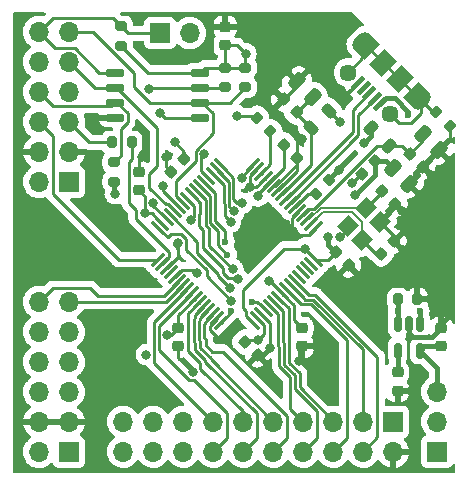
<source format=gbr>
%TF.GenerationSoftware,KiCad,Pcbnew,(6.0.0-0)*%
%TF.CreationDate,2023-01-16T12:19:11+01:00*%
%TF.ProjectId,core-v-mini-mcu-spiboot-fpga,636f7265-2d76-42d6-9d69-6e692d6d6375,rev?*%
%TF.SameCoordinates,Original*%
%TF.FileFunction,Copper,L1,Top*%
%TF.FilePolarity,Positive*%
%FSLAX46Y46*%
G04 Gerber Fmt 4.6, Leading zero omitted, Abs format (unit mm)*
G04 Created by KiCad (PCBNEW (6.0.0-0)) date 2023-01-16 12:19:11*
%MOMM*%
%LPD*%
G01*
G04 APERTURE LIST*
G04 Aperture macros list*
%AMRoundRect*
0 Rectangle with rounded corners*
0 $1 Rounding radius*
0 $2 $3 $4 $5 $6 $7 $8 $9 X,Y pos of 4 corners*
0 Add a 4 corners polygon primitive as box body*
4,1,4,$2,$3,$4,$5,$6,$7,$8,$9,$2,$3,0*
0 Add four circle primitives for the rounded corners*
1,1,$1+$1,$2,$3*
1,1,$1+$1,$4,$5*
1,1,$1+$1,$6,$7*
1,1,$1+$1,$8,$9*
0 Add four rect primitives between the rounded corners*
20,1,$1+$1,$2,$3,$4,$5,0*
20,1,$1+$1,$4,$5,$6,$7,0*
20,1,$1+$1,$6,$7,$8,$9,0*
20,1,$1+$1,$8,$9,$2,$3,0*%
%AMHorizOval*
0 Thick line with rounded ends*
0 $1 width*
0 $2 $3 position (X,Y) of the first rounded end (center of the circle)*
0 $4 $5 position (X,Y) of the second rounded end (center of the circle)*
0 Add line between two ends*
20,1,$1,$2,$3,$4,$5,0*
0 Add two circle primitives to create the rounded ends*
1,1,$1,$2,$3*
1,1,$1,$4,$5*%
%AMRotRect*
0 Rectangle, with rotation*
0 The origin of the aperture is its center*
0 $1 length*
0 $2 width*
0 $3 Rotation angle, in degrees counterclockwise*
0 Add horizontal line*
21,1,$1,$2,0,0,$3*%
G04 Aperture macros list end*
%TA.AperFunction,SMDPad,CuDef*%
%ADD10RoundRect,0.225000X-0.335876X-0.017678X-0.017678X-0.335876X0.335876X0.017678X0.017678X0.335876X0*%
%TD*%
%TA.AperFunction,SMDPad,CuDef*%
%ADD11RotRect,1.400000X1.200000X225.000000*%
%TD*%
%TA.AperFunction,SMDPad,CuDef*%
%ADD12RoundRect,0.150000X-0.150000X0.512500X-0.150000X-0.512500X0.150000X-0.512500X0.150000X0.512500X0*%
%TD*%
%TA.AperFunction,SMDPad,CuDef*%
%ADD13RoundRect,0.200000X-0.200000X-0.275000X0.200000X-0.275000X0.200000X0.275000X-0.200000X0.275000X0*%
%TD*%
%TA.AperFunction,ComponentPad*%
%ADD14O,1.700000X1.700000*%
%TD*%
%TA.AperFunction,ComponentPad*%
%ADD15R,1.700000X1.700000*%
%TD*%
%TA.AperFunction,SMDPad,CuDef*%
%ADD16RoundRect,0.225000X0.250000X-0.225000X0.250000X0.225000X-0.250000X0.225000X-0.250000X-0.225000X0*%
%TD*%
%TA.AperFunction,SMDPad,CuDef*%
%ADD17RoundRect,0.225000X-0.250000X0.225000X-0.250000X-0.225000X0.250000X-0.225000X0.250000X0.225000X0*%
%TD*%
%TA.AperFunction,SMDPad,CuDef*%
%ADD18RoundRect,0.075000X0.441942X0.548008X-0.548008X-0.441942X-0.441942X-0.548008X0.548008X0.441942X0*%
%TD*%
%TA.AperFunction,SMDPad,CuDef*%
%ADD19RoundRect,0.075000X-0.441942X0.548008X-0.548008X0.441942X0.441942X-0.548008X0.548008X-0.441942X0*%
%TD*%
%TA.AperFunction,SMDPad,CuDef*%
%ADD20RoundRect,0.225000X0.335876X0.017678X0.017678X0.335876X-0.335876X-0.017678X-0.017678X-0.335876X0*%
%TD*%
%TA.AperFunction,SMDPad,CuDef*%
%ADD21RoundRect,0.225000X-0.017678X0.335876X-0.335876X0.017678X0.017678X-0.335876X0.335876X-0.017678X0*%
%TD*%
%TA.AperFunction,SMDPad,CuDef*%
%ADD22RoundRect,0.200000X-0.275000X0.200000X-0.275000X-0.200000X0.275000X-0.200000X0.275000X0.200000X0*%
%TD*%
%TA.AperFunction,SMDPad,CuDef*%
%ADD23RoundRect,0.250000X0.512652X0.159099X0.159099X0.512652X-0.512652X-0.159099X-0.159099X-0.512652X0*%
%TD*%
%TA.AperFunction,SMDPad,CuDef*%
%ADD24RoundRect,0.250000X-0.512652X-0.159099X-0.159099X-0.512652X0.512652X0.159099X0.159099X0.512652X0*%
%TD*%
%TA.AperFunction,SMDPad,CuDef*%
%ADD25RoundRect,0.200000X-0.335876X-0.053033X-0.053033X-0.335876X0.335876X0.053033X0.053033X0.335876X0*%
%TD*%
%TA.AperFunction,SMDPad,CuDef*%
%ADD26RoundRect,0.200000X0.335876X0.053033X0.053033X0.335876X-0.335876X-0.053033X-0.053033X-0.335876X0*%
%TD*%
%TA.AperFunction,SMDPad,CuDef*%
%ADD27RoundRect,0.200000X0.275000X-0.200000X0.275000X0.200000X-0.275000X0.200000X-0.275000X-0.200000X0*%
%TD*%
%TA.AperFunction,SMDPad,CuDef*%
%ADD28RoundRect,0.200000X0.200000X0.275000X-0.200000X0.275000X-0.200000X-0.275000X0.200000X-0.275000X0*%
%TD*%
%TA.AperFunction,SMDPad,CuDef*%
%ADD29RoundRect,0.200000X-0.053033X0.335876X-0.335876X0.053033X0.053033X-0.335876X0.335876X-0.053033X0*%
%TD*%
%TA.AperFunction,SMDPad,CuDef*%
%ADD30RoundRect,0.150000X-0.650000X-0.150000X0.650000X-0.150000X0.650000X0.150000X-0.650000X0.150000X0*%
%TD*%
%TA.AperFunction,SMDPad,CuDef*%
%ADD31RoundRect,0.218750X-0.114905X0.424264X-0.424264X0.114905X0.114905X-0.424264X0.424264X-0.114905X0*%
%TD*%
%TA.AperFunction,SMDPad,CuDef*%
%ADD32RotRect,0.400000X1.350000X135.000000*%
%TD*%
%TA.AperFunction,SMDPad,CuDef*%
%ADD33RotRect,1.200000X1.900000X135.000000*%
%TD*%
%TA.AperFunction,ComponentPad*%
%ADD34HorizOval,1.200000X-0.247487X-0.247487X0.247487X0.247487X0*%
%TD*%
%TA.AperFunction,SMDPad,CuDef*%
%ADD35RotRect,1.500000X1.900000X135.000000*%
%TD*%
%TA.AperFunction,ComponentPad*%
%ADD36HorizOval,1.200000X0.247487X0.247487X-0.247487X-0.247487X0*%
%TD*%
%TA.AperFunction,ComponentPad*%
%ADD37C,1.450000*%
%TD*%
%TA.AperFunction,SMDPad,CuDef*%
%ADD38RoundRect,0.218750X-0.424264X-0.114905X-0.114905X-0.424264X0.424264X0.114905X0.114905X0.424264X0*%
%TD*%
%TA.AperFunction,ViaPad*%
%ADD39C,0.800000*%
%TD*%
%TA.AperFunction,ViaPad*%
%ADD40C,0.600000*%
%TD*%
%TA.AperFunction,Conductor*%
%ADD41C,0.250000*%
%TD*%
%TA.AperFunction,Conductor*%
%ADD42C,0.200000*%
%TD*%
%TA.AperFunction,Conductor*%
%ADD43C,0.400000*%
%TD*%
%TA.AperFunction,Conductor*%
%ADD44C,0.150000*%
%TD*%
G04 APERTURE END LIST*
D10*
%TO.P,C3,1*%
%TO.N,+3V3*%
X96151992Y-99901992D03*
%TO.P,C3,2*%
%TO.N,GND*%
X97248008Y-100998008D03*
%TD*%
D11*
%TO.P,Y1,1,1*%
%TO.N,/CK12MHZ_O*%
X106426777Y-88521142D03*
%TO.P,Y1,2,2*%
%TO.N,GND*%
X104871142Y-90076777D03*
%TO.P,Y1,3,3*%
%TO.N,/CK12MHZ*%
X106073223Y-91278858D03*
%TO.P,Y1,4,4*%
%TO.N,GND*%
X107628858Y-89723223D03*
%TD*%
D12*
%TO.P,U4,1,VIN*%
%TO.N,+5V*%
X111000000Y-98362500D03*
%TO.P,U4,2,GND*%
%TO.N,GND*%
X110050000Y-98362500D03*
%TO.P,U4,3,ON/~{OFF}*%
%TO.N,+5V*%
X109100000Y-98362500D03*
%TO.P,U4,4,BP*%
%TO.N,Net-(C17-Pad1)*%
X109100000Y-100637500D03*
%TO.P,U4,5,VOUT*%
%TO.N,/3V3_LDO*%
X111000000Y-100637500D03*
%TD*%
D13*
%TO.P,R13,1*%
%TO.N,+5V*%
X109125000Y-96300000D03*
%TO.P,R13,2*%
%TO.N,GND*%
X110775000Y-96300000D03*
%TD*%
D14*
%TO.P,J2,3,Pin_3*%
%TO.N,/3V3_LDO*%
X112450000Y-104120000D03*
%TO.P,J2,2,Pin_2*%
%TO.N,+3V3*%
X112450000Y-106660000D03*
D15*
%TO.P,J2,1,Pin_1*%
%TO.N,/3V3_PMOD*%
X112450000Y-109200000D03*
%TD*%
D16*
%TO.P,C18,1*%
%TO.N,/3V3_LDO*%
X112800000Y-100275000D03*
%TO.P,C18,2*%
%TO.N,GND*%
X112800000Y-98725000D03*
%TD*%
D17*
%TO.P,C17,1*%
%TO.N,Net-(C17-Pad1)*%
X109100000Y-102475000D03*
%TO.P,C17,2*%
%TO.N,GND*%
X109100000Y-104025000D03*
%TD*%
D18*
%TO.P,U2,1,GND*%
%TO.N,GND*%
X102164481Y-90238819D03*
%TO.P,U2,2,OSCI*%
%TO.N,/CK12MHZ*%
X101810928Y-89885266D03*
%TO.P,U2,3,OSCO*%
%TO.N,/CK12MHZ_O*%
X101457375Y-89531713D03*
%TO.P,U2,4,VPHY*%
%TO.N,Net-(C6-Pad1)*%
X101103821Y-89178159D03*
%TO.P,U2,5,GND*%
%TO.N,GND*%
X100750268Y-88824606D03*
%TO.P,U2,6,REF*%
%TO.N,Net-(R6-Pad2)*%
X100396714Y-88471052D03*
%TO.P,U2,7,DM*%
%TO.N,/USB_D-*%
X100043161Y-88117499D03*
%TO.P,U2,8,DP*%
%TO.N,/USB_D+*%
X99689608Y-87763946D03*
%TO.P,U2,9,VPLL*%
%TO.N,Net-(C8-Pad1)*%
X99336054Y-87410392D03*
%TO.P,U2,10,AGND*%
%TO.N,GND*%
X98982501Y-87056839D03*
%TO.P,U2,11,GND*%
X98628948Y-86703286D03*
%TO.P,U2,12,VCORE*%
%TO.N,/VCORE*%
X98275394Y-86349732D03*
%TO.P,U2,13,TEST*%
%TO.N,GND*%
X97921841Y-85996179D03*
%TO.P,U2,14,~{RESET}*%
%TO.N,Net-(R7-Pad1)*%
X97568287Y-85642625D03*
%TO.P,U2,15,GND*%
%TO.N,GND*%
X97214734Y-85289072D03*
%TO.P,U2,16,ADBUS0*%
%TO.N,/TCK*%
X96861181Y-84935519D03*
D19*
%TO.P,U2,17,ADBUS1*%
%TO.N,/TDI*%
X94138819Y-84935519D03*
%TO.P,U2,18,ADBUS2*%
%TO.N,/TDO*%
X93785266Y-85289072D03*
%TO.P,U2,19,ADBUS3*%
%TO.N,/TMS*%
X93431713Y-85642625D03*
%TO.P,U2,20,VCCIO*%
%TO.N,+3V3*%
X93078159Y-85996179D03*
%TO.P,U2,21,ADBUS4*%
%TO.N,/A4*%
X92724606Y-86349732D03*
%TO.P,U2,22,ADBUS5*%
%TO.N,/A5*%
X92371052Y-86703286D03*
%TO.P,U2,23,ADBUS6*%
%TO.N,/A6*%
X92017499Y-87056839D03*
%TO.P,U2,24,ADBUS7*%
%TO.N,/A7*%
X91663946Y-87410392D03*
%TO.P,U2,25,GND*%
%TO.N,GND*%
X91310392Y-87763946D03*
%TO.P,U2,26,BDBUS0*%
%TO.N,/FLASH_SCK*%
X90956839Y-88117499D03*
%TO.P,U2,27,BDBUS1*%
%TO.N,/FLASH_MOSI*%
X90603286Y-88471052D03*
%TO.P,U2,28,BDBUS2*%
%TO.N,/FLASH_MISO*%
X90249732Y-88824606D03*
%TO.P,U2,29,BDBUS3*%
%TO.N,/SPI_CS*%
X89896179Y-89178159D03*
%TO.P,U2,30,BDBUS4*%
%TO.N,/iCE_SS_B*%
X89542625Y-89531713D03*
%TO.P,U2,31,VCCIO*%
%TO.N,+3V3*%
X89189072Y-89885266D03*
%TO.P,U2,32,BDBUS5*%
%TO.N,/B5*%
X88835519Y-90238819D03*
D18*
%TO.P,U2,33,BDBUS6*%
%TO.N,/iCE_CDONE*%
X88835519Y-92961181D03*
%TO.P,U2,34,BDBUS7*%
%TO.N,Net-(R8-Pad1)*%
X89189072Y-93314734D03*
%TO.P,U2,35,GND*%
%TO.N,GND*%
X89542625Y-93668287D03*
%TO.P,U2,36,~{SUSPEND}*%
%TO.N,unconnected-(U2-Pad36)*%
X89896179Y-94021841D03*
%TO.P,U2,37,VCORE*%
%TO.N,/VCORE*%
X90249732Y-94375394D03*
%TO.P,U2,38,CDBUS0*%
%TO.N,/TX0*%
X90603286Y-94728948D03*
%TO.P,U2,39,CDBUS1*%
%TO.N,/RX0*%
X90956839Y-95082501D03*
%TO.P,U2,40,CDBUS2*%
%TO.N,/C2*%
X91310392Y-95436054D03*
%TO.P,U2,41,CDBUS3*%
%TO.N,/C3*%
X91663946Y-95789608D03*
%TO.P,U2,42,VCCIO*%
%TO.N,+3V3*%
X92017499Y-96143161D03*
%TO.P,U2,43,CDBUS4*%
%TO.N,/C4*%
X92371052Y-96496714D03*
%TO.P,U2,44,CDBUS5*%
%TO.N,/C5*%
X92724606Y-96850268D03*
%TO.P,U2,45,CDBUS6*%
%TO.N,/C6*%
X93078159Y-97203821D03*
%TO.P,U2,46,CDBUS7*%
%TO.N,/C7*%
X93431713Y-97557375D03*
%TO.P,U2,47,GND*%
%TO.N,GND*%
X93785266Y-97910928D03*
%TO.P,U2,48,DDBUS0*%
%TO.N,/TX1*%
X94138819Y-98264481D03*
D19*
%TO.P,U2,49,VREGOUT*%
%TO.N,/VCORE*%
X96861181Y-98264481D03*
%TO.P,U2,50,VREGIN*%
%TO.N,+3V3*%
X97214734Y-97910928D03*
%TO.P,U2,51,GND*%
%TO.N,GND*%
X97568287Y-97557375D03*
%TO.P,U2,52,DDBUS1*%
%TO.N,/RX1*%
X97921841Y-97203821D03*
%TO.P,U2,53,DDBUS2*%
%TO.N,/D2*%
X98275394Y-96850268D03*
%TO.P,U2,54,DDBUS3*%
%TO.N,/D3*%
X98628948Y-96496714D03*
%TO.P,U2,55,DDBUS4*%
%TO.N,/D4*%
X98982501Y-96143161D03*
%TO.P,U2,56,VCCIO*%
%TO.N,+3V3*%
X99336054Y-95789608D03*
%TO.P,U2,57,DDBUS5*%
%TO.N,/D5*%
X99689608Y-95436054D03*
%TO.P,U2,58,DDBUS6*%
%TO.N,/D6*%
X100043161Y-95082501D03*
%TO.P,U2,59,DDBUS7*%
%TO.N,/D7*%
X100396714Y-94728948D03*
%TO.P,U2,60,~{PWREN}*%
%TO.N,unconnected-(U2-Pad60)*%
X100750268Y-94375394D03*
%TO.P,U2,61,EEDATA*%
%TO.N,unconnected-(U2-Pad61)*%
X101103821Y-94021841D03*
%TO.P,U2,62,EECLK*%
%TO.N,/EECLK*%
X101457375Y-93668287D03*
%TO.P,U2,63,EECS*%
%TO.N,/EECS*%
X101810928Y-93314734D03*
%TO.P,U2,64,VCORE*%
%TO.N,/VCORE*%
X102164481Y-92961181D03*
%TD*%
D20*
%TO.P,C16,1*%
%TO.N,GND*%
X108898008Y-88248008D03*
%TO.P,C16,2*%
%TO.N,/CK12MHZ_O*%
X107801992Y-87151992D03*
%TD*%
D21*
%TO.P,C15,1*%
%TO.N,GND*%
X108798008Y-91351992D03*
%TO.P,C15,2*%
%TO.N,/CK12MHZ*%
X107701992Y-92448008D03*
%TD*%
D16*
%TO.P,C13,1*%
%TO.N,+3V3*%
X87200000Y-87075000D03*
%TO.P,C13,2*%
%TO.N,GND*%
X87200000Y-85525000D03*
%TD*%
D10*
%TO.P,C1,1*%
%TO.N,/VCORE*%
X103851992Y-92301992D03*
%TO.P,C1,2*%
%TO.N,GND*%
X104948008Y-93398008D03*
%TD*%
D22*
%TO.P,R12,1*%
%TO.N,+3V3*%
X94500000Y-76675000D03*
%TO.P,R12,2*%
%TO.N,/FLASH_nHLD_nRST*%
X94500000Y-78325000D03*
%TD*%
D23*
%TO.P,C8,1*%
%TO.N,Net-(C8-Pad1)*%
X101921751Y-79171751D03*
%TO.P,C8,2*%
%TO.N,GND*%
X100578249Y-77828249D03*
%TD*%
D24*
%TO.P,C7,2*%
%TO.N,GND*%
X112610200Y-83655482D03*
%TO.P,C7,1*%
%TO.N,Net-(C6-Pad1)*%
X111266698Y-82311980D03*
%TD*%
D25*
%TO.P,R1,1*%
%TO.N,Net-(P1-Pad6)*%
X112383274Y-80433274D03*
%TO.P,R1,2*%
%TO.N,GND*%
X113550000Y-81600000D03*
%TD*%
D26*
%TO.P,R7,1*%
%TO.N,Net-(R7-Pad1)*%
X98333363Y-82083363D03*
%TO.P,R7,2*%
%TO.N,+3V3*%
X97166637Y-80916637D03*
%TD*%
D16*
%TO.P,C14,1*%
%TO.N,+3V3*%
X94500000Y-74775000D03*
%TO.P,C14,2*%
%TO.N,GND*%
X94500000Y-73225000D03*
%TD*%
D27*
%TO.P,R11,1*%
%TO.N,+3V3*%
X85100000Y-86325000D03*
%TO.P,R11,2*%
%TO.N,/FLASH_nWP*%
X85100000Y-84675000D03*
%TD*%
D24*
%TO.P,C5,2*%
%TO.N,GND*%
X110071751Y-86521751D03*
%TO.P,C5,1*%
%TO.N,/VCORE*%
X108728249Y-85178249D03*
%TD*%
D28*
%TO.P,R8,1*%
%TO.N,Net-(R8-Pad1)*%
X86575000Y-83000000D03*
%TO.P,R8,2*%
%TO.N,/iCE_CRESET*%
X84925000Y-83000000D03*
%TD*%
D14*
%TO.P,J1,20,Pin_20*%
%TO.N,/RX1*%
X85852000Y-109205000D03*
%TO.P,J1,19,Pin_19*%
%TO.N,/TX1*%
X85852000Y-106665000D03*
%TO.P,J1,18,Pin_18*%
%TO.N,/A7*%
X88392000Y-109205000D03*
%TO.P,J1,17,Pin_17*%
%TO.N,/A6*%
X88392000Y-106665000D03*
%TO.P,J1,16,Pin_16*%
%TO.N,/B5*%
X90932000Y-109205000D03*
%TO.P,J1,15,Pin_15*%
%TO.N,/SPI_CS*%
X90932000Y-106665000D03*
%TO.P,J1,14,Pin_14*%
%TO.N,/C3*%
X93472000Y-109205000D03*
%TO.P,J1,13,Pin_13*%
%TO.N,/C2*%
X93472000Y-106665000D03*
%TO.P,J1,12,Pin_12*%
%TO.N,/C5*%
X96012000Y-109205000D03*
%TO.P,J1,11,Pin_11*%
%TO.N,/C4*%
X96012000Y-106665000D03*
%TO.P,J1,10,Pin_10*%
%TO.N,/C7*%
X98552000Y-109205000D03*
%TO.P,J1,9,Pin_9*%
%TO.N,/C6*%
X98552000Y-106665000D03*
%TO.P,J1,8,Pin_8*%
%TO.N,/D3*%
X101092000Y-109205000D03*
%TO.P,J1,7,Pin_7*%
%TO.N,/D2*%
X101092000Y-106665000D03*
%TO.P,J1,6,Pin_6*%
%TO.N,/D5*%
X103632000Y-109205000D03*
%TO.P,J1,5,Pin_5*%
%TO.N,/D4*%
X103632000Y-106665000D03*
%TO.P,J1,4,Pin_4*%
%TO.N,/D7*%
X106172000Y-109205000D03*
%TO.P,J1,3,Pin_3*%
%TO.N,/D6*%
X106172000Y-106665000D03*
%TO.P,J1,2,Pin_2*%
%TO.N,GND*%
X108712000Y-109205000D03*
D15*
%TO.P,J1,1,Pin_1*%
%TO.N,+3V3*%
X108712000Y-106665000D03*
%TD*%
%TO.P,JSPICS1,1,Pin_1*%
%TO.N,/FLASH_CS*%
X88975000Y-73750000D03*
D14*
%TO.P,JSPICS1,2,Pin_2*%
%TO.N,/iCE_SS_B*%
X91515000Y-73750000D03*
%TD*%
D27*
%TO.P,R9,1*%
%TO.N,+3V3*%
X85700000Y-74825000D03*
%TO.P,R9,2*%
%TO.N,/FLASH_CS*%
X85700000Y-73175000D03*
%TD*%
D17*
%TO.P,C11,1*%
%TO.N,+3V3*%
X101000000Y-98725000D03*
%TO.P,C11,2*%
%TO.N,GND*%
X101000000Y-100275000D03*
%TD*%
D29*
%TO.P,R6,2*%
%TO.N,Net-(R6-Pad2)*%
X102166637Y-87383363D03*
%TO.P,R6,1*%
%TO.N,GND*%
X103333363Y-86216637D03*
%TD*%
D21*
%TO.P,C2,2*%
%TO.N,GND*%
X106051992Y-85648008D03*
%TO.P,C2,1*%
%TO.N,/VCORE*%
X107148008Y-84551992D03*
%TD*%
D15*
%TO.P,PMOD1,1,Pin_1*%
%TO.N,/3V3_PMOD*%
X81280000Y-109220000D03*
D14*
%TO.P,PMOD1,2,Pin_2*%
X78740000Y-109220000D03*
%TO.P,PMOD1,3,Pin_3*%
%TO.N,GND*%
X81280000Y-106680000D03*
%TO.P,PMOD1,4,Pin_4*%
X78740000Y-106680000D03*
%TO.P,PMOD1,5,Pin_5*%
%TO.N,/A5*%
X81280000Y-104140000D03*
%TO.P,PMOD1,6,Pin_6*%
%TO.N,/A4*%
X78740000Y-104140000D03*
%TO.P,PMOD1,7,Pin_7*%
%TO.N,/TMS*%
X81280000Y-101600000D03*
%TO.P,PMOD1,8,Pin_8*%
%TO.N,/TDO*%
X78740000Y-101600000D03*
%TO.P,PMOD1,9,Pin_9*%
%TO.N,/TDI*%
X81280000Y-99060000D03*
%TO.P,PMOD1,10,Pin_10*%
%TO.N,/TCK*%
X78740000Y-99060000D03*
%TO.P,PMOD1,11,Pin_11*%
%TO.N,/RX0*%
X81280000Y-96520000D03*
%TO.P,PMOD1,12,Pin_12*%
%TO.N,/TX0*%
X78740000Y-96520000D03*
%TD*%
D17*
%TO.P,C10,1*%
%TO.N,+3V3*%
X90500000Y-98725000D03*
%TO.P,C10,2*%
%TO.N,GND*%
X90500000Y-100275000D03*
%TD*%
D21*
%TO.P,C12,1*%
%TO.N,+3V3*%
X91048008Y-84451992D03*
%TO.P,C12,2*%
%TO.N,GND*%
X89951992Y-85548008D03*
%TD*%
D22*
%TO.P,R10,1*%
%TO.N,+3V3*%
X96200000Y-76675000D03*
%TO.P,R10,2*%
%TO.N,/FLASH_SCK*%
X96200000Y-78325000D03*
%TD*%
D10*
%TO.P,C6,2*%
%TO.N,GND*%
X111229317Y-85062714D03*
%TO.P,C6,1*%
%TO.N,Net-(C6-Pad1)*%
X110133301Y-83966698D03*
%TD*%
D30*
%TO.P,U3,1,~{CS}*%
%TO.N,/FLASH_CS*%
X85150000Y-77095000D03*
%TO.P,U3,2,DO/IO1*%
%TO.N,/FLASH_MISO*%
X85150000Y-78365000D03*
%TO.P,U3,3,~{WP}/IO2*%
%TO.N,/FLASH_nWP*%
X85150000Y-79635000D03*
%TO.P,U3,4,GND*%
%TO.N,GND*%
X85150000Y-80905000D03*
%TO.P,U3,5,DI/IO0*%
%TO.N,/FLASH_MOSI*%
X92350000Y-80905000D03*
%TO.P,U3,6,CLK*%
%TO.N,/FLASH_SCK*%
X92350000Y-79635000D03*
%TO.P,U3,7,~{HLD}/~{RST}/IO3*%
%TO.N,/FLASH_nHLD_nRST*%
X92350000Y-78365000D03*
%TO.P,U3,8,VCC*%
%TO.N,+3V3*%
X92350000Y-77095000D03*
%TD*%
D31*
%TO.P,L2,1*%
%TO.N,+3V3*%
X103303578Y-80327075D03*
%TO.P,L2,2*%
%TO.N,Net-(C8-Pad1)*%
X101800976Y-81829677D03*
%TD*%
D32*
%TO.P,P1,1,VBUS*%
%TO.N,+5V*%
X107613394Y-79779067D03*
%TO.P,P1,2,D-*%
%TO.N,/USB_D-*%
X107153775Y-79319448D03*
%TO.P,P1,3,D+*%
%TO.N,/USB_D+*%
X106694155Y-78859829D03*
%TO.P,P1,4,ID*%
%TO.N,unconnected-(P1-Pad4)*%
X106234536Y-78400209D03*
%TO.P,P1,5,GND*%
%TO.N,GND*%
X105774917Y-77940590D03*
D33*
%TO.P,P1,6,Shield*%
%TO.N,Net-(P1-Pad6)*%
X110653953Y-79001250D03*
D34*
X111078217Y-79425514D03*
D33*
X106552734Y-74900031D03*
D35*
X107896237Y-76243534D03*
D36*
X106128470Y-74475767D03*
D37*
X108461922Y-80627596D03*
D35*
X109310450Y-77657747D03*
D37*
X104926388Y-77092062D03*
%TD*%
D38*
%TO.P,L1,2*%
%TO.N,Net-(C6-Pad1)*%
X108351301Y-83301301D03*
%TO.P,L1,1*%
%TO.N,+3V3*%
X106848699Y-81798699D03*
%TD*%
D20*
%TO.P,C9,1*%
%TO.N,Net-(C8-Pad1)*%
X100548008Y-80448008D03*
%TO.P,C9,2*%
%TO.N,GND*%
X99451992Y-79351992D03*
%TD*%
D15*
%TO.P,PMOD2,1,Pin_1*%
%TO.N,/3V3_PMOD*%
X81280000Y-86360000D03*
D14*
%TO.P,PMOD2,2,Pin_2*%
X78740000Y-86360000D03*
%TO.P,PMOD2,3,Pin_3*%
%TO.N,GND*%
X81280000Y-83820000D03*
%TO.P,PMOD2,4,Pin_4*%
X78740000Y-83820000D03*
%TO.P,PMOD2,5,Pin_5*%
%TO.N,/iCE_CRESET*%
X81280000Y-81280000D03*
%TO.P,PMOD2,6,Pin_6*%
%TO.N,/iCE_CDONE*%
X78740000Y-81280000D03*
%TO.P,PMOD2,7,Pin_7*%
%TO.N,/FLASH_nHLD_nRST*%
X81280000Y-78740000D03*
%TO.P,PMOD2,8,Pin_8*%
%TO.N,/FLASH_nWP*%
X78740000Y-78740000D03*
%TO.P,PMOD2,9,Pin_9*%
%TO.N,/FLASH_MISO*%
X81280000Y-76200000D03*
%TO.P,PMOD2,10,Pin_10*%
%TO.N,/FLASH_MOSI*%
X78740000Y-76200000D03*
%TO.P,PMOD2,11,Pin_11*%
%TO.N,/FLASH_SCK*%
X81280000Y-73660000D03*
%TO.P,PMOD2,12,Pin_12*%
%TO.N,/FLASH_CS*%
X78740000Y-73660000D03*
%TD*%
D10*
%TO.P,C4,1*%
%TO.N,/VCORE*%
X99451992Y-83201992D03*
%TO.P,C4,2*%
%TO.N,GND*%
X100548008Y-84298008D03*
%TD*%
D39*
%TO.N,GND*%
X87500000Y-84250000D03*
D40*
%TO.N,/RX1*%
X96750000Y-96500000D03*
%TO.N,/TX1*%
X95000000Y-97250000D03*
D39*
%TO.N,+3V3*%
X85200000Y-87350000D03*
D40*
%TO.N,/A4*%
X94500000Y-91450000D03*
%TO.N,/A5*%
X94700000Y-92500000D03*
D39*
%TO.N,GND*%
X110250000Y-104050000D03*
X111850000Y-96250000D03*
X113550000Y-97650000D03*
D40*
%TO.N,+5V*%
X111000000Y-97300000D03*
X109100000Y-97300000D03*
X110000000Y-80700000D03*
D39*
%TO.N,GND*%
X105250000Y-86450000D03*
X104150000Y-85350000D03*
X104250000Y-91000000D03*
X109600000Y-92100000D03*
X109500000Y-88850000D03*
%TO.N,/VCORE*%
X105500000Y-87450000D03*
X103250000Y-91050000D03*
%TO.N,+3V3*%
X106250000Y-83050000D03*
%TO.N,/VCORE*%
X101250000Y-92000000D03*
X92160180Y-94072795D03*
X97283226Y-87535325D03*
%TO.N,GND*%
X96598430Y-86807273D03*
X94750000Y-99500000D03*
X85000000Y-94500000D03*
X91739375Y-102464514D03*
X101000000Y-82750000D03*
X100250000Y-90500000D03*
X89500000Y-84250000D03*
X99750000Y-77000000D03*
X100750000Y-101500000D03*
X111888123Y-85778922D03*
X91626968Y-89610996D03*
X104500000Y-79000000D03*
X90500000Y-91500000D03*
X83500000Y-81000000D03*
X98275979Y-100447559D03*
%TO.N,+3V3*%
X96250000Y-75500000D03*
X95500000Y-80750000D03*
X97250000Y-99750000D03*
X90250000Y-83000000D03*
X98250000Y-94750000D03*
X89593557Y-99324675D03*
X87825500Y-100973019D03*
X87750000Y-89000000D03*
X104250000Y-81250000D03*
X92750000Y-84000000D03*
%TO.N,/A6*%
X95152962Y-93765920D03*
%TO.N,/A7*%
X95593575Y-94607000D03*
%TO.N,/B5*%
X94980361Y-96400725D03*
%TO.N,/iCE_SS_B*%
X88424500Y-88146516D03*
%TO.N,/TCK*%
X95896260Y-86004568D03*
%TO.N,/TDI*%
X95900892Y-88156858D03*
%TO.N,/TDO*%
X95255997Y-88853755D03*
%TO.N,/TMS*%
X94959746Y-89755858D03*
%TO.N,/FLASH_MOSI*%
X89025500Y-80500000D03*
X89215479Y-86721961D03*
%TO.N,/FLASH_nHLD_nRST*%
X88012299Y-78487701D03*
%TO.N,/SPI_CS*%
X94931511Y-95344608D03*
%TD*%
D41*
%TO.N,GND*%
X87200000Y-85525000D02*
X87200000Y-84550000D01*
X87200000Y-84550000D02*
X87500000Y-84250000D01*
%TO.N,Net-(C8-Pad1)*%
X101921751Y-79171751D02*
X101824265Y-79171751D01*
X101824265Y-79171751D02*
X100548008Y-80448008D01*
%TO.N,GND*%
X100578249Y-77828249D02*
X99750000Y-77000000D01*
X100578249Y-77828249D02*
X100578249Y-78225735D01*
X100578249Y-78225735D02*
X99451992Y-79351992D01*
%TO.N,/C4*%
X91393232Y-97474534D02*
X92371052Y-96496714D01*
%TO.N,/C3*%
X91459986Y-103139015D02*
X88899511Y-100578540D01*
%TO.N,GND*%
X90500000Y-101225139D02*
X91739375Y-102464514D01*
%TO.N,/C4*%
X96012000Y-105783249D02*
X92381001Y-102152250D01*
X91393232Y-100668943D02*
X91393232Y-97474534D01*
X92381001Y-101656712D02*
X91393232Y-100668943D01*
%TO.N,/C3*%
X88899511Y-100578540D02*
X88899511Y-98554043D01*
X93472000Y-109188000D02*
X94646511Y-108013489D01*
%TO.N,GND*%
X90500000Y-100275000D02*
X90500000Y-101225139D01*
%TO.N,/C4*%
X96012000Y-106648000D02*
X96012000Y-105783249D01*
%TO.N,/C3*%
X88899511Y-98554043D02*
X91663946Y-95789608D01*
X94646511Y-108013489D02*
X94646511Y-105912482D01*
%TO.N,/RX1*%
X97921841Y-97203821D02*
X97218020Y-96500000D01*
%TO.N,/C3*%
X94646511Y-105912482D02*
X91873044Y-103139015D01*
%TO.N,/RX1*%
X97218020Y-96500000D02*
X96750000Y-96500000D01*
%TO.N,/C4*%
X92381001Y-102152250D02*
X92381001Y-101656712D01*
%TO.N,/C3*%
X91873044Y-103139015D02*
X91459986Y-103139015D01*
%TO.N,/B5*%
X88835519Y-90238819D02*
X89622199Y-91025499D01*
X92929259Y-94349623D02*
X94980361Y-96400725D01*
X89699901Y-91025499D02*
X89949901Y-90775499D01*
X91224501Y-91199901D02*
X91224501Y-92140990D01*
X89949901Y-90775499D02*
X90800099Y-90775499D01*
X91224501Y-92140990D02*
X92929259Y-93845748D01*
%TO.N,/TX1*%
X94138819Y-98264481D02*
X95000000Y-97403300D01*
%TO.N,/B5*%
X89622199Y-91025499D02*
X89699901Y-91025499D01*
X92929259Y-93845748D02*
X92929259Y-94349623D01*
%TO.N,/TX1*%
X95000000Y-97403300D02*
X95000000Y-97250000D01*
%TO.N,/B5*%
X90800099Y-90775499D02*
X91224501Y-91199901D01*
%TO.N,+3V3*%
X89900325Y-99324675D02*
X89593557Y-99324675D01*
%TO.N,/C2*%
X91310392Y-95436054D02*
X88500000Y-98246446D01*
X88500000Y-101693000D02*
X93472000Y-106665000D01*
%TO.N,+3V3*%
X90500000Y-98725000D02*
X89900325Y-99324675D01*
%TO.N,/C2*%
X88500000Y-98246446D02*
X88500000Y-101693000D01*
D42*
%TO.N,GND*%
X100750000Y-101500000D02*
X100750000Y-100525000D01*
X100750000Y-100525000D02*
X101000000Y-100275000D01*
D41*
%TO.N,+3V3*%
X100300996Y-96790584D02*
X100300996Y-98025996D01*
X100300996Y-98025996D02*
X101000000Y-98725000D01*
%TO.N,/D3*%
X99401956Y-99913218D02*
X99401956Y-97269722D01*
X100401941Y-102716935D02*
X99499999Y-101814992D01*
X99499999Y-100011261D02*
X99401956Y-99913218D01*
%TO.N,/D4*%
X100801451Y-102551451D02*
X99899510Y-101649510D01*
%TO.N,/D3*%
X101092000Y-109188000D02*
X102266511Y-108013489D01*
X102266511Y-105785394D02*
X100401941Y-103920824D01*
X99401956Y-97269722D02*
X98628948Y-96496714D01*
X99499999Y-101814992D02*
X99499999Y-100011261D01*
X102266511Y-108013489D02*
X102266511Y-105785394D01*
%TO.N,/D4*%
X103632000Y-106648000D02*
X103632000Y-106585890D01*
X99899510Y-101649510D02*
X99899510Y-97060170D01*
X103632000Y-106585890D02*
X100801451Y-103755341D01*
X100801451Y-103755341D02*
X100801451Y-102551451D01*
%TO.N,/D3*%
X100401941Y-103920824D02*
X100401941Y-102716935D01*
%TO.N,/D4*%
X99899510Y-97060170D02*
X98982501Y-96143161D01*
%TO.N,+3V3*%
X99336054Y-95825642D02*
X100300996Y-96790584D01*
%TO.N,/D2*%
X98952445Y-97527319D02*
X98275394Y-96850268D01*
X99000490Y-100147456D02*
X98952445Y-100099411D01*
X99000490Y-100271898D02*
X99000490Y-100147456D01*
X99100488Y-101980474D02*
X99100489Y-100371897D01*
X100002430Y-102882418D02*
X99100488Y-101980474D01*
X99100489Y-100371897D02*
X99000490Y-100271898D01*
X101092000Y-106648000D02*
X100002430Y-105558430D01*
X100002430Y-105558430D02*
X100002430Y-102882418D01*
X98952445Y-100099411D02*
X98952445Y-97527319D01*
%TO.N,/D7*%
X101579877Y-95912111D02*
X100396714Y-94728948D01*
%TO.N,/D6*%
X101276618Y-96311624D02*
X101199998Y-96235004D01*
%TO.N,/D7*%
X107400000Y-101170014D02*
X102142098Y-95912112D01*
X106172000Y-109188000D02*
X107400000Y-107960000D01*
X107400000Y-107960000D02*
X107400000Y-101170014D01*
%TO.N,/D5*%
X101811134Y-96711134D02*
X100964688Y-96711134D01*
%TO.N,/D6*%
X100561639Y-95600979D02*
X100043161Y-95082501D01*
%TO.N,/D7*%
X102142098Y-95912112D02*
X101579877Y-95912111D01*
%TO.N,/D6*%
X106172000Y-106648000D02*
X106172000Y-100507007D01*
X101199998Y-96203304D02*
X100597673Y-95600979D01*
X101199998Y-96235004D02*
X101199998Y-96203304D01*
%TO.N,/D5*%
X103632000Y-109188000D02*
X104806511Y-108013489D01*
%TO.N,/D6*%
X101976616Y-96311623D02*
X101276618Y-96311624D01*
%TO.N,/D5*%
X104806511Y-99706511D02*
X101811134Y-96711134D01*
X100964688Y-96711134D02*
X99689608Y-95436054D01*
%TO.N,/D6*%
X106172000Y-100507007D02*
X101976616Y-96311623D01*
X100597673Y-95600979D02*
X100561639Y-95600979D01*
%TO.N,/D5*%
X104806511Y-108013489D02*
X104806511Y-99706511D01*
%TO.N,+3V3*%
X97250000Y-99750000D02*
X96303984Y-99750000D01*
X96303984Y-99750000D02*
X96151992Y-99901992D01*
D43*
%TO.N,GND*%
X97248008Y-100998008D02*
X97725530Y-100998008D01*
X97725530Y-100998008D02*
X98275979Y-100447559D01*
%TO.N,+3V3*%
X85100000Y-86325000D02*
X85100000Y-87250000D01*
X85100000Y-87250000D02*
X85200000Y-87350000D01*
D41*
%TO.N,/iCE_SS_B*%
X88424500Y-88413588D02*
X88424500Y-88146516D01*
%TO.N,+3V3*%
X87750000Y-87625000D02*
X87200000Y-87075000D01*
%TO.N,/iCE_SS_B*%
X89542625Y-89531713D02*
X88424500Y-88413588D01*
%TO.N,+3V3*%
X87750000Y-89000000D02*
X87750000Y-87625000D01*
%TO.N,Net-(R8-Pad1)*%
X89189072Y-93314734D02*
X89783046Y-92720760D01*
X89783046Y-92720760D02*
X89783046Y-92307646D01*
X89783046Y-92307646D02*
X86950000Y-89474600D01*
X86950000Y-89474600D02*
X86950000Y-88743573D01*
X86950000Y-88743573D02*
X86350000Y-88143573D01*
X86575000Y-84425000D02*
X86575000Y-83000000D01*
X86350000Y-88143573D02*
X86350000Y-84650000D01*
X86350000Y-84650000D02*
X86575000Y-84425000D01*
%TO.N,/A4*%
X93650301Y-89700301D02*
X94500000Y-90550000D01*
X93650301Y-87275427D02*
X93650301Y-89700301D01*
X92724606Y-86349732D02*
X93650301Y-87275427D01*
%TO.N,/A5*%
X92371052Y-86703286D02*
X93250790Y-87583024D01*
X93250790Y-89865784D02*
X93925499Y-90540493D01*
%TO.N,/A6*%
X93169034Y-91781992D02*
X95152962Y-93765920D01*
X92017499Y-87056839D02*
X92851279Y-87890619D01*
%TO.N,/A4*%
X94500000Y-90550000D02*
X94500000Y-91450000D01*
%TO.N,/A6*%
X92851281Y-90031270D02*
X93169034Y-90349021D01*
X92851279Y-87890619D02*
X92851281Y-90031270D01*
%TO.N,/A5*%
X93925499Y-91725499D02*
X94700000Y-92500000D01*
X93925499Y-90540493D02*
X93925499Y-91725499D01*
%TO.N,/A6*%
X93169034Y-90349021D02*
X93169034Y-91781992D01*
%TO.N,/A5*%
X93250790Y-87583024D02*
X93250790Y-89865784D01*
%TO.N,/TDI*%
X95198533Y-85995233D02*
X95198533Y-87835788D01*
%TO.N,/A7*%
X91663946Y-87410392D02*
X92353876Y-88100322D01*
%TO.N,/VCORE*%
X90843705Y-93781421D02*
X91868806Y-93781421D01*
%TO.N,/TDI*%
X94138819Y-84935519D02*
X95198533Y-85995233D01*
%TO.N,/TMS*%
X94449511Y-89245623D02*
X94959746Y-89755858D01*
%TO.N,/A7*%
X95120725Y-94449001D02*
X95278724Y-94607000D01*
%TO.N,/TDO*%
X94849022Y-88051271D02*
X94849022Y-88446780D01*
X93785266Y-85325106D02*
X94799021Y-86338861D01*
%TO.N,/A7*%
X92594909Y-91923185D02*
X94351950Y-93680226D01*
%TO.N,/TDI*%
X95519603Y-88156858D02*
X95900892Y-88156858D01*
%TO.N,/A7*%
X92301467Y-89103554D02*
X92301468Y-90096450D01*
%TO.N,GND*%
X91901956Y-88355510D02*
X91901956Y-89336008D01*
%TO.N,/A7*%
X92353876Y-89051145D02*
X92301467Y-89103554D01*
%TO.N,/TDO*%
X94799021Y-86338861D02*
X94799021Y-88001270D01*
%TO.N,/TDI*%
X95198533Y-87835788D02*
X95519603Y-88156858D01*
%TO.N,/TMS*%
X94449511Y-88216751D02*
X94449511Y-89245623D01*
%TO.N,/VCORE*%
X90249732Y-94375394D02*
X90843705Y-93781421D01*
%TO.N,/A7*%
X94351950Y-93680226D02*
X94351950Y-94024599D01*
X92594909Y-90389890D02*
X92594909Y-91923185D01*
%TO.N,/TMS*%
X94399511Y-86610423D02*
X94399511Y-88166751D01*
%TO.N,/VCORE*%
X91868806Y-93781421D02*
X92160180Y-94072795D01*
%TO.N,/TMS*%
X94399511Y-88166751D02*
X94449511Y-88216751D01*
%TO.N,/A7*%
X92353876Y-88100322D02*
X92353876Y-89051145D01*
X95278724Y-94607000D02*
X95593575Y-94607000D01*
%TO.N,/TDO*%
X94799021Y-88001270D02*
X94849022Y-88051271D01*
%TO.N,/A7*%
X94351950Y-94024599D02*
X94776352Y-94449001D01*
X94776352Y-94449001D02*
X95120725Y-94449001D01*
%TO.N,/TDO*%
X94849022Y-88446780D02*
X95255997Y-88853755D01*
%TO.N,GND*%
X91901956Y-89336008D02*
X91626968Y-89610996D01*
X91310392Y-87763946D02*
X91901956Y-88355510D01*
%TO.N,/TMS*%
X93431713Y-85642625D02*
X94399511Y-86610423D01*
%TO.N,/A7*%
X92301468Y-90096450D02*
X92594909Y-90389890D01*
D43*
%TO.N,GND*%
X109100000Y-104025000D02*
X110225000Y-104025000D01*
X110225000Y-104025000D02*
X110250000Y-104050000D01*
%TO.N,Net-(C17-Pad1)*%
X109100000Y-100637500D02*
X109100000Y-102475000D01*
%TO.N,/3V3_LDO*%
X112450000Y-104120000D02*
X112450000Y-102087500D01*
X112450000Y-102087500D02*
X111000000Y-100637500D01*
%TO.N,GND*%
X110050000Y-98362500D02*
X110050000Y-99150000D01*
X112025000Y-99500000D02*
X112800000Y-98725000D01*
X110050000Y-99150000D02*
X110400000Y-99500000D01*
X110400000Y-99500000D02*
X112025000Y-99500000D01*
X110775000Y-96300000D02*
X111800000Y-96300000D01*
X111800000Y-96300000D02*
X111850000Y-96250000D01*
X112800000Y-98725000D02*
X112800000Y-98400000D01*
X112800000Y-98400000D02*
X113550000Y-97650000D01*
%TO.N,/3V3_LDO*%
X112800000Y-100275000D02*
X111362500Y-100275000D01*
X111362500Y-100275000D02*
X111000000Y-100637500D01*
%TO.N,+5V*%
X107613394Y-79779067D02*
X108142461Y-79250000D01*
X110000000Y-80400000D02*
X110000000Y-80700000D01*
X108142461Y-79250000D02*
X108850000Y-79250000D01*
X108850000Y-79250000D02*
X110000000Y-80400000D01*
X111000000Y-98362500D02*
X111000000Y-97300000D01*
X109100000Y-98362500D02*
X109100000Y-97300000D01*
D41*
%TO.N,Net-(P1-Pad6)*%
X111078217Y-79425514D02*
X111078217Y-80523001D01*
X111078217Y-80523001D02*
X110248623Y-81352595D01*
X109186921Y-81352595D02*
X108461922Y-80627596D01*
X110248623Y-81352595D02*
X109186921Y-81352595D01*
D43*
%TO.N,+5V*%
X109100000Y-97300000D02*
X109100000Y-96325000D01*
X109100000Y-96325000D02*
X109125000Y-96300000D01*
D41*
%TO.N,GND*%
X113550000Y-81600000D02*
X113550000Y-82715682D01*
X113550000Y-82715682D02*
X112610200Y-83655482D01*
%TO.N,Net-(P1-Pad6)*%
X112383274Y-80433274D02*
X112085977Y-80433274D01*
X112085977Y-80433274D02*
X111078217Y-79425514D01*
%TO.N,GND*%
X106051992Y-85648008D02*
X105250000Y-86450000D01*
%TO.N,Net-(R6-Pad2)*%
X100396714Y-88471052D02*
X101484403Y-87383363D01*
X101484403Y-87383363D02*
X102166637Y-87383363D01*
%TO.N,GND*%
X103333363Y-86216637D02*
X103333363Y-86166637D01*
X103333363Y-86166637D02*
X104150000Y-85350000D01*
X110071751Y-86521751D02*
X110071751Y-86220280D01*
X110071751Y-86220280D02*
X111229317Y-85062714D01*
X104871142Y-90076777D02*
X104871142Y-90378858D01*
X104871142Y-90378858D02*
X104250000Y-91000000D01*
X108798008Y-91351992D02*
X108851992Y-91351992D01*
X108851992Y-91351992D02*
X109600000Y-92100000D01*
X108948008Y-88298008D02*
X109500000Y-88850000D01*
%TO.N,/CK12MHZ*%
X107701992Y-92448008D02*
X107242373Y-92448008D01*
X107242373Y-92448008D02*
X106073223Y-91278858D01*
%TO.N,GND*%
X108798008Y-91351992D02*
X108798008Y-90892373D01*
X108798008Y-90892373D02*
X107628858Y-89723223D01*
X108898008Y-88298008D02*
X108898008Y-88454073D01*
X108898008Y-88454073D02*
X107628858Y-89723223D01*
%TO.N,/CK12MHZ_O*%
X107801992Y-87201992D02*
X107745927Y-87201992D01*
X107745927Y-87201992D02*
X106426777Y-88521142D01*
%TO.N,/VCORE*%
X102164481Y-92961181D02*
X103192803Y-92961181D01*
X103192803Y-92961181D02*
X103851992Y-92301992D01*
D43*
X107148008Y-84551992D02*
X107148008Y-85801992D01*
X107148008Y-85801992D02*
X105500000Y-87450000D01*
X103250000Y-91700000D02*
X103851992Y-92301992D01*
X103250000Y-91050000D02*
X103250000Y-91700000D01*
D44*
%TO.N,/CK12MHZ_O*%
X101602589Y-89531713D02*
X102613160Y-88521142D01*
X102613160Y-88521142D02*
X106426777Y-88521142D01*
X101457375Y-89531713D02*
X101602589Y-89531713D01*
D41*
%TO.N,Net-(C6-Pad1)*%
X108351301Y-83301301D02*
X107338717Y-83301301D01*
X107338717Y-83301301D02*
X102005832Y-88634186D01*
X102005832Y-88634186D02*
X101647794Y-88634186D01*
X101647794Y-88634186D02*
X101103821Y-89178159D01*
D43*
%TO.N,/VCORE*%
X107148008Y-84551992D02*
X108101992Y-84551992D01*
X108101992Y-84551992D02*
X108728249Y-85178249D01*
D41*
%TO.N,Net-(C6-Pad1)*%
X108351301Y-83301301D02*
X109467904Y-83301301D01*
X109467904Y-83301301D02*
X110133301Y-83966698D01*
D43*
%TO.N,+3V3*%
X106848699Y-81798699D02*
X106848699Y-82451301D01*
X106848699Y-82451301D02*
X106250000Y-83050000D01*
D44*
%TO.N,/CK12MHZ*%
X101810928Y-89885266D02*
X102763176Y-88933018D01*
X102763176Y-88933018D02*
X105283018Y-88933018D01*
X106073223Y-89723223D02*
X106073223Y-91278858D01*
X105283018Y-88933018D02*
X106073223Y-89723223D01*
D41*
%TO.N,/VCORE*%
X98275394Y-86349732D02*
X99451992Y-85173134D01*
X99500000Y-92000000D02*
X101250000Y-92000000D01*
X96861181Y-98264481D02*
X96267207Y-97670507D01*
X96000000Y-97036292D02*
X96000000Y-95500000D01*
X101250000Y-92000000D02*
X101250000Y-92046700D01*
X99451992Y-85173134D02*
X99451992Y-83201992D01*
X97283226Y-87341900D02*
X97283226Y-87535325D01*
X98275394Y-86349732D02*
X97283226Y-87341900D01*
X101250000Y-92046700D02*
X102164481Y-92961181D01*
X96267207Y-97303499D02*
X96000000Y-97036292D01*
X96000000Y-95500000D02*
X99500000Y-92000000D01*
X96267207Y-97670507D02*
X96267207Y-97303499D01*
%TO.N,GND*%
X100750268Y-88824606D02*
X100156294Y-89418580D01*
X96620760Y-86306408D02*
X96620760Y-86784943D01*
X83595000Y-80905000D02*
X83500000Y-81000000D01*
X93785266Y-97946962D02*
X93191292Y-98540936D01*
X90500000Y-92710912D02*
X90500000Y-91500000D01*
X89951992Y-85548008D02*
X89500000Y-85096016D01*
X97921841Y-85996179D02*
X97142521Y-86775499D01*
X97142521Y-86775499D02*
X96630204Y-86775499D01*
X102164481Y-90238819D02*
X101570507Y-90832793D01*
X104750000Y-79000000D02*
X104500000Y-79000000D01*
X96622501Y-86304667D02*
X96620760Y-86306408D01*
X96620760Y-86250054D02*
X96622501Y-86251795D01*
X111229317Y-85062714D02*
X111229317Y-85036365D01*
X101570507Y-90832793D02*
X100582793Y-90832793D01*
X98275979Y-98265067D02*
X98275979Y-100447559D01*
X98731214Y-86703286D02*
X100548008Y-84886492D01*
X85150000Y-80905000D02*
X83595000Y-80905000D01*
X100548008Y-83201992D02*
X101000000Y-82750000D01*
X93191292Y-98540936D02*
X93191292Y-98871910D01*
X89500000Y-85096016D02*
X89500000Y-84250000D01*
X105774917Y-77940590D02*
X105774917Y-77975083D01*
X89542625Y-93668287D02*
X90500000Y-92710912D01*
X111471213Y-84820818D02*
X111229317Y-85062714D01*
X100156294Y-90406294D02*
X100250000Y-90500000D01*
X98982501Y-87017499D02*
X100548008Y-85451992D01*
X96622501Y-85917339D02*
X96620760Y-85919080D01*
X98628948Y-86703286D02*
X98731214Y-86703286D01*
X93191292Y-98871910D02*
X93819382Y-99500000D01*
X105774917Y-77975083D02*
X104750000Y-79000000D01*
X100156294Y-89418580D02*
X100156294Y-90406294D01*
X111229317Y-85036365D02*
X112610200Y-83655482D01*
X86225000Y-94500000D02*
X85000000Y-94500000D01*
X97214734Y-85289072D02*
X96622501Y-85881305D01*
X96622501Y-86251795D02*
X96622501Y-86304667D01*
X96620760Y-85919080D02*
X96620760Y-86250054D01*
X96622501Y-85881305D02*
X96622501Y-85917339D01*
X100548008Y-85451992D02*
X100548008Y-83201992D01*
X93819382Y-99500000D02*
X94750000Y-99500000D01*
X100582793Y-90832793D02*
X100250000Y-90500000D01*
X93785266Y-97910928D02*
X93785266Y-97946962D01*
X98982501Y-87056839D02*
X98982501Y-87017499D01*
X97568287Y-97557375D02*
X98275979Y-98265067D01*
X96598430Y-86807273D02*
X96630204Y-86775499D01*
%TO.N,+3V3*%
X93078159Y-85996179D02*
X92484186Y-85402206D01*
X90500000Y-97660660D02*
X92017499Y-96143161D01*
X97214734Y-97910928D02*
X97808708Y-98504902D01*
X87970000Y-77095000D02*
X85700000Y-74825000D01*
X92484186Y-85402206D02*
X92484186Y-84265814D01*
X103303578Y-80327075D02*
X103327075Y-80327075D01*
X97808708Y-98504902D02*
X97808708Y-99191292D01*
X90500000Y-98725000D02*
X90500000Y-97660660D01*
X94500000Y-76675000D02*
X96200000Y-76675000D01*
X99336054Y-95789608D02*
X98296446Y-94750000D01*
X89189072Y-89885266D02*
X88303806Y-89000000D01*
X97166637Y-80916637D02*
X97000000Y-80750000D01*
X94500000Y-74775000D02*
X95525000Y-74775000D01*
X96200000Y-76675000D02*
X96200000Y-75550000D01*
X92350000Y-77095000D02*
X87970000Y-77095000D01*
X92770000Y-76675000D02*
X92350000Y-77095000D01*
X94500000Y-76675000D02*
X94500000Y-74775000D01*
X94500000Y-76675000D02*
X92770000Y-76675000D01*
X95525000Y-74775000D02*
X96250000Y-75500000D01*
X103327075Y-80327075D02*
X104250000Y-81250000D01*
X91048008Y-84451992D02*
X91048008Y-83798008D01*
X88303806Y-89000000D02*
X87750000Y-89000000D01*
X96200000Y-75550000D02*
X96250000Y-75500000D01*
X98296446Y-94750000D02*
X98250000Y-94750000D01*
X97000000Y-80750000D02*
X95500000Y-80750000D01*
X92484186Y-84265814D02*
X92750000Y-84000000D01*
X97808708Y-99191292D02*
X97250000Y-99750000D01*
X91048008Y-83798008D02*
X90250000Y-83000000D01*
%TO.N,GND*%
X112007978Y-83791162D02*
X112007978Y-84312483D01*
%TO.N,Net-(C6-Pad1)*%
X111266698Y-82833301D02*
X110133301Y-83966698D01*
%TO.N,Net-(C8-Pad1)*%
X99336054Y-87410392D02*
X101800976Y-84945470D01*
X101800976Y-84945470D02*
X101800976Y-81829677D01*
X100548008Y-80448008D02*
X100548008Y-80576709D01*
X100548008Y-80576709D02*
X101800976Y-81829677D01*
%TO.N,/C5*%
X91842742Y-99908399D02*
X91842742Y-97982348D01*
X91842742Y-97982348D02*
X91949502Y-97875588D01*
X91949502Y-100589508D02*
X91949502Y-100015159D01*
X97186511Y-108013489D02*
X97186511Y-105918218D01*
X91949502Y-97625372D02*
X92724606Y-96850268D01*
X91949502Y-97875588D02*
X91949502Y-97625372D01*
X91949502Y-100015159D02*
X91842742Y-99908399D01*
X96012000Y-109188000D02*
X97186511Y-108013489D01*
X92830512Y-101562219D02*
X92830511Y-101470518D01*
X92830511Y-101470518D02*
X91949502Y-100589508D01*
X97186511Y-105918218D02*
X92830512Y-101562219D01*
%TO.N,/C6*%
X92292261Y-99722201D02*
X92292262Y-98168545D01*
X93280021Y-101376021D02*
X93280020Y-101284309D01*
X92399022Y-99828963D02*
X92292261Y-99722201D01*
X92399022Y-97882958D02*
X93078159Y-97203821D01*
X98552000Y-106648000D02*
X93280021Y-101376021D01*
X92292262Y-98168545D02*
X92399021Y-98061786D01*
X93280020Y-101284309D02*
X92399022Y-100403311D01*
X92399021Y-98061786D02*
X92399022Y-97882958D01*
X92399022Y-100403311D02*
X92399022Y-99828963D01*
%TO.N,/C7*%
X99726511Y-106150913D02*
X94300099Y-100724501D01*
X99726511Y-108013489D02*
X99726511Y-106150913D01*
X92848532Y-98247979D02*
X92848532Y-98140556D01*
X92741772Y-98354739D02*
X92848532Y-98247979D01*
X93399901Y-100724501D02*
X92848533Y-100173133D01*
X92848533Y-99642770D02*
X92741772Y-99536008D01*
X92848532Y-98140556D02*
X93431713Y-97557375D01*
X94300099Y-100724501D02*
X93399901Y-100724501D01*
X92848533Y-100173133D02*
X92848533Y-99642770D01*
X98552000Y-109188000D02*
X99726511Y-108013489D01*
X92741772Y-99536008D02*
X92741772Y-98354739D01*
%TO.N,/FLASH_CS*%
X85700000Y-73175000D02*
X86275000Y-73750000D01*
X86275000Y-73750000D02*
X88975000Y-73750000D01*
X85010489Y-72485489D02*
X79914511Y-72485489D01*
X85150000Y-77095000D02*
X83836010Y-77095000D01*
X85700000Y-73175000D02*
X85010489Y-72485489D01*
X81766499Y-75025489D02*
X80105489Y-75025489D01*
X83836010Y-77095000D02*
X81766499Y-75025489D01*
X80105489Y-75025489D02*
X78740000Y-73660000D01*
X79914511Y-72485489D02*
X78740000Y-73660000D01*
%TO.N,Net-(P1-Pad6)*%
X106128470Y-75889980D02*
X104926388Y-77092062D01*
X111078217Y-79425514D02*
X106128470Y-74475767D01*
X106128470Y-74475767D02*
X106128470Y-75889980D01*
%TO.N,/USB_D-*%
X105750000Y-80723223D02*
X105750000Y-82410660D01*
X107153775Y-79319448D02*
X105750000Y-80723223D01*
X105750000Y-82410660D02*
X100043161Y-88117499D01*
%TO.N,/USB_D+*%
X105300489Y-80253495D02*
X106694155Y-78859829D01*
X105300489Y-82153065D02*
X105300489Y-80253495D01*
X99689608Y-87763946D02*
X105300489Y-82153065D01*
%TO.N,/TX0*%
X78740000Y-96520000D02*
X79914511Y-95345489D01*
X83750000Y-96000000D02*
X89332234Y-96000000D01*
X89332234Y-96000000D02*
X90603286Y-94728948D01*
X79914511Y-95345489D02*
X83095489Y-95345489D01*
X83095489Y-95345489D02*
X83750000Y-96000000D01*
%TO.N,/RX0*%
X81280000Y-96520000D02*
X89519340Y-96520000D01*
X89519340Y-96520000D02*
X90956839Y-95082501D01*
%TO.N,/TCK*%
X96861181Y-84935519D02*
X95896260Y-85900440D01*
X95896260Y-85900440D02*
X95896260Y-86004568D01*
%TO.N,/FLASH_SCK*%
X90362865Y-87523525D02*
X90362865Y-86267827D01*
X92025499Y-83699901D02*
X93474520Y-82250880D01*
X86775499Y-78275499D02*
X88135000Y-79635000D01*
X81280000Y-73660000D02*
X83274296Y-73660000D01*
X83274296Y-73660000D02*
X86775499Y-77161203D01*
X86775499Y-77161203D02*
X86775499Y-78275499D01*
X92350000Y-79635000D02*
X94890000Y-79635000D01*
X93474520Y-82250880D02*
X93474520Y-80558448D01*
X92025499Y-84605193D02*
X92025499Y-83699901D01*
X90956839Y-88117499D02*
X90362865Y-87523525D01*
X88135000Y-79635000D02*
X92350000Y-79635000D01*
X96200000Y-78325000D02*
X94890000Y-79635000D01*
X90362865Y-86267827D02*
X92025499Y-84605193D01*
X93474520Y-80558448D02*
X92551072Y-79635000D01*
%TO.N,/FLASH_MOSI*%
X89215479Y-87083245D02*
X89215479Y-86721961D01*
X92350000Y-80905000D02*
X89430500Y-80905000D01*
X90603286Y-88471052D02*
X89215479Y-87083245D01*
X89430500Y-80905000D02*
X89025500Y-80500000D01*
%TO.N,/FLASH_MISO*%
X88081421Y-86831421D02*
X88081421Y-85668579D01*
X89655758Y-88230632D02*
X89480632Y-88230632D01*
X85351072Y-78365000D02*
X85150000Y-78365000D01*
X90249732Y-88824606D02*
X89655758Y-88230632D01*
X88081421Y-85668579D02*
X88750000Y-85000000D01*
X83445000Y-78365000D02*
X85150000Y-78365000D01*
X89480632Y-88230632D02*
X88081421Y-86831421D01*
X88750000Y-81763928D02*
X85351072Y-78365000D01*
X88750000Y-85000000D02*
X88750000Y-81763928D01*
X81280000Y-76200000D02*
X83445000Y-78365000D01*
%TO.N,/FLASH_nWP*%
X85100000Y-84675000D02*
X85649520Y-84125480D01*
X86274520Y-80558448D02*
X85351072Y-79635000D01*
X79914511Y-79914511D02*
X84870489Y-79914511D01*
X85649520Y-81876552D02*
X86274520Y-81251552D01*
X85351072Y-79635000D02*
X85150000Y-79635000D01*
X85649520Y-84125480D02*
X85649520Y-81876552D01*
X78740000Y-78740000D02*
X79914511Y-79914511D01*
X84870489Y-79914511D02*
X85150000Y-79635000D01*
X86274520Y-81251552D02*
X86274520Y-80558448D01*
%TO.N,/FLASH_nHLD_nRST*%
X94460000Y-78365000D02*
X94500000Y-78325000D01*
X92350000Y-78365000D02*
X88135000Y-78365000D01*
X88135000Y-78365000D02*
X88012299Y-78487701D01*
X92350000Y-78365000D02*
X94460000Y-78365000D01*
%TO.N,/iCE_CDONE*%
X79914511Y-87343533D02*
X79914511Y-82454511D01*
X85532159Y-92961181D02*
X79914511Y-87343533D01*
X88835519Y-92961181D02*
X85532159Y-92961181D01*
X79914511Y-82454511D02*
X78740000Y-81280000D01*
%TO.N,/iCE_CRESET*%
X84925000Y-83000000D02*
X83000000Y-83000000D01*
X83000000Y-83000000D02*
X81280000Y-81280000D01*
%TO.N,Net-(R7-Pad1)*%
X97568287Y-85642625D02*
X98333363Y-84877549D01*
X98333363Y-84877549D02*
X98333363Y-82083363D01*
%TO.N,/SPI_CS*%
X93902439Y-94152439D02*
X93902439Y-94315536D01*
X93902439Y-94315536D02*
X94931511Y-95344608D01*
X92145398Y-91427378D02*
X92145398Y-92395398D01*
X92145398Y-92395398D02*
X93902439Y-94152439D01*
X89896179Y-89178159D02*
X92145398Y-91427378D01*
%TD*%
%TA.AperFunction,Conductor*%
%TO.N,GND*%
G36*
X79260026Y-72028002D02*
G01*
X79306519Y-72081658D01*
X79316623Y-72151932D01*
X79287129Y-72216512D01*
X79281000Y-72223095D01*
X79197345Y-72306750D01*
X79135033Y-72340776D01*
X79086154Y-72341702D01*
X78873373Y-72303800D01*
X78873367Y-72303799D01*
X78868284Y-72302894D01*
X78794452Y-72301992D01*
X78650081Y-72300228D01*
X78650079Y-72300228D01*
X78644911Y-72300165D01*
X78424091Y-72333955D01*
X78211756Y-72403357D01*
X78013607Y-72506507D01*
X78009474Y-72509610D01*
X78009471Y-72509612D01*
X77869643Y-72614598D01*
X77834965Y-72640635D01*
X77831393Y-72644373D01*
X77730599Y-72749848D01*
X77680629Y-72802138D01*
X77677715Y-72806410D01*
X77677714Y-72806411D01*
X77651433Y-72844938D01*
X77554743Y-72986680D01*
X77515523Y-73071172D01*
X77470017Y-73169208D01*
X77460688Y-73189305D01*
X77400989Y-73404570D01*
X77377251Y-73626695D01*
X77377548Y-73631848D01*
X77377548Y-73631851D01*
X77388007Y-73813240D01*
X77390110Y-73849715D01*
X77391247Y-73854761D01*
X77391248Y-73854767D01*
X77401932Y-73902173D01*
X77439222Y-74067639D01*
X77500673Y-74218976D01*
X77515136Y-74254593D01*
X77523266Y-74274616D01*
X77572285Y-74354608D01*
X77635128Y-74457158D01*
X77639987Y-74465088D01*
X77786250Y-74633938D01*
X77958126Y-74776632D01*
X77976774Y-74787529D01*
X78031445Y-74819476D01*
X78080169Y-74871114D01*
X78093240Y-74940897D01*
X78066509Y-75006669D01*
X78026055Y-75040027D01*
X78013607Y-75046507D01*
X78009474Y-75049610D01*
X78009471Y-75049612D01*
X77865699Y-75157559D01*
X77834965Y-75180635D01*
X77831393Y-75184373D01*
X77714620Y-75306569D01*
X77680629Y-75342138D01*
X77554743Y-75526680D01*
X77508969Y-75625291D01*
X77476316Y-75695638D01*
X77460688Y-75729305D01*
X77400989Y-75944570D01*
X77377251Y-76166695D01*
X77377548Y-76171848D01*
X77377548Y-76171851D01*
X77387160Y-76338559D01*
X77390110Y-76389715D01*
X77391247Y-76394761D01*
X77391248Y-76394767D01*
X77408869Y-76472956D01*
X77439222Y-76607639D01*
X77493761Y-76741953D01*
X77513876Y-76791490D01*
X77523266Y-76814616D01*
X77561525Y-76877049D01*
X77637291Y-77000688D01*
X77639987Y-77005088D01*
X77786250Y-77173938D01*
X77885462Y-77256305D01*
X77946615Y-77307075D01*
X77958126Y-77316632D01*
X78013001Y-77348698D01*
X78031445Y-77359476D01*
X78080169Y-77411114D01*
X78093240Y-77480897D01*
X78066509Y-77546669D01*
X78026055Y-77580027D01*
X78013607Y-77586507D01*
X78009474Y-77589610D01*
X78009471Y-77589612D01*
X77841102Y-77716027D01*
X77834965Y-77720635D01*
X77680629Y-77882138D01*
X77677720Y-77886403D01*
X77677714Y-77886411D01*
X77603682Y-77994938D01*
X77554743Y-78066680D01*
X77540036Y-78098364D01*
X77466389Y-78257024D01*
X77460688Y-78269305D01*
X77400989Y-78484570D01*
X77377251Y-78706695D01*
X77377548Y-78711848D01*
X77377548Y-78711851D01*
X77387555Y-78885406D01*
X77390110Y-78929715D01*
X77391247Y-78934761D01*
X77391248Y-78934767D01*
X77406507Y-79002473D01*
X77439222Y-79147639D01*
X77486023Y-79262897D01*
X77520997Y-79349027D01*
X77523266Y-79354616D01*
X77639987Y-79545088D01*
X77786250Y-79713938D01*
X77958126Y-79856632D01*
X77987915Y-79874039D01*
X78031445Y-79899476D01*
X78080169Y-79951114D01*
X78093240Y-80020897D01*
X78066509Y-80086669D01*
X78026055Y-80120027D01*
X78013607Y-80126507D01*
X78009474Y-80129610D01*
X78009471Y-80129612D01*
X77839100Y-80257530D01*
X77834965Y-80260635D01*
X77831393Y-80264373D01*
X77691944Y-80410298D01*
X77680629Y-80422138D01*
X77677715Y-80426410D01*
X77677714Y-80426411D01*
X77592556Y-80551249D01*
X77554743Y-80606680D01*
X77517743Y-80686391D01*
X77463732Y-80802748D01*
X77460688Y-80809305D01*
X77400989Y-81024570D01*
X77377251Y-81246695D01*
X77377548Y-81251848D01*
X77377548Y-81251851D01*
X77387508Y-81424586D01*
X77390110Y-81469715D01*
X77391247Y-81474761D01*
X77391248Y-81474767D01*
X77413075Y-81571616D01*
X77439222Y-81687639D01*
X77523266Y-81894616D01*
X77558546Y-81952188D01*
X77632124Y-82072256D01*
X77639987Y-82085088D01*
X77786250Y-82253938D01*
X77896548Y-82345509D01*
X77950891Y-82390625D01*
X77958126Y-82396632D01*
X78010042Y-82426969D01*
X78031955Y-82439774D01*
X78080679Y-82491412D01*
X78093750Y-82561195D01*
X78067019Y-82626967D01*
X78026562Y-82660327D01*
X78018457Y-82664546D01*
X78009738Y-82670036D01*
X77839433Y-82797905D01*
X77831726Y-82804748D01*
X77684590Y-82958717D01*
X77678104Y-82966727D01*
X77558098Y-83142649D01*
X77553000Y-83151623D01*
X77463338Y-83344783D01*
X77459775Y-83354470D01*
X77404389Y-83554183D01*
X77405912Y-83562607D01*
X77418292Y-83566000D01*
X79155011Y-83566000D01*
X79223132Y-83586002D01*
X79269625Y-83639658D01*
X79281011Y-83692000D01*
X79281011Y-83948000D01*
X79261009Y-84016121D01*
X79207353Y-84062614D01*
X79155011Y-84074000D01*
X77423225Y-84074000D01*
X77409694Y-84077973D01*
X77408257Y-84087966D01*
X77438565Y-84222446D01*
X77441645Y-84232275D01*
X77521770Y-84429603D01*
X77526413Y-84438794D01*
X77637694Y-84620388D01*
X77643777Y-84628699D01*
X77783213Y-84789667D01*
X77790580Y-84796883D01*
X77954434Y-84932916D01*
X77962881Y-84938831D01*
X78031969Y-84979203D01*
X78080693Y-85030842D01*
X78093764Y-85100625D01*
X78067033Y-85166396D01*
X78026584Y-85199752D01*
X78013607Y-85206507D01*
X78009474Y-85209610D01*
X78009471Y-85209612D01*
X77845601Y-85332649D01*
X77834965Y-85340635D01*
X77785607Y-85392285D01*
X77691814Y-85490434D01*
X77680629Y-85502138D01*
X77677715Y-85506410D01*
X77677714Y-85506411D01*
X77637314Y-85565635D01*
X77554743Y-85686680D01*
X77552564Y-85691375D01*
X77477463Y-85853167D01*
X77460688Y-85889305D01*
X77400989Y-86104570D01*
X77377251Y-86326695D01*
X77377548Y-86331848D01*
X77377548Y-86331851D01*
X77385959Y-86477719D01*
X77390110Y-86549715D01*
X77391247Y-86554761D01*
X77391248Y-86554767D01*
X77410096Y-86638399D01*
X77439222Y-86767639D01*
X77523266Y-86974616D01*
X77525965Y-86979020D01*
X77635672Y-87158046D01*
X77639987Y-87165088D01*
X77786250Y-87333938D01*
X77958126Y-87476632D01*
X78151000Y-87589338D01*
X78155825Y-87591180D01*
X78155826Y-87591181D01*
X78188676Y-87603725D01*
X78359692Y-87669030D01*
X78364760Y-87670061D01*
X78364763Y-87670062D01*
X78471241Y-87691725D01*
X78578597Y-87713567D01*
X78583772Y-87713757D01*
X78583774Y-87713757D01*
X78796673Y-87721564D01*
X78796677Y-87721564D01*
X78801837Y-87721753D01*
X78806957Y-87721097D01*
X78806959Y-87721097D01*
X79018288Y-87694025D01*
X79018289Y-87694025D01*
X79023416Y-87693368D01*
X79028373Y-87691881D01*
X79028377Y-87691880D01*
X79235199Y-87629830D01*
X79306194Y-87629412D01*
X79366145Y-87667445D01*
X79373344Y-87676456D01*
X79380947Y-87686921D01*
X79387463Y-87696840D01*
X79405465Y-87727279D01*
X79409969Y-87734895D01*
X79424290Y-87749216D01*
X79437130Y-87764249D01*
X79449039Y-87780640D01*
X79455145Y-87785691D01*
X79483116Y-87808831D01*
X79491895Y-87816821D01*
X85028507Y-93353434D01*
X85036047Y-93361720D01*
X85040159Y-93368199D01*
X85045936Y-93373624D01*
X85089810Y-93414824D01*
X85092652Y-93417579D01*
X85112389Y-93437316D01*
X85115586Y-93439796D01*
X85124606Y-93447499D01*
X85156838Y-93477767D01*
X85163784Y-93481586D01*
X85163787Y-93481588D01*
X85174593Y-93487529D01*
X85191112Y-93498380D01*
X85207118Y-93510795D01*
X85214387Y-93513940D01*
X85214391Y-93513943D01*
X85247696Y-93528355D01*
X85258346Y-93533572D01*
X85297099Y-93554876D01*
X85304774Y-93556847D01*
X85304775Y-93556847D01*
X85316721Y-93559914D01*
X85335426Y-93566318D01*
X85354014Y-93574362D01*
X85361837Y-93575601D01*
X85361847Y-93575604D01*
X85397683Y-93581280D01*
X85409303Y-93583686D01*
X85441118Y-93591854D01*
X85452129Y-93594681D01*
X85472383Y-93594681D01*
X85492093Y-93596232D01*
X85512102Y-93599401D01*
X85519994Y-93598655D01*
X85556120Y-93595240D01*
X85567978Y-93594681D01*
X87651091Y-93594681D01*
X87719212Y-93614683D01*
X87767500Y-93672463D01*
X87777825Y-93697390D01*
X87847872Y-93788677D01*
X88008023Y-93948828D01*
X88064010Y-93991788D01*
X88099310Y-94018875D01*
X88098359Y-94020114D01*
X88130139Y-94051894D01*
X88131378Y-94050943D01*
X88201425Y-94142230D01*
X88361576Y-94302381D01*
X88452863Y-94372428D01*
X88452072Y-94373458D01*
X88483947Y-94405333D01*
X88485367Y-94404244D01*
X88521736Y-94451642D01*
X88533329Y-94460107D01*
X88550952Y-94450347D01*
X88620235Y-94434843D01*
X88628436Y-94435650D01*
X88662327Y-94440112D01*
X88727253Y-94468835D01*
X88766344Y-94528100D01*
X88770801Y-94548585D01*
X88775277Y-94582578D01*
X88764339Y-94652727D01*
X88760942Y-94659414D01*
X88750828Y-94677936D01*
X88758966Y-94688942D01*
X88806668Y-94725545D01*
X88805580Y-94726963D01*
X88837455Y-94758840D01*
X88838485Y-94758050D01*
X88908532Y-94849337D01*
X89068683Y-95009488D01*
X89071954Y-95011998D01*
X89071970Y-95012012D01*
X89157353Y-95077528D01*
X89199220Y-95134866D01*
X89203442Y-95205737D01*
X89169745Y-95266585D01*
X89137398Y-95298931D01*
X89106733Y-95329596D01*
X89044420Y-95363621D01*
X89017638Y-95366500D01*
X84064595Y-95366500D01*
X83996474Y-95346498D01*
X83975500Y-95329595D01*
X83599141Y-94953236D01*
X83591601Y-94944950D01*
X83587489Y-94938471D01*
X83537837Y-94891845D01*
X83534996Y-94889091D01*
X83515259Y-94869354D01*
X83512062Y-94866874D01*
X83503040Y-94859169D01*
X83489079Y-94846059D01*
X83470810Y-94828903D01*
X83463864Y-94825084D01*
X83463861Y-94825082D01*
X83453055Y-94819141D01*
X83436536Y-94808290D01*
X83436072Y-94807930D01*
X83420530Y-94795875D01*
X83413261Y-94792730D01*
X83413257Y-94792727D01*
X83379952Y-94778315D01*
X83369302Y-94773098D01*
X83330549Y-94751794D01*
X83310926Y-94746756D01*
X83292223Y-94740352D01*
X83280909Y-94735456D01*
X83280908Y-94735456D01*
X83273634Y-94732308D01*
X83265811Y-94731069D01*
X83265801Y-94731066D01*
X83229965Y-94725390D01*
X83218345Y-94722984D01*
X83183200Y-94713961D01*
X83183199Y-94713961D01*
X83175519Y-94711989D01*
X83155265Y-94711989D01*
X83135554Y-94710438D01*
X83133023Y-94710037D01*
X83115546Y-94707269D01*
X83107654Y-94708015D01*
X83071528Y-94711430D01*
X83059670Y-94711989D01*
X79993274Y-94711989D01*
X79982090Y-94711462D01*
X79974602Y-94709788D01*
X79966679Y-94710037D01*
X79906544Y-94711927D01*
X79902586Y-94711989D01*
X79874655Y-94711989D01*
X79870740Y-94712484D01*
X79870736Y-94712484D01*
X79870678Y-94712492D01*
X79870649Y-94712495D01*
X79858807Y-94713428D01*
X79814621Y-94714816D01*
X79797255Y-94719861D01*
X79795169Y-94720467D01*
X79775817Y-94724475D01*
X79763579Y-94726021D01*
X79763577Y-94726022D01*
X79755714Y-94727015D01*
X79714597Y-94743295D01*
X79703396Y-94747130D01*
X79660917Y-94759471D01*
X79654098Y-94763504D01*
X79654093Y-94763506D01*
X79643482Y-94769782D01*
X79625732Y-94778479D01*
X79606894Y-94785937D01*
X79600478Y-94790598D01*
X79600477Y-94790599D01*
X79571136Y-94811917D01*
X79561212Y-94818436D01*
X79529971Y-94836911D01*
X79529966Y-94836915D01*
X79523148Y-94840947D01*
X79508824Y-94855271D01*
X79493792Y-94868110D01*
X79477404Y-94880017D01*
X79449223Y-94914082D01*
X79441233Y-94922862D01*
X79197345Y-95166750D01*
X79135033Y-95200776D01*
X79086154Y-95201702D01*
X78873373Y-95163800D01*
X78873367Y-95163799D01*
X78868284Y-95162894D01*
X78794452Y-95161992D01*
X78650081Y-95160228D01*
X78650079Y-95160228D01*
X78644911Y-95160165D01*
X78424091Y-95193955D01*
X78211756Y-95263357D01*
X78178665Y-95280583D01*
X78092869Y-95325246D01*
X78013607Y-95366507D01*
X78009474Y-95369610D01*
X78009471Y-95369612D01*
X77889320Y-95459824D01*
X77834965Y-95500635D01*
X77680629Y-95662138D01*
X77554743Y-95846680D01*
X77532251Y-95895136D01*
X77462998Y-96044329D01*
X77460688Y-96049305D01*
X77400989Y-96264570D01*
X77377251Y-96486695D01*
X77377548Y-96491848D01*
X77377548Y-96491851D01*
X77381698Y-96563818D01*
X77390110Y-96709715D01*
X77391247Y-96714761D01*
X77391248Y-96714767D01*
X77399313Y-96750553D01*
X77439222Y-96927639D01*
X77466389Y-96994543D01*
X77520070Y-97126744D01*
X77523266Y-97134616D01*
X77572285Y-97214608D01*
X77637291Y-97320688D01*
X77639987Y-97325088D01*
X77786250Y-97493938D01*
X77958126Y-97636632D01*
X78028595Y-97677811D01*
X78031445Y-97679476D01*
X78080169Y-97731114D01*
X78093240Y-97800897D01*
X78066509Y-97866669D01*
X78026055Y-97900027D01*
X78013607Y-97906507D01*
X78009474Y-97909610D01*
X78009471Y-97909612D01*
X77839100Y-98037530D01*
X77834965Y-98040635D01*
X77831393Y-98044373D01*
X77695411Y-98186670D01*
X77680629Y-98202138D01*
X77677720Y-98206403D01*
X77677714Y-98206411D01*
X77658553Y-98234500D01*
X77554743Y-98386680D01*
X77460688Y-98589305D01*
X77400989Y-98804570D01*
X77377251Y-99026695D01*
X77377548Y-99031848D01*
X77377548Y-99031851D01*
X77386021Y-99178795D01*
X77390110Y-99249715D01*
X77391247Y-99254761D01*
X77391248Y-99254767D01*
X77411119Y-99342939D01*
X77439222Y-99467639D01*
X77523266Y-99674616D01*
X77561331Y-99736732D01*
X77637291Y-99860688D01*
X77639987Y-99865088D01*
X77786250Y-100033938D01*
X77958126Y-100176632D01*
X78011661Y-100207915D01*
X78031445Y-100219476D01*
X78080169Y-100271114D01*
X78093240Y-100340897D01*
X78066509Y-100406669D01*
X78026055Y-100440027D01*
X78013607Y-100446507D01*
X78009474Y-100449610D01*
X78009471Y-100449612D01*
X77839100Y-100577530D01*
X77834965Y-100580635D01*
X77798499Y-100618794D01*
X77712489Y-100708799D01*
X77680629Y-100742138D01*
X77677720Y-100746403D01*
X77677714Y-100746411D01*
X77652693Y-100783091D01*
X77554743Y-100926680D01*
X77539003Y-100960590D01*
X77464891Y-101120251D01*
X77460688Y-101129305D01*
X77400989Y-101344570D01*
X77377251Y-101566695D01*
X77377548Y-101571848D01*
X77377548Y-101571851D01*
X77383011Y-101666590D01*
X77390110Y-101789715D01*
X77391247Y-101794761D01*
X77391248Y-101794767D01*
X77409164Y-101874265D01*
X77439222Y-102007639D01*
X77465534Y-102072438D01*
X77518656Y-102203262D01*
X77523266Y-102214616D01*
X77574019Y-102297438D01*
X77637291Y-102400688D01*
X77639987Y-102405088D01*
X77786250Y-102573938D01*
X77958126Y-102716632D01*
X78007554Y-102745515D01*
X78031445Y-102759476D01*
X78080169Y-102811114D01*
X78093240Y-102880897D01*
X78066509Y-102946669D01*
X78026055Y-102980027D01*
X78013607Y-102986507D01*
X78009474Y-102989610D01*
X78009471Y-102989612D01*
X77858503Y-103102962D01*
X77834965Y-103120635D01*
X77769346Y-103189301D01*
X77703313Y-103258401D01*
X77680629Y-103282138D01*
X77554743Y-103466680D01*
X77539003Y-103500590D01*
X77463428Y-103663403D01*
X77460688Y-103669305D01*
X77400989Y-103884570D01*
X77377251Y-104106695D01*
X77377548Y-104111848D01*
X77377548Y-104111851D01*
X77383011Y-104206590D01*
X77390110Y-104329715D01*
X77391247Y-104334761D01*
X77391248Y-104334767D01*
X77404329Y-104392810D01*
X77439222Y-104547639D01*
X77523266Y-104754616D01*
X77565776Y-104823986D01*
X77637291Y-104940688D01*
X77639987Y-104945088D01*
X77786250Y-105113938D01*
X77958126Y-105256632D01*
X77997219Y-105279476D01*
X78031955Y-105299774D01*
X78080679Y-105351412D01*
X78093750Y-105421195D01*
X78067019Y-105486967D01*
X78026562Y-105520327D01*
X78018457Y-105524546D01*
X78009738Y-105530036D01*
X77839433Y-105657905D01*
X77831726Y-105664748D01*
X77684590Y-105818717D01*
X77678104Y-105826727D01*
X77558098Y-106002649D01*
X77553000Y-106011623D01*
X77463338Y-106204783D01*
X77459775Y-106214470D01*
X77404389Y-106414183D01*
X77405912Y-106422607D01*
X77418292Y-106426000D01*
X82598344Y-106426000D01*
X82611875Y-106422027D01*
X82613180Y-106412947D01*
X82571214Y-106245875D01*
X82567894Y-106236124D01*
X82482972Y-106040814D01*
X82478105Y-106031739D01*
X82362426Y-105852926D01*
X82356136Y-105844757D01*
X82212806Y-105687240D01*
X82205273Y-105680215D01*
X82038139Y-105548222D01*
X82029556Y-105542520D01*
X81992602Y-105522120D01*
X81942631Y-105471687D01*
X81927859Y-105402245D01*
X81952975Y-105335839D01*
X81980327Y-105309232D01*
X82022043Y-105279476D01*
X82159860Y-105181173D01*
X82318096Y-105023489D01*
X82332468Y-105003489D01*
X82445435Y-104846277D01*
X82448453Y-104842077D01*
X82457795Y-104823176D01*
X82545136Y-104646453D01*
X82545137Y-104646451D01*
X82547430Y-104641811D01*
X82612370Y-104428069D01*
X82641529Y-104206590D01*
X82643156Y-104140000D01*
X82624852Y-103917361D01*
X82570431Y-103700702D01*
X82481354Y-103495840D01*
X82389972Y-103354585D01*
X82362822Y-103312617D01*
X82362820Y-103312614D01*
X82360014Y-103308277D01*
X82209670Y-103143051D01*
X82205619Y-103139852D01*
X82205615Y-103139848D01*
X82038414Y-103007800D01*
X82038410Y-103007798D01*
X82034359Y-103004598D01*
X81993053Y-102981796D01*
X81943084Y-102931364D01*
X81928312Y-102861921D01*
X81953428Y-102795516D01*
X81980780Y-102768909D01*
X82024603Y-102737650D01*
X82159860Y-102641173D01*
X82170854Y-102630218D01*
X82285914Y-102515559D01*
X82318096Y-102483489D01*
X82341039Y-102451561D01*
X82445435Y-102306277D01*
X82448453Y-102302077D01*
X82455366Y-102288091D01*
X82545136Y-102106453D01*
X82545137Y-102106451D01*
X82547430Y-102101811D01*
X82595475Y-101943676D01*
X82610865Y-101893023D01*
X82610865Y-101893021D01*
X82612370Y-101888069D01*
X82641529Y-101666590D01*
X82641611Y-101663240D01*
X82643074Y-101603365D01*
X82643074Y-101603361D01*
X82643156Y-101600000D01*
X82624852Y-101377361D01*
X82570431Y-101160702D01*
X82481354Y-100955840D01*
X82413834Y-100851470D01*
X82362822Y-100772617D01*
X82362820Y-100772614D01*
X82360014Y-100768277D01*
X82209670Y-100603051D01*
X82205619Y-100599852D01*
X82205615Y-100599848D01*
X82038414Y-100467800D01*
X82038410Y-100467798D01*
X82034359Y-100464598D01*
X81993053Y-100441796D01*
X81943084Y-100391364D01*
X81928312Y-100321921D01*
X81953428Y-100255516D01*
X81980780Y-100228909D01*
X82049708Y-100179743D01*
X82159860Y-100101173D01*
X82202685Y-100058498D01*
X82314435Y-99947137D01*
X82318096Y-99943489D01*
X82345076Y-99905943D01*
X82445435Y-99766277D01*
X82448453Y-99762077D01*
X82457548Y-99743676D01*
X82545136Y-99566453D01*
X82545137Y-99566451D01*
X82547430Y-99561811D01*
X82590775Y-99419147D01*
X82610865Y-99353023D01*
X82610865Y-99353021D01*
X82612370Y-99348069D01*
X82641529Y-99126590D01*
X82641611Y-99123240D01*
X82643074Y-99063365D01*
X82643074Y-99063361D01*
X82643156Y-99060000D01*
X82624852Y-98837361D01*
X82570431Y-98620702D01*
X82481354Y-98415840D01*
X82406182Y-98299642D01*
X82362822Y-98232617D01*
X82362820Y-98232614D01*
X82360014Y-98228277D01*
X82209670Y-98063051D01*
X82205619Y-98059852D01*
X82205615Y-98059848D01*
X82038414Y-97927800D01*
X82038410Y-97927798D01*
X82034359Y-97924598D01*
X81993053Y-97901796D01*
X81943084Y-97851364D01*
X81928312Y-97781921D01*
X81953428Y-97715516D01*
X81980780Y-97688909D01*
X82048647Y-97640500D01*
X82159860Y-97561173D01*
X82169687Y-97551381D01*
X82314435Y-97407137D01*
X82318096Y-97403489D01*
X82356997Y-97349353D01*
X82445435Y-97226277D01*
X82448453Y-97222077D01*
X82450746Y-97217437D01*
X82452446Y-97214608D01*
X82504674Y-97166518D01*
X82560451Y-97153500D01*
X88392851Y-97153500D01*
X88460972Y-97173502D01*
X88507465Y-97227158D01*
X88517569Y-97297432D01*
X88488075Y-97362012D01*
X88481946Y-97368595D01*
X88107747Y-97742794D01*
X88099461Y-97750334D01*
X88092982Y-97754446D01*
X88087557Y-97760223D01*
X88046357Y-97804097D01*
X88043602Y-97806939D01*
X88023865Y-97826676D01*
X88021385Y-97829873D01*
X88013682Y-97838893D01*
X87983414Y-97871125D01*
X87979595Y-97878071D01*
X87979593Y-97878074D01*
X87973652Y-97888880D01*
X87962801Y-97905399D01*
X87950386Y-97921405D01*
X87947241Y-97928674D01*
X87947238Y-97928678D01*
X87932826Y-97961983D01*
X87927609Y-97972633D01*
X87906305Y-98011386D01*
X87904334Y-98019061D01*
X87904334Y-98019062D01*
X87901267Y-98031008D01*
X87894863Y-98049712D01*
X87886819Y-98068301D01*
X87885580Y-98076124D01*
X87885577Y-98076134D01*
X87879901Y-98111970D01*
X87877495Y-98123590D01*
X87866500Y-98166416D01*
X87866500Y-98186670D01*
X87864949Y-98206380D01*
X87861780Y-98226389D01*
X87862526Y-98234281D01*
X87865941Y-98270407D01*
X87866500Y-98282265D01*
X87866500Y-99938519D01*
X87846498Y-100006640D01*
X87792842Y-100053133D01*
X87740500Y-100064519D01*
X87730013Y-100064519D01*
X87723561Y-100065891D01*
X87723556Y-100065891D01*
X87636613Y-100084372D01*
X87543212Y-100104225D01*
X87537182Y-100106910D01*
X87537181Y-100106910D01*
X87374778Y-100179216D01*
X87374776Y-100179217D01*
X87368748Y-100181901D01*
X87363407Y-100185781D01*
X87363406Y-100185782D01*
X87352826Y-100193469D01*
X87214247Y-100294153D01*
X87209826Y-100299063D01*
X87209825Y-100299064D01*
X87109399Y-100410599D01*
X87086460Y-100436075D01*
X87035708Y-100523980D01*
X87019587Y-100551903D01*
X86990973Y-100601463D01*
X86931958Y-100783091D01*
X86931268Y-100789652D01*
X86931268Y-100789654D01*
X86919711Y-100899618D01*
X86911996Y-100973019D01*
X86912686Y-100979584D01*
X86927929Y-101124610D01*
X86931958Y-101162947D01*
X86990973Y-101344575D01*
X86994276Y-101350297D01*
X86994277Y-101350298D01*
X87001349Y-101362547D01*
X87086460Y-101509963D01*
X87090878Y-101514870D01*
X87090879Y-101514871D01*
X87208840Y-101645880D01*
X87214247Y-101651885D01*
X87291381Y-101707926D01*
X87356321Y-101755108D01*
X87368748Y-101764137D01*
X87374776Y-101766821D01*
X87374778Y-101766822D01*
X87537181Y-101839128D01*
X87543212Y-101841813D01*
X87628243Y-101859887D01*
X87723556Y-101880147D01*
X87723561Y-101880147D01*
X87730013Y-101881519D01*
X87804138Y-101881519D01*
X87872259Y-101901521D01*
X87911686Y-101947949D01*
X87913981Y-101946592D01*
X87924293Y-101964028D01*
X87932988Y-101981776D01*
X87940448Y-102000617D01*
X87945110Y-102007033D01*
X87945110Y-102007034D01*
X87966436Y-102036387D01*
X87972952Y-102046307D01*
X87995458Y-102084362D01*
X88009779Y-102098683D01*
X88022619Y-102113716D01*
X88034528Y-102130107D01*
X88053454Y-102145764D01*
X88068605Y-102158298D01*
X88077384Y-102166288D01*
X91002085Y-105090990D01*
X91036111Y-105153302D01*
X91031046Y-105224118D01*
X90988499Y-105280953D01*
X90921979Y-105305764D01*
X90911458Y-105306076D01*
X90863416Y-105305489D01*
X90842080Y-105305228D01*
X90842078Y-105305228D01*
X90836911Y-105305165D01*
X90616091Y-105338955D01*
X90403756Y-105408357D01*
X90205607Y-105511507D01*
X90201474Y-105514610D01*
X90201471Y-105514612D01*
X90033624Y-105640635D01*
X90026965Y-105645635D01*
X89872629Y-105807138D01*
X89765201Y-105964621D01*
X89710293Y-106009621D01*
X89639768Y-106017792D01*
X89576021Y-105986538D01*
X89555324Y-105962054D01*
X89474822Y-105837617D01*
X89474820Y-105837614D01*
X89472014Y-105833277D01*
X89321670Y-105668051D01*
X89317619Y-105664852D01*
X89317615Y-105664848D01*
X89150414Y-105532800D01*
X89150410Y-105532798D01*
X89146359Y-105529598D01*
X89137302Y-105524598D01*
X89041453Y-105471687D01*
X88950789Y-105421638D01*
X88945920Y-105419914D01*
X88945916Y-105419912D01*
X88745087Y-105348795D01*
X88745083Y-105348794D01*
X88740212Y-105347069D01*
X88735119Y-105346162D01*
X88735116Y-105346161D01*
X88525373Y-105308800D01*
X88525367Y-105308799D01*
X88520284Y-105307894D01*
X88446452Y-105306992D01*
X88302081Y-105305228D01*
X88302079Y-105305228D01*
X88296911Y-105305165D01*
X88076091Y-105338955D01*
X87863756Y-105408357D01*
X87665607Y-105511507D01*
X87661474Y-105514610D01*
X87661471Y-105514612D01*
X87493624Y-105640635D01*
X87486965Y-105645635D01*
X87332629Y-105807138D01*
X87225201Y-105964621D01*
X87170293Y-106009621D01*
X87099768Y-106017792D01*
X87036021Y-105986538D01*
X87015324Y-105962054D01*
X86934822Y-105837617D01*
X86934820Y-105837614D01*
X86932014Y-105833277D01*
X86781670Y-105668051D01*
X86777619Y-105664852D01*
X86777615Y-105664848D01*
X86610414Y-105532800D01*
X86610410Y-105532798D01*
X86606359Y-105529598D01*
X86597302Y-105524598D01*
X86501453Y-105471687D01*
X86410789Y-105421638D01*
X86405920Y-105419914D01*
X86405916Y-105419912D01*
X86205087Y-105348795D01*
X86205083Y-105348794D01*
X86200212Y-105347069D01*
X86195119Y-105346162D01*
X86195116Y-105346161D01*
X85985373Y-105308800D01*
X85985367Y-105308799D01*
X85980284Y-105307894D01*
X85906452Y-105306992D01*
X85762081Y-105305228D01*
X85762079Y-105305228D01*
X85756911Y-105305165D01*
X85536091Y-105338955D01*
X85323756Y-105408357D01*
X85125607Y-105511507D01*
X85121474Y-105514610D01*
X85121471Y-105514612D01*
X84953624Y-105640635D01*
X84946965Y-105645635D01*
X84792629Y-105807138D01*
X84789720Y-105811403D01*
X84789714Y-105811411D01*
X84704556Y-105936249D01*
X84666743Y-105991680D01*
X84572688Y-106194305D01*
X84512989Y-106409570D01*
X84489251Y-106631695D01*
X84489548Y-106636848D01*
X84489548Y-106636851D01*
X84501524Y-106844547D01*
X84502110Y-106854715D01*
X84503247Y-106859761D01*
X84503248Y-106859767D01*
X84524026Y-106951962D01*
X84551222Y-107072639D01*
X84635266Y-107279616D01*
X84680969Y-107354197D01*
X84749291Y-107465688D01*
X84751987Y-107470088D01*
X84898250Y-107638938D01*
X85070126Y-107781632D01*
X85122639Y-107812318D01*
X85143445Y-107824476D01*
X85192169Y-107876114D01*
X85205240Y-107945897D01*
X85178509Y-108011669D01*
X85138055Y-108045027D01*
X85125607Y-108051507D01*
X85121474Y-108054610D01*
X85121471Y-108054612D01*
X84951100Y-108182530D01*
X84946965Y-108185635D01*
X84943393Y-108189373D01*
X84803922Y-108335321D01*
X84792629Y-108347138D01*
X84666743Y-108531680D01*
X84572688Y-108734305D01*
X84512989Y-108949570D01*
X84489251Y-109171695D01*
X84502110Y-109394715D01*
X84503247Y-109399761D01*
X84503248Y-109399767D01*
X84505490Y-109409715D01*
X84551222Y-109612639D01*
X84635266Y-109819616D01*
X84681877Y-109895678D01*
X84749291Y-110005688D01*
X84751987Y-110010088D01*
X84898250Y-110178938D01*
X85070126Y-110321632D01*
X85263000Y-110434338D01*
X85471692Y-110514030D01*
X85476760Y-110515061D01*
X85476763Y-110515062D01*
X85550491Y-110530062D01*
X85690597Y-110558567D01*
X85695772Y-110558757D01*
X85695774Y-110558757D01*
X85908673Y-110566564D01*
X85908677Y-110566564D01*
X85913837Y-110566753D01*
X85918957Y-110566097D01*
X85918959Y-110566097D01*
X86130288Y-110539025D01*
X86130289Y-110539025D01*
X86135416Y-110538368D01*
X86140366Y-110536883D01*
X86344429Y-110475661D01*
X86344434Y-110475659D01*
X86349384Y-110474174D01*
X86549994Y-110375896D01*
X86731860Y-110246173D01*
X86779860Y-110198341D01*
X86825901Y-110152460D01*
X86890096Y-110088489D01*
X86949594Y-110005689D01*
X87020453Y-109907077D01*
X87021776Y-109908028D01*
X87068645Y-109864857D01*
X87138580Y-109852625D01*
X87204026Y-109880144D01*
X87231875Y-109911994D01*
X87291987Y-110010088D01*
X87438250Y-110178938D01*
X87610126Y-110321632D01*
X87803000Y-110434338D01*
X88011692Y-110514030D01*
X88016760Y-110515061D01*
X88016763Y-110515062D01*
X88090491Y-110530062D01*
X88230597Y-110558567D01*
X88235772Y-110558757D01*
X88235774Y-110558757D01*
X88448673Y-110566564D01*
X88448677Y-110566564D01*
X88453837Y-110566753D01*
X88458957Y-110566097D01*
X88458959Y-110566097D01*
X88670288Y-110539025D01*
X88670289Y-110539025D01*
X88675416Y-110538368D01*
X88680366Y-110536883D01*
X88884429Y-110475661D01*
X88884434Y-110475659D01*
X88889384Y-110474174D01*
X89089994Y-110375896D01*
X89271860Y-110246173D01*
X89319860Y-110198341D01*
X89365901Y-110152460D01*
X89430096Y-110088489D01*
X89489594Y-110005689D01*
X89560453Y-109907077D01*
X89561776Y-109908028D01*
X89608645Y-109864857D01*
X89678580Y-109852625D01*
X89744026Y-109880144D01*
X89771875Y-109911994D01*
X89831987Y-110010088D01*
X89978250Y-110178938D01*
X90150126Y-110321632D01*
X90343000Y-110434338D01*
X90551692Y-110514030D01*
X90556760Y-110515061D01*
X90556763Y-110515062D01*
X90630491Y-110530062D01*
X90770597Y-110558567D01*
X90775772Y-110558757D01*
X90775774Y-110558757D01*
X90988673Y-110566564D01*
X90988677Y-110566564D01*
X90993837Y-110566753D01*
X90998957Y-110566097D01*
X90998959Y-110566097D01*
X91210288Y-110539025D01*
X91210289Y-110539025D01*
X91215416Y-110538368D01*
X91220366Y-110536883D01*
X91424429Y-110475661D01*
X91424434Y-110475659D01*
X91429384Y-110474174D01*
X91629994Y-110375896D01*
X91811860Y-110246173D01*
X91859860Y-110198341D01*
X91905901Y-110152460D01*
X91970096Y-110088489D01*
X92029594Y-110005689D01*
X92100453Y-109907077D01*
X92101776Y-109908028D01*
X92148645Y-109864857D01*
X92218580Y-109852625D01*
X92284026Y-109880144D01*
X92311875Y-109911994D01*
X92371987Y-110010088D01*
X92518250Y-110178938D01*
X92690126Y-110321632D01*
X92883000Y-110434338D01*
X93091692Y-110514030D01*
X93096760Y-110515061D01*
X93096763Y-110515062D01*
X93170491Y-110530062D01*
X93310597Y-110558567D01*
X93315772Y-110558757D01*
X93315774Y-110558757D01*
X93528673Y-110566564D01*
X93528677Y-110566564D01*
X93533837Y-110566753D01*
X93538957Y-110566097D01*
X93538959Y-110566097D01*
X93750288Y-110539025D01*
X93750289Y-110539025D01*
X93755416Y-110538368D01*
X93760366Y-110536883D01*
X93964429Y-110475661D01*
X93964434Y-110475659D01*
X93969384Y-110474174D01*
X94169994Y-110375896D01*
X94351860Y-110246173D01*
X94399860Y-110198341D01*
X94445901Y-110152460D01*
X94510096Y-110088489D01*
X94569594Y-110005689D01*
X94640453Y-109907077D01*
X94641776Y-109908028D01*
X94688645Y-109864857D01*
X94758580Y-109852625D01*
X94824026Y-109880144D01*
X94851875Y-109911994D01*
X94911987Y-110010088D01*
X95058250Y-110178938D01*
X95230126Y-110321632D01*
X95423000Y-110434338D01*
X95631692Y-110514030D01*
X95636760Y-110515061D01*
X95636763Y-110515062D01*
X95710491Y-110530062D01*
X95850597Y-110558567D01*
X95855772Y-110558757D01*
X95855774Y-110558757D01*
X96068673Y-110566564D01*
X96068677Y-110566564D01*
X96073837Y-110566753D01*
X96078957Y-110566097D01*
X96078959Y-110566097D01*
X96290288Y-110539025D01*
X96290289Y-110539025D01*
X96295416Y-110538368D01*
X96300366Y-110536883D01*
X96504429Y-110475661D01*
X96504434Y-110475659D01*
X96509384Y-110474174D01*
X96709994Y-110375896D01*
X96891860Y-110246173D01*
X96939860Y-110198341D01*
X96985901Y-110152460D01*
X97050096Y-110088489D01*
X97109594Y-110005689D01*
X97180453Y-109907077D01*
X97181776Y-109908028D01*
X97228645Y-109864857D01*
X97298580Y-109852625D01*
X97364026Y-109880144D01*
X97391875Y-109911994D01*
X97451987Y-110010088D01*
X97598250Y-110178938D01*
X97770126Y-110321632D01*
X97963000Y-110434338D01*
X98171692Y-110514030D01*
X98176760Y-110515061D01*
X98176763Y-110515062D01*
X98250491Y-110530062D01*
X98390597Y-110558567D01*
X98395772Y-110558757D01*
X98395774Y-110558757D01*
X98608673Y-110566564D01*
X98608677Y-110566564D01*
X98613837Y-110566753D01*
X98618957Y-110566097D01*
X98618959Y-110566097D01*
X98830288Y-110539025D01*
X98830289Y-110539025D01*
X98835416Y-110538368D01*
X98840366Y-110536883D01*
X99044429Y-110475661D01*
X99044434Y-110475659D01*
X99049384Y-110474174D01*
X99249994Y-110375896D01*
X99431860Y-110246173D01*
X99479860Y-110198341D01*
X99525901Y-110152460D01*
X99590096Y-110088489D01*
X99649594Y-110005689D01*
X99720453Y-109907077D01*
X99721776Y-109908028D01*
X99768645Y-109864857D01*
X99838580Y-109852625D01*
X99904026Y-109880144D01*
X99931875Y-109911994D01*
X99991987Y-110010088D01*
X100138250Y-110178938D01*
X100310126Y-110321632D01*
X100503000Y-110434338D01*
X100711692Y-110514030D01*
X100716760Y-110515061D01*
X100716763Y-110515062D01*
X100790491Y-110530062D01*
X100930597Y-110558567D01*
X100935772Y-110558757D01*
X100935774Y-110558757D01*
X101148673Y-110566564D01*
X101148677Y-110566564D01*
X101153837Y-110566753D01*
X101158957Y-110566097D01*
X101158959Y-110566097D01*
X101370288Y-110539025D01*
X101370289Y-110539025D01*
X101375416Y-110538368D01*
X101380366Y-110536883D01*
X101584429Y-110475661D01*
X101584434Y-110475659D01*
X101589384Y-110474174D01*
X101789994Y-110375896D01*
X101971860Y-110246173D01*
X102019860Y-110198341D01*
X102065901Y-110152460D01*
X102130096Y-110088489D01*
X102189594Y-110005689D01*
X102260453Y-109907077D01*
X102261776Y-109908028D01*
X102308645Y-109864857D01*
X102378580Y-109852625D01*
X102444026Y-109880144D01*
X102471875Y-109911994D01*
X102531987Y-110010088D01*
X102678250Y-110178938D01*
X102850126Y-110321632D01*
X103043000Y-110434338D01*
X103251692Y-110514030D01*
X103256760Y-110515061D01*
X103256763Y-110515062D01*
X103330491Y-110530062D01*
X103470597Y-110558567D01*
X103475772Y-110558757D01*
X103475774Y-110558757D01*
X103688673Y-110566564D01*
X103688677Y-110566564D01*
X103693837Y-110566753D01*
X103698957Y-110566097D01*
X103698959Y-110566097D01*
X103910288Y-110539025D01*
X103910289Y-110539025D01*
X103915416Y-110538368D01*
X103920366Y-110536883D01*
X104124429Y-110475661D01*
X104124434Y-110475659D01*
X104129384Y-110474174D01*
X104329994Y-110375896D01*
X104511860Y-110246173D01*
X104559860Y-110198341D01*
X104605901Y-110152460D01*
X104670096Y-110088489D01*
X104729594Y-110005689D01*
X104800453Y-109907077D01*
X104801776Y-109908028D01*
X104848645Y-109864857D01*
X104918580Y-109852625D01*
X104984026Y-109880144D01*
X105011875Y-109911994D01*
X105071987Y-110010088D01*
X105218250Y-110178938D01*
X105390126Y-110321632D01*
X105583000Y-110434338D01*
X105791692Y-110514030D01*
X105796760Y-110515061D01*
X105796763Y-110515062D01*
X105870491Y-110530062D01*
X106010597Y-110558567D01*
X106015772Y-110558757D01*
X106015774Y-110558757D01*
X106228673Y-110566564D01*
X106228677Y-110566564D01*
X106233837Y-110566753D01*
X106238957Y-110566097D01*
X106238959Y-110566097D01*
X106450288Y-110539025D01*
X106450289Y-110539025D01*
X106455416Y-110538368D01*
X106460366Y-110536883D01*
X106664429Y-110475661D01*
X106664434Y-110475659D01*
X106669384Y-110474174D01*
X106869994Y-110375896D01*
X107051860Y-110246173D01*
X107099860Y-110198341D01*
X107145901Y-110152460D01*
X107210096Y-110088489D01*
X107269594Y-110005689D01*
X107340453Y-109907077D01*
X107341640Y-109907930D01*
X107388960Y-109864362D01*
X107458897Y-109852145D01*
X107524338Y-109879678D01*
X107552166Y-109911511D01*
X107609694Y-110005388D01*
X107615777Y-110013699D01*
X107755213Y-110174667D01*
X107762580Y-110181883D01*
X107926434Y-110317916D01*
X107934881Y-110323831D01*
X108118756Y-110431279D01*
X108128042Y-110435729D01*
X108327001Y-110511703D01*
X108336899Y-110514579D01*
X108440250Y-110535606D01*
X108454299Y-110534410D01*
X108458000Y-110524065D01*
X108458000Y-110523517D01*
X108966000Y-110523517D01*
X108970064Y-110537359D01*
X108983478Y-110539393D01*
X108990184Y-110538534D01*
X109000262Y-110536392D01*
X109204255Y-110475191D01*
X109213842Y-110471433D01*
X109405095Y-110377739D01*
X109413945Y-110372464D01*
X109587328Y-110248792D01*
X109595200Y-110242139D01*
X109746052Y-110091812D01*
X109752730Y-110083965D01*
X109877003Y-109911020D01*
X109882313Y-109902183D01*
X109976670Y-109711267D01*
X109980469Y-109701672D01*
X110042377Y-109497910D01*
X110044555Y-109487837D01*
X110045986Y-109476962D01*
X110043775Y-109462778D01*
X110030617Y-109459000D01*
X108984115Y-109459000D01*
X108968876Y-109463475D01*
X108967671Y-109464865D01*
X108966000Y-109472548D01*
X108966000Y-110523517D01*
X108458000Y-110523517D01*
X108458000Y-109077000D01*
X108478002Y-109008879D01*
X108531658Y-108962386D01*
X108584000Y-108951000D01*
X110030344Y-108951000D01*
X110043875Y-108947027D01*
X110045180Y-108937947D01*
X110003214Y-108770875D01*
X109999894Y-108761124D01*
X109914972Y-108565814D01*
X109910105Y-108556739D01*
X109794426Y-108377926D01*
X109788136Y-108369757D01*
X109644293Y-108211677D01*
X109613241Y-108147831D01*
X109621635Y-108077333D01*
X109666812Y-108022564D01*
X109693256Y-108008895D01*
X109800297Y-107968767D01*
X109808705Y-107965615D01*
X109925261Y-107878261D01*
X110012615Y-107761705D01*
X110063745Y-107625316D01*
X110070500Y-107563134D01*
X110070500Y-105766866D01*
X110063745Y-105704684D01*
X110012615Y-105568295D01*
X109925261Y-105451739D01*
X109808705Y-105364385D01*
X109672316Y-105313255D01*
X109610134Y-105306500D01*
X108159500Y-105306500D01*
X108091379Y-105286498D01*
X108044886Y-105232842D01*
X108033500Y-105180500D01*
X108033500Y-104766627D01*
X108053502Y-104698506D01*
X108107158Y-104652013D01*
X108177432Y-104641909D01*
X108242012Y-104671403D01*
X108266646Y-104700326D01*
X108267792Y-104702178D01*
X108276824Y-104713574D01*
X108387429Y-104823986D01*
X108398840Y-104832998D01*
X108531880Y-104915004D01*
X108545061Y-104921151D01*
X108693814Y-104970491D01*
X108707190Y-104973358D01*
X108798097Y-104982672D01*
X108804513Y-104983000D01*
X108827885Y-104983000D01*
X108843124Y-104978525D01*
X108844329Y-104977135D01*
X108846000Y-104969452D01*
X108846000Y-104964885D01*
X109354000Y-104964885D01*
X109358475Y-104980124D01*
X109359865Y-104981329D01*
X109367548Y-104983000D01*
X109395438Y-104983000D01*
X109401953Y-104982663D01*
X109494057Y-104973106D01*
X109507456Y-104970212D01*
X109656107Y-104920619D01*
X109669286Y-104914445D01*
X109802173Y-104832212D01*
X109813574Y-104823176D01*
X109923986Y-104712571D01*
X109932998Y-104701160D01*
X110015004Y-104568120D01*
X110021151Y-104554939D01*
X110070491Y-104406186D01*
X110073358Y-104392810D01*
X110082672Y-104301903D01*
X110082929Y-104296874D01*
X110078525Y-104281876D01*
X110077135Y-104280671D01*
X110069452Y-104279000D01*
X109372115Y-104279000D01*
X109356876Y-104283475D01*
X109355671Y-104284865D01*
X109354000Y-104292548D01*
X109354000Y-104964885D01*
X108846000Y-104964885D01*
X108846000Y-103897000D01*
X108866002Y-103828879D01*
X108919658Y-103782386D01*
X108972000Y-103771000D01*
X110064885Y-103771000D01*
X110080124Y-103766525D01*
X110081329Y-103765135D01*
X110083000Y-103757452D01*
X110083000Y-103754562D01*
X110082663Y-103748047D01*
X110073106Y-103655943D01*
X110070212Y-103642544D01*
X110020619Y-103493893D01*
X110014445Y-103480714D01*
X109932212Y-103347827D01*
X109918629Y-103330689D01*
X109920559Y-103329159D01*
X109892097Y-103277120D01*
X109897113Y-103206301D01*
X109920799Y-103169383D01*
X109919843Y-103168628D01*
X109924381Y-103162882D01*
X109929552Y-103157702D01*
X109936229Y-103146870D01*
X110015462Y-103018331D01*
X110015463Y-103018329D01*
X110019302Y-103012101D01*
X110073149Y-102849757D01*
X110083500Y-102748732D01*
X110083500Y-102201268D01*
X110082965Y-102196106D01*
X110077013Y-102138750D01*
X110072887Y-102098981D01*
X110049949Y-102030227D01*
X110021073Y-101943676D01*
X110021072Y-101943674D01*
X110018756Y-101936732D01*
X110000697Y-101907548D01*
X109932606Y-101797515D01*
X109928752Y-101791287D01*
X109845482Y-101708162D01*
X109811403Y-101645880D01*
X109808500Y-101618989D01*
X109808500Y-101533706D01*
X109826045Y-101469569D01*
X109859145Y-101413601D01*
X109866882Y-101386972D01*
X109879200Y-101344570D01*
X109905562Y-101253831D01*
X109906655Y-101239952D01*
X109908307Y-101218958D01*
X109908307Y-101218950D01*
X109908500Y-101216502D01*
X109908500Y-100058498D01*
X109906445Y-100032386D01*
X109906067Y-100027579D01*
X109906066Y-100027574D01*
X109905562Y-100021169D01*
X109871714Y-99904662D01*
X109861357Y-99869012D01*
X109861356Y-99869010D01*
X109859145Y-99861399D01*
X109774453Y-99718193D01*
X109768844Y-99712584D01*
X109764601Y-99707114D01*
X109738654Y-99641029D01*
X109752555Y-99571406D01*
X109790446Y-99529884D01*
X109796000Y-99517630D01*
X109796000Y-99279842D01*
X109813547Y-99215703D01*
X109855108Y-99145427D01*
X109859145Y-99138601D01*
X109862635Y-99126590D01*
X109891656Y-99026695D01*
X109905562Y-98978831D01*
X109907920Y-98948879D01*
X109908307Y-98943958D01*
X109908307Y-98943950D01*
X109908500Y-98941502D01*
X109908500Y-98234500D01*
X109928502Y-98166379D01*
X109982158Y-98119886D01*
X110034500Y-98108500D01*
X110065500Y-98108500D01*
X110133621Y-98128502D01*
X110180114Y-98182158D01*
X110191500Y-98234500D01*
X110191500Y-98941502D01*
X110191693Y-98943950D01*
X110191693Y-98943958D01*
X110192081Y-98948879D01*
X110194438Y-98978831D01*
X110208344Y-99026695D01*
X110237366Y-99126590D01*
X110240855Y-99138601D01*
X110244892Y-99145427D01*
X110286453Y-99215703D01*
X110304000Y-99279842D01*
X110304000Y-99511878D01*
X110308474Y-99527116D01*
X110317882Y-99535268D01*
X110356266Y-99594994D01*
X110356266Y-99665990D01*
X110334929Y-99707720D01*
X110331156Y-99712584D01*
X110325547Y-99718193D01*
X110321511Y-99725017D01*
X110321509Y-99725020D01*
X110297110Y-99766277D01*
X110240855Y-99861399D01*
X110238644Y-99869010D01*
X110238643Y-99869012D01*
X110228286Y-99904662D01*
X110194438Y-100021169D01*
X110193934Y-100027574D01*
X110193933Y-100027579D01*
X110193555Y-100032386D01*
X110191500Y-100058498D01*
X110191500Y-101216502D01*
X110191693Y-101218950D01*
X110191693Y-101218958D01*
X110193346Y-101239952D01*
X110194438Y-101253831D01*
X110220800Y-101344570D01*
X110233119Y-101386972D01*
X110240855Y-101413601D01*
X110244892Y-101420427D01*
X110321509Y-101549980D01*
X110321511Y-101549983D01*
X110325547Y-101556807D01*
X110443193Y-101674453D01*
X110450017Y-101678489D01*
X110450020Y-101678491D01*
X110517104Y-101718164D01*
X110586399Y-101759145D01*
X110594010Y-101761356D01*
X110594012Y-101761357D01*
X110646231Y-101776528D01*
X110746169Y-101805562D01*
X110752574Y-101806066D01*
X110752579Y-101806067D01*
X110781042Y-101808307D01*
X110781050Y-101808307D01*
X110783498Y-101808500D01*
X111116840Y-101808500D01*
X111184961Y-101828502D01*
X111205935Y-101845405D01*
X111704595Y-102344065D01*
X111738621Y-102406377D01*
X111741500Y-102433160D01*
X111741500Y-102890114D01*
X111721498Y-102958235D01*
X111691153Y-102990874D01*
X111544965Y-103100635D01*
X111390629Y-103262138D01*
X111387715Y-103266410D01*
X111387714Y-103266411D01*
X111331072Y-103349445D01*
X111264743Y-103446680D01*
X111170688Y-103649305D01*
X111110989Y-103864570D01*
X111087251Y-104086695D01*
X111087548Y-104091848D01*
X111087548Y-104091851D01*
X111093011Y-104186590D01*
X111100110Y-104309715D01*
X111101247Y-104314761D01*
X111101248Y-104314767D01*
X111121851Y-104406186D01*
X111149222Y-104527639D01*
X111195582Y-104641811D01*
X111224315Y-104712571D01*
X111233266Y-104734616D01*
X111235965Y-104739020D01*
X111343808Y-104915004D01*
X111349987Y-104925088D01*
X111496250Y-105093938D01*
X111668126Y-105236632D01*
X111702352Y-105256632D01*
X111741445Y-105279476D01*
X111790169Y-105331114D01*
X111803240Y-105400897D01*
X111776509Y-105466669D01*
X111736055Y-105500027D01*
X111723607Y-105506507D01*
X111719474Y-105509610D01*
X111719471Y-105509612D01*
X111549100Y-105637530D01*
X111544965Y-105640635D01*
X111390629Y-105802138D01*
X111387715Y-105806410D01*
X111387714Y-105806411D01*
X111372798Y-105828277D01*
X111264743Y-105986680D01*
X111170688Y-106189305D01*
X111110989Y-106404570D01*
X111087251Y-106626695D01*
X111087548Y-106631848D01*
X111087548Y-106631851D01*
X111089171Y-106660000D01*
X111100110Y-106849715D01*
X111101247Y-106854761D01*
X111101248Y-106854767D01*
X111102375Y-106859767D01*
X111149222Y-107067639D01*
X111233266Y-107274616D01*
X111349987Y-107465088D01*
X111496250Y-107633938D01*
X111500230Y-107637242D01*
X111504981Y-107641187D01*
X111544616Y-107700090D01*
X111546113Y-107771071D01*
X111508997Y-107831593D01*
X111468725Y-107856112D01*
X111418963Y-107874767D01*
X111353295Y-107899385D01*
X111236739Y-107986739D01*
X111149385Y-108103295D01*
X111098255Y-108239684D01*
X111091500Y-108301866D01*
X111091500Y-110098134D01*
X111098255Y-110160316D01*
X111149385Y-110296705D01*
X111236739Y-110413261D01*
X111353295Y-110500615D01*
X111489684Y-110551745D01*
X111551866Y-110558500D01*
X113348134Y-110558500D01*
X113410316Y-110551745D01*
X113546705Y-110500615D01*
X113663261Y-110413261D01*
X113741927Y-110308297D01*
X113745231Y-110303889D01*
X113745231Y-110303888D01*
X113750615Y-110296705D01*
X113753767Y-110288297D01*
X113755480Y-110285169D01*
X113805738Y-110235023D01*
X113875129Y-110220009D01*
X113941622Y-110244894D01*
X113984105Y-110301778D01*
X113992000Y-110345678D01*
X113992000Y-110866000D01*
X113971998Y-110934121D01*
X113918342Y-110980614D01*
X113866000Y-110992000D01*
X76634000Y-110992000D01*
X76565879Y-110971998D01*
X76519386Y-110918342D01*
X76508000Y-110866000D01*
X76508000Y-109186695D01*
X77377251Y-109186695D01*
X77390110Y-109409715D01*
X77391247Y-109414761D01*
X77391248Y-109414767D01*
X77404270Y-109472548D01*
X77439222Y-109627639D01*
X77523266Y-109834616D01*
X77525965Y-109839020D01*
X77628099Y-110005688D01*
X77639987Y-110025088D01*
X77786250Y-110193938D01*
X77958126Y-110336632D01*
X78151000Y-110449338D01*
X78359692Y-110529030D01*
X78364760Y-110530061D01*
X78364763Y-110530062D01*
X78471339Y-110551745D01*
X78578597Y-110573567D01*
X78583772Y-110573757D01*
X78583774Y-110573757D01*
X78796673Y-110581564D01*
X78796677Y-110581564D01*
X78801837Y-110581753D01*
X78806957Y-110581097D01*
X78806959Y-110581097D01*
X79018288Y-110554025D01*
X79018289Y-110554025D01*
X79023416Y-110553368D01*
X79069997Y-110539393D01*
X79232429Y-110490661D01*
X79232434Y-110490659D01*
X79237384Y-110489174D01*
X79437994Y-110390896D01*
X79619860Y-110261173D01*
X79728091Y-110153319D01*
X79790462Y-110119404D01*
X79861268Y-110124592D01*
X79918030Y-110167238D01*
X79935012Y-110198341D01*
X79957201Y-110257529D01*
X79979385Y-110316705D01*
X80066739Y-110433261D01*
X80183295Y-110520615D01*
X80319684Y-110571745D01*
X80381866Y-110578500D01*
X82178134Y-110578500D01*
X82240316Y-110571745D01*
X82376705Y-110520615D01*
X82493261Y-110433261D01*
X82580615Y-110316705D01*
X82631745Y-110180316D01*
X82638500Y-110118134D01*
X82638500Y-108321866D01*
X82631745Y-108259684D01*
X82580615Y-108123295D01*
X82493261Y-108006739D01*
X82376705Y-107919385D01*
X82257687Y-107874767D01*
X82200923Y-107832125D01*
X82176223Y-107765564D01*
X82191430Y-107696215D01*
X82212977Y-107667535D01*
X82314052Y-107566812D01*
X82320730Y-107558965D01*
X82445003Y-107386020D01*
X82450313Y-107377183D01*
X82544670Y-107186267D01*
X82548469Y-107176672D01*
X82610377Y-106972910D01*
X82612555Y-106962837D01*
X82613986Y-106951962D01*
X82611775Y-106937778D01*
X82598617Y-106934000D01*
X77423225Y-106934000D01*
X77409694Y-106937973D01*
X77408257Y-106947966D01*
X77438565Y-107082446D01*
X77441645Y-107092275D01*
X77521770Y-107289603D01*
X77526413Y-107298794D01*
X77637694Y-107480388D01*
X77643777Y-107488699D01*
X77783213Y-107649667D01*
X77790580Y-107656883D01*
X77954434Y-107792916D01*
X77962881Y-107798831D01*
X78031969Y-107839203D01*
X78080693Y-107890842D01*
X78093764Y-107960625D01*
X78067033Y-108026396D01*
X78026584Y-108059752D01*
X78013607Y-108066507D01*
X78009474Y-108069610D01*
X78009471Y-108069612D01*
X77842390Y-108195060D01*
X77834965Y-108200635D01*
X77785607Y-108252285D01*
X77690888Y-108351403D01*
X77680629Y-108362138D01*
X77677715Y-108366410D01*
X77677714Y-108366411D01*
X77592556Y-108491249D01*
X77554743Y-108546680D01*
X77507715Y-108647993D01*
X77465334Y-108739297D01*
X77460688Y-108749305D01*
X77400989Y-108964570D01*
X77377251Y-109186695D01*
X76508000Y-109186695D01*
X76508000Y-72134000D01*
X76528002Y-72065879D01*
X76581658Y-72019386D01*
X76634000Y-72008000D01*
X79191905Y-72008000D01*
X79260026Y-72028002D01*
G37*
%TD.AperFunction*%
%TA.AperFunction,Conductor*%
G36*
X101564661Y-97364636D02*
G01*
X101585635Y-97381539D01*
X104136106Y-99932011D01*
X104170132Y-99994323D01*
X104173011Y-100021106D01*
X104173011Y-105237057D01*
X104153009Y-105305178D01*
X104099353Y-105351671D01*
X104029079Y-105361775D01*
X104004956Y-105355831D01*
X103980212Y-105347069D01*
X103975123Y-105346162D01*
X103975121Y-105346162D01*
X103765373Y-105308800D01*
X103765367Y-105308799D01*
X103760284Y-105307894D01*
X103686452Y-105306992D01*
X103542081Y-105305228D01*
X103542079Y-105305228D01*
X103536911Y-105305165D01*
X103348681Y-105333968D01*
X103278318Y-105324500D01*
X103240527Y-105298513D01*
X101471856Y-103529841D01*
X101437830Y-103467529D01*
X101434951Y-103440746D01*
X101434951Y-102630218D01*
X101435478Y-102619035D01*
X101437153Y-102611542D01*
X101435013Y-102543465D01*
X101434951Y-102539506D01*
X101434951Y-102511595D01*
X101434446Y-102507595D01*
X101433513Y-102495752D01*
X101432373Y-102459480D01*
X101432124Y-102451561D01*
X101426473Y-102432109D01*
X101422465Y-102412757D01*
X101420918Y-102400514D01*
X101419925Y-102392654D01*
X101408982Y-102365014D01*
X101403651Y-102351548D01*
X101399806Y-102340321D01*
X101393190Y-102317550D01*
X101387469Y-102297858D01*
X101383435Y-102291036D01*
X101383432Y-102291030D01*
X101377157Y-102280419D01*
X101368461Y-102262669D01*
X101363923Y-102251207D01*
X101363920Y-102251202D01*
X101361003Y-102243834D01*
X101339775Y-102214616D01*
X101335024Y-102208076D01*
X101328508Y-102198158D01*
X101310026Y-102166908D01*
X101305993Y-102160088D01*
X101291669Y-102145764D01*
X101278827Y-102130729D01*
X101273716Y-102123694D01*
X101266923Y-102114344D01*
X101232857Y-102086162D01*
X101224078Y-102078173D01*
X100592657Y-101446752D01*
X100558631Y-101384440D01*
X100563696Y-101313625D01*
X100606243Y-101256789D01*
X100672763Y-101231978D01*
X100694601Y-101232314D01*
X100698094Y-101232672D01*
X100704513Y-101233000D01*
X100727885Y-101233000D01*
X100743124Y-101228525D01*
X100744329Y-101227135D01*
X100746000Y-101219452D01*
X100746000Y-101214885D01*
X101254000Y-101214885D01*
X101258475Y-101230124D01*
X101259865Y-101231329D01*
X101267548Y-101233000D01*
X101295438Y-101233000D01*
X101301953Y-101232663D01*
X101394057Y-101223106D01*
X101407456Y-101220212D01*
X101556107Y-101170619D01*
X101569286Y-101164445D01*
X101702173Y-101082212D01*
X101713574Y-101073176D01*
X101823986Y-100962571D01*
X101832998Y-100951160D01*
X101915004Y-100818120D01*
X101921151Y-100804939D01*
X101970491Y-100656186D01*
X101973358Y-100642810D01*
X101982672Y-100551903D01*
X101982929Y-100546874D01*
X101978525Y-100531876D01*
X101977135Y-100530671D01*
X101969452Y-100529000D01*
X101272115Y-100529000D01*
X101256876Y-100533475D01*
X101255671Y-100534865D01*
X101254000Y-100542548D01*
X101254000Y-101214885D01*
X100746000Y-101214885D01*
X100746000Y-100147000D01*
X100766002Y-100078879D01*
X100819658Y-100032386D01*
X100872000Y-100021000D01*
X101964885Y-100021000D01*
X101980124Y-100016525D01*
X101981329Y-100015135D01*
X101983000Y-100007452D01*
X101983000Y-100004562D01*
X101982663Y-99998047D01*
X101973106Y-99905943D01*
X101970212Y-99892544D01*
X101920619Y-99743893D01*
X101914445Y-99730714D01*
X101832212Y-99597827D01*
X101818629Y-99580689D01*
X101820559Y-99579159D01*
X101792097Y-99527120D01*
X101797113Y-99456301D01*
X101820799Y-99419383D01*
X101819843Y-99418628D01*
X101824381Y-99412882D01*
X101829552Y-99407702D01*
X101833585Y-99401160D01*
X101915462Y-99268331D01*
X101915463Y-99268329D01*
X101919302Y-99262101D01*
X101973149Y-99099757D01*
X101977223Y-99060000D01*
X101981805Y-99015274D01*
X101983500Y-98998732D01*
X101983500Y-98451268D01*
X101972887Y-98348981D01*
X101947003Y-98271397D01*
X101921073Y-98193676D01*
X101921072Y-98193674D01*
X101918756Y-98186732D01*
X101877391Y-98119886D01*
X101832606Y-98047515D01*
X101828752Y-98041287D01*
X101811249Y-98023814D01*
X101712882Y-97925619D01*
X101707702Y-97920448D01*
X101661220Y-97891796D01*
X101568331Y-97834538D01*
X101568329Y-97834537D01*
X101562101Y-97830698D01*
X101399757Y-97776851D01*
X101392920Y-97776151D01*
X101392918Y-97776150D01*
X101351599Y-97771917D01*
X101298732Y-97766500D01*
X101060496Y-97766500D01*
X100992375Y-97746498D01*
X100945882Y-97692842D01*
X100934496Y-97640500D01*
X100934496Y-97470634D01*
X100954498Y-97402513D01*
X101008154Y-97356020D01*
X101060496Y-97344634D01*
X101496540Y-97344634D01*
X101564661Y-97364636D01*
G37*
%TD.AperFunction*%
%TA.AperFunction,Conductor*%
G36*
X95634705Y-97881175D02*
G01*
X95683506Y-97928019D01*
X95691504Y-97941542D01*
X95700195Y-97959283D01*
X95707655Y-97978124D01*
X95712317Y-97984540D01*
X95712317Y-97984541D01*
X95733643Y-98013894D01*
X95740159Y-98023814D01*
X95752318Y-98044373D01*
X95762665Y-98061869D01*
X95775783Y-98074987D01*
X95794500Y-98103004D01*
X95796197Y-98102024D01*
X95800327Y-98109177D01*
X95803487Y-98116807D01*
X95808513Y-98123357D01*
X95808515Y-98123360D01*
X95812461Y-98128502D01*
X95873534Y-98208093D01*
X96282917Y-98617476D01*
X96316943Y-98679788D01*
X96311878Y-98750603D01*
X96269331Y-98807439D01*
X96202811Y-98832250D01*
X96193937Y-98832571D01*
X96083509Y-98832667D01*
X95917090Y-98872160D01*
X95910551Y-98875442D01*
X95910550Y-98875442D01*
X95770369Y-98945793D01*
X95764220Y-98948879D01*
X95758887Y-98953221D01*
X95758885Y-98953222D01*
X95687960Y-99010964D01*
X95687954Y-99010970D01*
X95685466Y-99012995D01*
X95262995Y-99435466D01*
X95260939Y-99437998D01*
X95244701Y-99457996D01*
X95198171Y-99515298D01*
X95195090Y-99521463D01*
X95195088Y-99521467D01*
X95124989Y-99661759D01*
X95121720Y-99668302D01*
X95111977Y-99709681D01*
X95100732Y-99757438D01*
X95082518Y-99834789D01*
X95082524Y-99842105D01*
X95082524Y-99842108D01*
X95082541Y-99861399D01*
X95082667Y-100005831D01*
X95122160Y-100172249D01*
X95125442Y-100178788D01*
X95125442Y-100178789D01*
X95195792Y-100318969D01*
X95195795Y-100318973D01*
X95198879Y-100325119D01*
X95203222Y-100330454D01*
X95203223Y-100330455D01*
X95255419Y-100394568D01*
X95262995Y-100403874D01*
X95650110Y-100790989D01*
X95729943Y-100855813D01*
X95882946Y-100932264D01*
X95947432Y-100947448D01*
X96042310Y-100969789D01*
X96042314Y-100969789D01*
X96049434Y-100971466D01*
X96056752Y-100971460D01*
X96064025Y-100972301D01*
X96063760Y-100974591D01*
X96121211Y-100991409D01*
X96167748Y-101045026D01*
X96176994Y-101087352D01*
X96178321Y-101087196D01*
X96180871Y-101108906D01*
X96216959Y-101260971D01*
X96221932Y-101274636D01*
X96292229Y-101414709D01*
X96299659Y-101426195D01*
X96357354Y-101497063D01*
X96360727Y-101500798D01*
X96374449Y-101508291D01*
X96376282Y-101508160D01*
X96382897Y-101503909D01*
X97158913Y-100727893D01*
X97221225Y-100693867D01*
X97292040Y-100698932D01*
X97337103Y-100727893D01*
X98092212Y-101483002D01*
X98106152Y-101490614D01*
X98107988Y-101490482D01*
X98114600Y-101486233D01*
X98134320Y-101466513D01*
X98138685Y-101461672D01*
X98197064Y-101389775D01*
X98204486Y-101378264D01*
X98228275Y-101330653D01*
X98276616Y-101278656D01*
X98345395Y-101261049D01*
X98412774Y-101283421D01*
X98457362Y-101338670D01*
X98466988Y-101386972D01*
X98466988Y-101901705D01*
X98466461Y-101912889D01*
X98464786Y-101920382D01*
X98465035Y-101928307D01*
X98465035Y-101928308D01*
X98466926Y-101988473D01*
X98466988Y-101992431D01*
X98466988Y-102020330D01*
X98467485Y-102024263D01*
X98467492Y-102024320D01*
X98468424Y-102036154D01*
X98469814Y-102080363D01*
X98472027Y-102087979D01*
X98472027Y-102087981D01*
X98475467Y-102099822D01*
X98479476Y-102119181D01*
X98482014Y-102139271D01*
X98484930Y-102146637D01*
X98484932Y-102146643D01*
X98498288Y-102180376D01*
X98502133Y-102191606D01*
X98511689Y-102224498D01*
X98514469Y-102234067D01*
X98518504Y-102240890D01*
X98524783Y-102251508D01*
X98533480Y-102269261D01*
X98540936Y-102288091D01*
X98551788Y-102303028D01*
X98566925Y-102323862D01*
X98573439Y-102333779D01*
X98595946Y-102371836D01*
X98601550Y-102377441D01*
X98610268Y-102386159D01*
X98623108Y-102401192D01*
X98635016Y-102417581D01*
X98641123Y-102422633D01*
X98669081Y-102445762D01*
X98677862Y-102453752D01*
X99332026Y-103107918D01*
X99366051Y-103170230D01*
X99368930Y-103197013D01*
X99368930Y-104593237D01*
X99348928Y-104661358D01*
X99295272Y-104707851D01*
X99224998Y-104717955D01*
X99160418Y-104688461D01*
X99153835Y-104682332D01*
X96345334Y-101873831D01*
X96737725Y-101873831D01*
X96737856Y-101875664D01*
X96742107Y-101882279D01*
X96744141Y-101884313D01*
X96749003Y-101888697D01*
X96820882Y-101947061D01*
X96832401Y-101954489D01*
X96972580Y-102024532D01*
X96986262Y-102029486D01*
X97138385Y-102065306D01*
X97152827Y-102066977D01*
X97309116Y-102066840D01*
X97323551Y-102065145D01*
X97475616Y-102029057D01*
X97489281Y-102024084D01*
X97629354Y-101953787D01*
X97640840Y-101946357D01*
X97711708Y-101888662D01*
X97716479Y-101884354D01*
X97732999Y-101867834D01*
X97740613Y-101853890D01*
X97740482Y-101852055D01*
X97736234Y-101845445D01*
X97260819Y-101370029D01*
X97246876Y-101362416D01*
X97245042Y-101362547D01*
X97238428Y-101366798D01*
X96745339Y-101859887D01*
X96737725Y-101873831D01*
X96345334Y-101873831D01*
X94803751Y-100332248D01*
X94796211Y-100323962D01*
X94792099Y-100317483D01*
X94742447Y-100270857D01*
X94739606Y-100268103D01*
X94719869Y-100248366D01*
X94716672Y-100245886D01*
X94707650Y-100238181D01*
X94675420Y-100207915D01*
X94668474Y-100204096D01*
X94668471Y-100204094D01*
X94657665Y-100198153D01*
X94641146Y-100187302D01*
X94639186Y-100185782D01*
X94625140Y-100174887D01*
X94617871Y-100171742D01*
X94617867Y-100171739D01*
X94584562Y-100157327D01*
X94573912Y-100152110D01*
X94535159Y-100130806D01*
X94515536Y-100125768D01*
X94496833Y-100119364D01*
X94485519Y-100114468D01*
X94485518Y-100114468D01*
X94478244Y-100111320D01*
X94470421Y-100110081D01*
X94470411Y-100110078D01*
X94434575Y-100104402D01*
X94422955Y-100101996D01*
X94387810Y-100092973D01*
X94387809Y-100092973D01*
X94380129Y-100091001D01*
X94359875Y-100091001D01*
X94340164Y-100089450D01*
X94327985Y-100087521D01*
X94320156Y-100086281D01*
X94312264Y-100087027D01*
X94276138Y-100090442D01*
X94264280Y-100091001D01*
X93714496Y-100091001D01*
X93646375Y-100070999D01*
X93625400Y-100054096D01*
X93518937Y-99947632D01*
X93484912Y-99885320D01*
X93482033Y-99858537D01*
X93482033Y-99721541D01*
X93482560Y-99710358D01*
X93484235Y-99702865D01*
X93483373Y-99675421D01*
X93482095Y-99634775D01*
X93482033Y-99630817D01*
X93482033Y-99602914D01*
X93481529Y-99598920D01*
X93480596Y-99587082D01*
X93480386Y-99580377D01*
X93479207Y-99542884D01*
X93476998Y-99535281D01*
X93476994Y-99535254D01*
X93486095Y-99464843D01*
X93531819Y-99410531D01*
X93599648Y-99389560D01*
X93617890Y-99390625D01*
X93696877Y-99401024D01*
X93705065Y-99399946D01*
X93841016Y-99382047D01*
X93841019Y-99382046D01*
X93849201Y-99380969D01*
X93856825Y-99377811D01*
X93856829Y-99377810D01*
X93983514Y-99325336D01*
X93983515Y-99325335D01*
X93991145Y-99322175D01*
X94000082Y-99315318D01*
X94052650Y-99274980D01*
X94082431Y-99252128D01*
X95126466Y-98208093D01*
X95196513Y-98116807D01*
X95199671Y-98109182D01*
X95203805Y-98102023D01*
X95205507Y-98103005D01*
X95224215Y-98074989D01*
X95249496Y-98049708D01*
X95273463Y-98025742D01*
X95323619Y-97995006D01*
X95329406Y-97993126D01*
X95329417Y-97993121D01*
X95336108Y-97990947D01*
X95375550Y-97967435D01*
X95485864Y-97901675D01*
X95485868Y-97901672D01*
X95491912Y-97898069D01*
X95497008Y-97893216D01*
X95498879Y-97891796D01*
X95565233Y-97866544D01*
X95634705Y-97881175D01*
G37*
%TD.AperFunction*%
%TA.AperFunction,Conductor*%
G36*
X91068369Y-101239984D02*
G01*
X91710596Y-101882211D01*
X91744622Y-101944523D01*
X91747501Y-101971306D01*
X91747501Y-102073483D01*
X91746974Y-102084666D01*
X91745299Y-102092159D01*
X91745548Y-102100085D01*
X91745548Y-102100086D01*
X91747439Y-102160236D01*
X91747501Y-102164195D01*
X91747501Y-102192106D01*
X91747998Y-102196040D01*
X91747998Y-102196041D01*
X91748006Y-102196106D01*
X91748939Y-102207950D01*
X91749459Y-102224498D01*
X91731606Y-102293213D01*
X91679437Y-102341368D01*
X91609515Y-102353674D01*
X91544040Y-102326224D01*
X91534426Y-102317550D01*
X90664971Y-101448095D01*
X90630945Y-101385783D01*
X90636010Y-101314968D01*
X90678557Y-101258132D01*
X90745077Y-101233321D01*
X90754066Y-101233000D01*
X90795438Y-101233000D01*
X90801953Y-101232663D01*
X90894057Y-101223106D01*
X90907461Y-101220211D01*
X90939397Y-101209556D01*
X91010346Y-101206970D01*
X91068369Y-101239984D01*
G37*
%TD.AperFunction*%
%TA.AperFunction,Conductor*%
G36*
X113943321Y-82584596D02*
G01*
X113984833Y-82642192D01*
X113992000Y-82684082D01*
X113992000Y-83009557D01*
X113971998Y-83077678D01*
X113918342Y-83124171D01*
X113848068Y-83134275D01*
X113783488Y-83104781D01*
X113760209Y-83077999D01*
X113756363Y-83072055D01*
X113696475Y-82998494D01*
X113692184Y-82993741D01*
X113674477Y-82976035D01*
X113660536Y-82968423D01*
X113658701Y-82968554D01*
X113652087Y-82972805D01*
X112982222Y-83642670D01*
X112974608Y-83656614D01*
X112974739Y-83658447D01*
X112978990Y-83665062D01*
X113489756Y-84175828D01*
X113503700Y-84183442D01*
X113505533Y-84183311D01*
X113512148Y-84179060D01*
X113692147Y-83999061D01*
X113696496Y-83994238D01*
X113757092Y-83919612D01*
X113760103Y-83914942D01*
X113813827Y-83868529D01*
X113884116Y-83858529D01*
X113948653Y-83888118D01*
X113986949Y-83947901D01*
X113992000Y-83983220D01*
X113992000Y-98231521D01*
X113971998Y-98299642D01*
X113918342Y-98346135D01*
X113848068Y-98356239D01*
X113783488Y-98326745D01*
X113746476Y-98271397D01*
X113720619Y-98193893D01*
X113714445Y-98180714D01*
X113632212Y-98047827D01*
X113623176Y-98036426D01*
X113512571Y-97926014D01*
X113501160Y-97917002D01*
X113368120Y-97834996D01*
X113354939Y-97828849D01*
X113206186Y-97779509D01*
X113192810Y-97776642D01*
X113101903Y-97767328D01*
X113095486Y-97767000D01*
X113072115Y-97767000D01*
X113056876Y-97771475D01*
X113055671Y-97772865D01*
X113054000Y-97780548D01*
X113054000Y-98853000D01*
X113033998Y-98921121D01*
X112980342Y-98967614D01*
X112928000Y-98979000D01*
X112672000Y-98979000D01*
X112603879Y-98958998D01*
X112557386Y-98905342D01*
X112546000Y-98853000D01*
X112546000Y-97785115D01*
X112541525Y-97769876D01*
X112540135Y-97768671D01*
X112532452Y-97767000D01*
X112504562Y-97767000D01*
X112498047Y-97767337D01*
X112405943Y-97776894D01*
X112392544Y-97779788D01*
X112243893Y-97829381D01*
X112230714Y-97835555D01*
X112097827Y-97917788D01*
X112086421Y-97926828D01*
X112023673Y-97989686D01*
X111961391Y-98023766D01*
X111890571Y-98018763D01*
X111833698Y-97976266D01*
X111808829Y-97909768D01*
X111808500Y-97900669D01*
X111808500Y-97783498D01*
X111808186Y-97779509D01*
X111806067Y-97752579D01*
X111806066Y-97752574D01*
X111805562Y-97746169D01*
X111803769Y-97739997D01*
X111803768Y-97739992D01*
X111785065Y-97675616D01*
X111769597Y-97622375D01*
X111769800Y-97551381D01*
X111772801Y-97542495D01*
X111788055Y-97502338D01*
X111801947Y-97403489D01*
X111812748Y-97326639D01*
X111812748Y-97326636D01*
X111813299Y-97322717D01*
X111813616Y-97300000D01*
X111793397Y-97119745D01*
X111791080Y-97113091D01*
X111736064Y-96955106D01*
X111736062Y-96955103D01*
X111733745Y-96948448D01*
X111675352Y-96854999D01*
X111656217Y-96786633D01*
X111661973Y-96750553D01*
X111674258Y-96711351D01*
X111676869Y-96698314D01*
X111682734Y-96634479D01*
X111683000Y-96628691D01*
X111683000Y-96572115D01*
X111678525Y-96556876D01*
X111677135Y-96555671D01*
X111669452Y-96554000D01*
X111337071Y-96554000D01*
X111294804Y-96546699D01*
X111192425Y-96510243D01*
X111192420Y-96510242D01*
X111185790Y-96507881D01*
X111178802Y-96507048D01*
X111178799Y-96507047D01*
X111055698Y-96492368D01*
X111005680Y-96486404D01*
X110998677Y-96487140D01*
X110998676Y-96487140D01*
X110832288Y-96504628D01*
X110832286Y-96504629D01*
X110825288Y-96505364D01*
X110728781Y-96538217D01*
X110702165Y-96547278D01*
X110661560Y-96554000D01*
X110647000Y-96554000D01*
X110578879Y-96533998D01*
X110532386Y-96480342D01*
X110521000Y-96428000D01*
X110521000Y-96027885D01*
X111029000Y-96027885D01*
X111033475Y-96043124D01*
X111034865Y-96044329D01*
X111042548Y-96046000D01*
X111664884Y-96046000D01*
X111680123Y-96041525D01*
X111681328Y-96040135D01*
X111682999Y-96032452D01*
X111682999Y-95971295D01*
X111682736Y-95965546D01*
X111676868Y-95901685D01*
X111674257Y-95888649D01*
X111627285Y-95738757D01*
X111621079Y-95725012D01*
X111540176Y-95591426D01*
X111530869Y-95579557D01*
X111420443Y-95469131D01*
X111408574Y-95459824D01*
X111274988Y-95378921D01*
X111261243Y-95372715D01*
X111111356Y-95325744D01*
X111098306Y-95323131D01*
X111043414Y-95318087D01*
X111031876Y-95321475D01*
X111030671Y-95322865D01*
X111029000Y-95330548D01*
X111029000Y-96027885D01*
X110521000Y-96027885D01*
X110521000Y-95335116D01*
X110516525Y-95319877D01*
X110515135Y-95318672D01*
X110510706Y-95317709D01*
X110451685Y-95323132D01*
X110438649Y-95325743D01*
X110288757Y-95372715D01*
X110275012Y-95378921D01*
X110141426Y-95459824D01*
X110129557Y-95469131D01*
X110039449Y-95559239D01*
X109977137Y-95593265D01*
X109906322Y-95588200D01*
X109861259Y-95559239D01*
X109765381Y-95463361D01*
X109618699Y-95374528D01*
X109611452Y-95372257D01*
X109611450Y-95372256D01*
X109545164Y-95351483D01*
X109455062Y-95323247D01*
X109381635Y-95316500D01*
X109378737Y-95316500D01*
X109124335Y-95316501D01*
X108868366Y-95316501D01*
X108865508Y-95316764D01*
X108865499Y-95316764D01*
X108831619Y-95319877D01*
X108794938Y-95323247D01*
X108788560Y-95325246D01*
X108788559Y-95325246D01*
X108638550Y-95372256D01*
X108638548Y-95372257D01*
X108631301Y-95374528D01*
X108484619Y-95463361D01*
X108363361Y-95584619D01*
X108274528Y-95731301D01*
X108223247Y-95894938D01*
X108216500Y-95968365D01*
X108216501Y-96631634D01*
X108223247Y-96705062D01*
X108225246Y-96711440D01*
X108225246Y-96711441D01*
X108270236Y-96855002D01*
X108274528Y-96868699D01*
X108316642Y-96938238D01*
X108319469Y-96942906D01*
X108337648Y-97011536D01*
X108330095Y-97051269D01*
X108309197Y-97108685D01*
X108286463Y-97288640D01*
X108304163Y-97469160D01*
X108329544Y-97545457D01*
X108330983Y-97620379D01*
X108294438Y-97746169D01*
X108293934Y-97752574D01*
X108293933Y-97752579D01*
X108291814Y-97779509D01*
X108291500Y-97783498D01*
X108291500Y-98941502D01*
X108291693Y-98943950D01*
X108291693Y-98943958D01*
X108292081Y-98948879D01*
X108294438Y-98978831D01*
X108308344Y-99026695D01*
X108337366Y-99126590D01*
X108340855Y-99138601D01*
X108344892Y-99145427D01*
X108421509Y-99274980D01*
X108421511Y-99274983D01*
X108425547Y-99281807D01*
X108543193Y-99399453D01*
X108547002Y-99401706D01*
X108587655Y-99457996D01*
X108591506Y-99528888D01*
X108556418Y-99590609D01*
X108548724Y-99597276D01*
X108543193Y-99600547D01*
X108425547Y-99718193D01*
X108421511Y-99725017D01*
X108421509Y-99725020D01*
X108397110Y-99766277D01*
X108340855Y-99861399D01*
X108338644Y-99869010D01*
X108338643Y-99869012D01*
X108328286Y-99904662D01*
X108294438Y-100021169D01*
X108293934Y-100027574D01*
X108293933Y-100027579D01*
X108293555Y-100032386D01*
X108291500Y-100058498D01*
X108291500Y-101216502D01*
X108291693Y-101218950D01*
X108291693Y-101218958D01*
X108293346Y-101239952D01*
X108294438Y-101253831D01*
X108320800Y-101344570D01*
X108333119Y-101386972D01*
X108340855Y-101413601D01*
X108373955Y-101469569D01*
X108391500Y-101533706D01*
X108391500Y-101618908D01*
X108371498Y-101687029D01*
X108354673Y-101707926D01*
X108270448Y-101792298D01*
X108266607Y-101798529D01*
X108262070Y-101804274D01*
X108261021Y-101803446D01*
X108213987Y-101845775D01*
X108143916Y-101857198D01*
X108078792Y-101828924D01*
X108039293Y-101769930D01*
X108033500Y-101732165D01*
X108033500Y-101248777D01*
X108034027Y-101237593D01*
X108035701Y-101230105D01*
X108033562Y-101162046D01*
X108033500Y-101158089D01*
X108033500Y-101130158D01*
X108032994Y-101126152D01*
X108032061Y-101114306D01*
X108031892Y-101108906D01*
X108030673Y-101070124D01*
X108025022Y-101050672D01*
X108021014Y-101031320D01*
X108019467Y-101019077D01*
X108018474Y-101011217D01*
X108004753Y-100976560D01*
X108002200Y-100970111D01*
X107998355Y-100958884D01*
X107994211Y-100944621D01*
X107986018Y-100916421D01*
X107981984Y-100909599D01*
X107981981Y-100909593D01*
X107975706Y-100898982D01*
X107967010Y-100881232D01*
X107962472Y-100869770D01*
X107962469Y-100869765D01*
X107959552Y-100862397D01*
X107946901Y-100844984D01*
X107933573Y-100826639D01*
X107927057Y-100816721D01*
X107913049Y-100793035D01*
X107904542Y-100778651D01*
X107890218Y-100764327D01*
X107877376Y-100749292D01*
X107875277Y-100746403D01*
X107865472Y-100732907D01*
X107831406Y-100704725D01*
X107822627Y-100696736D01*
X102645751Y-95519860D01*
X102638211Y-95511574D01*
X102634099Y-95505095D01*
X102584447Y-95458469D01*
X102581606Y-95455715D01*
X102561868Y-95435977D01*
X102558671Y-95433497D01*
X102549649Y-95425792D01*
X102523199Y-95400954D01*
X102517420Y-95395527D01*
X102510473Y-95391708D01*
X102510468Y-95391704D01*
X102499668Y-95385766D01*
X102483150Y-95374916D01*
X102473409Y-95367360D01*
X102473402Y-95367356D01*
X102467139Y-95362498D01*
X102426559Y-95344938D01*
X102415914Y-95339723D01*
X102377159Y-95318417D01*
X102357527Y-95313376D01*
X102338835Y-95306976D01*
X102320243Y-95298931D01*
X102276574Y-95292015D01*
X102264954Y-95289608D01*
X102245235Y-95284545D01*
X102229806Y-95280583D01*
X102229805Y-95280583D01*
X102222129Y-95278612D01*
X102201874Y-95278612D01*
X102182163Y-95277061D01*
X102169984Y-95275132D01*
X102162155Y-95273892D01*
X102118138Y-95278053D01*
X102106280Y-95278612D01*
X102098323Y-95278612D01*
X101951772Y-95278611D01*
X101883652Y-95258609D01*
X101837159Y-95204953D01*
X101827056Y-95134679D01*
X101856549Y-95070098D01*
X101875070Y-95052648D01*
X101928032Y-95012009D01*
X101928035Y-95012006D01*
X101931317Y-95009488D01*
X102091468Y-94849337D01*
X102161515Y-94758050D01*
X102162751Y-94758999D01*
X102194533Y-94727217D01*
X102193584Y-94725981D01*
X102205250Y-94717029D01*
X102284871Y-94655934D01*
X102445022Y-94495783D01*
X102515069Y-94404496D01*
X102516308Y-94405447D01*
X102548088Y-94373667D01*
X102547137Y-94372428D01*
X102638424Y-94302381D01*
X102666974Y-94273831D01*
X104437725Y-94273831D01*
X104437856Y-94275664D01*
X104442107Y-94282279D01*
X104444141Y-94284313D01*
X104449003Y-94288697D01*
X104520882Y-94347061D01*
X104532401Y-94354489D01*
X104672580Y-94424532D01*
X104686262Y-94429486D01*
X104838385Y-94465306D01*
X104852827Y-94466977D01*
X105009116Y-94466840D01*
X105023551Y-94465145D01*
X105175616Y-94429057D01*
X105189281Y-94424084D01*
X105329354Y-94353787D01*
X105340840Y-94346357D01*
X105411708Y-94288662D01*
X105416479Y-94284354D01*
X105432999Y-94267834D01*
X105440613Y-94253890D01*
X105440482Y-94252055D01*
X105436234Y-94245445D01*
X104960819Y-93770029D01*
X104946876Y-93762416D01*
X104945042Y-93762547D01*
X104938428Y-93766798D01*
X104445339Y-94259887D01*
X104437725Y-94273831D01*
X102666974Y-94273831D01*
X102798575Y-94142230D01*
X102868622Y-94050943D01*
X102869861Y-94051894D01*
X102901641Y-94020114D01*
X102900690Y-94018875D01*
X102935990Y-93991788D01*
X102991977Y-93948828D01*
X103152128Y-93788677D01*
X103222175Y-93697390D01*
X103238483Y-93658020D01*
X103283031Y-93602741D01*
X103339100Y-93581234D01*
X103351600Y-93579655D01*
X103358971Y-93576736D01*
X103358973Y-93576736D01*
X103392715Y-93563377D01*
X103403945Y-93559532D01*
X103438786Y-93549410D01*
X103438787Y-93549410D01*
X103446396Y-93547199D01*
X103453215Y-93543166D01*
X103453220Y-93543164D01*
X103463831Y-93536888D01*
X103481579Y-93528193D01*
X103500420Y-93520733D01*
X103536190Y-93494745D01*
X103546110Y-93488229D01*
X103577338Y-93469761D01*
X103577341Y-93469759D01*
X103584165Y-93465723D01*
X103598486Y-93451402D01*
X103613520Y-93438561D01*
X103623496Y-93431313D01*
X103629910Y-93426653D01*
X103638587Y-93416165D01*
X103639055Y-93415599D01*
X103697889Y-93375861D01*
X103747626Y-93371040D01*
X103749434Y-93371466D01*
X103756754Y-93371460D01*
X103764026Y-93372301D01*
X103763761Y-93374591D01*
X103821211Y-93391409D01*
X103867748Y-93445026D01*
X103876994Y-93487352D01*
X103878321Y-93487196D01*
X103880871Y-93508906D01*
X103916959Y-93660971D01*
X103921932Y-93674636D01*
X103992229Y-93814709D01*
X103999659Y-93826195D01*
X104057354Y-93897063D01*
X104060727Y-93900798D01*
X104074449Y-93908291D01*
X104076282Y-93908160D01*
X104082897Y-93903909D01*
X104858913Y-93127893D01*
X104921225Y-93093867D01*
X104992040Y-93098932D01*
X105037103Y-93127893D01*
X105792212Y-93883002D01*
X105806152Y-93890614D01*
X105807988Y-93890482D01*
X105814600Y-93886233D01*
X105834320Y-93866513D01*
X105838685Y-93861672D01*
X105897064Y-93789775D01*
X105904488Y-93778260D01*
X105974532Y-93638080D01*
X105979486Y-93624398D01*
X106015306Y-93472276D01*
X106016977Y-93457834D01*
X106016840Y-93301545D01*
X106015145Y-93287110D01*
X105979057Y-93135045D01*
X105974084Y-93121380D01*
X105903787Y-92981307D01*
X105896357Y-92969821D01*
X105848096Y-92910542D01*
X105820599Y-92845086D01*
X105832855Y-92775155D01*
X105880973Y-92722952D01*
X105949675Y-92705050D01*
X105963668Y-92706263D01*
X105993628Y-92710553D01*
X105993630Y-92710553D01*
X106002512Y-92711825D01*
X106011394Y-92710553D01*
X106022798Y-92708920D01*
X106049822Y-92705050D01*
X106137810Y-92692450D01*
X106137811Y-92692450D01*
X106146698Y-92691177D01*
X106279294Y-92630889D01*
X106285447Y-92625942D01*
X106285450Y-92625940D01*
X106328040Y-92591696D01*
X106328753Y-92592582D01*
X106388590Y-92564002D01*
X106459027Y-92572896D01*
X106497758Y-92599298D01*
X106738721Y-92840261D01*
X106746261Y-92848547D01*
X106750373Y-92855026D01*
X106756150Y-92860451D01*
X106800024Y-92901651D01*
X106802866Y-92904406D01*
X106822603Y-92924143D01*
X106822607Y-92924146D01*
X107235466Y-93337005D01*
X107237998Y-93339061D01*
X107309944Y-93397482D01*
X107309947Y-93397484D01*
X107315298Y-93401829D01*
X107321463Y-93404910D01*
X107321467Y-93404912D01*
X107461759Y-93475011D01*
X107461761Y-93475012D01*
X107468302Y-93478280D01*
X107523401Y-93491254D01*
X107627665Y-93515805D01*
X107627669Y-93515805D01*
X107634789Y-93517482D01*
X107642105Y-93517476D01*
X107642108Y-93517476D01*
X107720401Y-93517407D01*
X107805831Y-93517333D01*
X107932824Y-93487196D01*
X107965128Y-93479530D01*
X107965129Y-93479530D01*
X107972249Y-93477840D01*
X107978789Y-93474558D01*
X108118969Y-93404208D01*
X108118973Y-93404205D01*
X108125119Y-93401121D01*
X108133419Y-93394364D01*
X108201381Y-93339035D01*
X108201385Y-93339031D01*
X108203874Y-93337005D01*
X108590989Y-92949890D01*
X108655813Y-92870057D01*
X108732264Y-92717054D01*
X108757456Y-92610067D01*
X108769789Y-92557690D01*
X108769789Y-92557686D01*
X108771466Y-92550566D01*
X108771460Y-92543248D01*
X108772301Y-92535975D01*
X108774591Y-92536240D01*
X108791409Y-92478789D01*
X108845026Y-92432252D01*
X108887352Y-92423006D01*
X108887196Y-92421679D01*
X108908906Y-92419129D01*
X109060971Y-92383041D01*
X109074636Y-92378068D01*
X109214709Y-92307771D01*
X109226195Y-92300341D01*
X109297063Y-92242646D01*
X109300798Y-92239273D01*
X109308291Y-92225551D01*
X109308160Y-92223718D01*
X109303909Y-92217103D01*
X108527893Y-91441087D01*
X108493867Y-91378775D01*
X108495702Y-91353124D01*
X109162416Y-91353124D01*
X109162547Y-91354958D01*
X109166798Y-91361572D01*
X109659887Y-91854661D01*
X109673831Y-91862275D01*
X109675664Y-91862144D01*
X109682279Y-91857893D01*
X109684313Y-91855859D01*
X109688697Y-91850997D01*
X109747061Y-91779118D01*
X109754489Y-91767599D01*
X109824532Y-91627420D01*
X109829486Y-91613738D01*
X109865306Y-91461615D01*
X109866977Y-91447173D01*
X109866840Y-91290884D01*
X109865145Y-91276449D01*
X109829057Y-91124384D01*
X109824084Y-91110719D01*
X109753787Y-90970646D01*
X109746357Y-90959160D01*
X109688662Y-90888292D01*
X109684354Y-90883521D01*
X109667834Y-90867001D01*
X109653890Y-90859387D01*
X109652055Y-90859518D01*
X109645445Y-90863766D01*
X109170029Y-91339181D01*
X109162416Y-91353124D01*
X108495702Y-91353124D01*
X108498932Y-91307960D01*
X108527893Y-91262897D01*
X108798008Y-90992782D01*
X109282999Y-90507790D01*
X109290613Y-90493846D01*
X109290482Y-90492013D01*
X109286231Y-90485398D01*
X109266513Y-90465680D01*
X109261672Y-90461315D01*
X109189775Y-90402936D01*
X109178260Y-90395512D01*
X109038080Y-90325468D01*
X109024399Y-90320515D01*
X108899808Y-90291177D01*
X108838086Y-90256094D01*
X108805129Y-90193210D01*
X108811401Y-90122491D01*
X108839593Y-90079436D01*
X108938890Y-89980139D01*
X108943451Y-89975056D01*
X108975512Y-89935182D01*
X108983735Y-89921828D01*
X109036974Y-89804731D01*
X109041964Y-89787668D01*
X109060048Y-89661400D01*
X109060048Y-89643624D01*
X109041964Y-89517357D01*
X109036974Y-89500293D01*
X109018191Y-89458980D01*
X109008205Y-89388689D01*
X109037806Y-89324158D01*
X109103798Y-89284235D01*
X109125616Y-89279057D01*
X109139281Y-89274084D01*
X109279354Y-89203787D01*
X109290840Y-89196357D01*
X109361708Y-89138662D01*
X109366479Y-89134354D01*
X109382999Y-89117834D01*
X109390613Y-89103890D01*
X109390482Y-89102055D01*
X109386234Y-89095445D01*
X108910819Y-88620029D01*
X108896876Y-88612416D01*
X108895042Y-88612547D01*
X108888429Y-88616798D01*
X108600708Y-88904519D01*
X108593097Y-88918457D01*
X108593229Y-88920293D01*
X108597478Y-88926905D01*
X108601837Y-88931264D01*
X108635863Y-88993576D01*
X108630798Y-89064391D01*
X108601837Y-89109454D01*
X107717953Y-89993338D01*
X107655641Y-90027364D01*
X107584826Y-90022299D01*
X107539763Y-89993338D01*
X107358744Y-89812319D01*
X107324718Y-89750007D01*
X107329783Y-89679192D01*
X107358744Y-89634129D01*
X108085254Y-88907619D01*
X108092868Y-88893674D01*
X108092737Y-88891840D01*
X108088486Y-88885226D01*
X108084128Y-88880868D01*
X108050102Y-88818556D01*
X108055167Y-88747741D01*
X108084128Y-88702678D01*
X108808913Y-87977893D01*
X108871225Y-87943867D01*
X108942040Y-87948932D01*
X108987103Y-87977893D01*
X109742212Y-88733002D01*
X109756152Y-88740614D01*
X109757988Y-88740482D01*
X109764600Y-88736233D01*
X109784320Y-88716513D01*
X109788685Y-88711672D01*
X109847064Y-88639775D01*
X109854488Y-88628260D01*
X109924532Y-88488080D01*
X109929486Y-88474398D01*
X109965306Y-88322276D01*
X109966977Y-88307834D01*
X109966840Y-88151545D01*
X109965145Y-88137110D01*
X109929057Y-87985045D01*
X109924084Y-87971382D01*
X109923492Y-87970202D01*
X109923330Y-87969311D01*
X109921580Y-87964502D01*
X109922403Y-87964202D01*
X109910813Y-87900347D01*
X109937913Y-87834726D01*
X109996189Y-87794174D01*
X110007011Y-87791089D01*
X110166546Y-87753229D01*
X110180211Y-87748256D01*
X110325497Y-87675344D01*
X110336980Y-87667915D01*
X110410530Y-87608035D01*
X110415304Y-87603725D01*
X110592101Y-87426927D01*
X110599712Y-87412989D01*
X110599580Y-87411153D01*
X110595331Y-87404541D01*
X109801636Y-86610846D01*
X109767610Y-86548534D01*
X109769445Y-86522883D01*
X110436159Y-86522883D01*
X110436290Y-86524716D01*
X110440541Y-86531331D01*
X110951307Y-87042097D01*
X110965251Y-87049711D01*
X110967084Y-87049580D01*
X110973699Y-87045329D01*
X111153698Y-86865330D01*
X111158047Y-86860507D01*
X111218646Y-86785877D01*
X111226068Y-86774366D01*
X111298722Y-86628965D01*
X111303672Y-86615291D01*
X111340827Y-86457492D01*
X111342499Y-86443047D01*
X111342358Y-86280931D01*
X111340663Y-86266496D01*
X111337148Y-86251687D01*
X111340880Y-86180789D01*
X111382350Y-86123163D01*
X111430651Y-86099997D01*
X111456933Y-86093760D01*
X111470588Y-86088791D01*
X111610663Y-86018493D01*
X111622149Y-86011063D01*
X111693017Y-85953368D01*
X111697788Y-85949060D01*
X111714308Y-85932540D01*
X111721922Y-85918596D01*
X111721791Y-85916761D01*
X111717543Y-85910151D01*
X111242128Y-85434735D01*
X111228185Y-85427122D01*
X111226351Y-85427253D01*
X111219738Y-85431503D01*
X111013576Y-85637666D01*
X111005965Y-85651604D01*
X111006097Y-85653440D01*
X111010346Y-85660052D01*
X111062408Y-85712114D01*
X111096434Y-85774426D01*
X111091369Y-85845241D01*
X111062408Y-85890304D01*
X110443773Y-86508939D01*
X110436159Y-86522883D01*
X109769445Y-86522883D01*
X109772675Y-86477719D01*
X109801636Y-86432656D01*
X110071751Y-86162541D01*
X110464266Y-85770027D01*
X110471880Y-85756083D01*
X110471749Y-85754250D01*
X110467498Y-85747635D01*
X110415437Y-85695574D01*
X110381411Y-85633262D01*
X110386476Y-85562447D01*
X110415437Y-85517384D01*
X110868975Y-85063846D01*
X111593725Y-85063846D01*
X111593856Y-85065679D01*
X111598107Y-85072294D01*
X112073523Y-85547709D01*
X112087461Y-85555320D01*
X112089297Y-85555188D01*
X112095909Y-85550939D01*
X112115629Y-85531219D01*
X112119994Y-85526378D01*
X112178373Y-85454481D01*
X112185797Y-85442966D01*
X112255841Y-85302786D01*
X112260795Y-85289104D01*
X112296615Y-85136982D01*
X112298286Y-85122540D01*
X112298224Y-85052293D01*
X112318166Y-84984155D01*
X112371781Y-84937615D01*
X112424115Y-84926183D01*
X112532823Y-84926089D01*
X112547258Y-84924393D01*
X112704995Y-84886960D01*
X112718660Y-84881987D01*
X112863946Y-84809075D01*
X112875429Y-84801646D01*
X112948979Y-84741766D01*
X112953753Y-84737456D01*
X113130550Y-84560658D01*
X113138161Y-84546720D01*
X113138029Y-84544884D01*
X113133780Y-84538272D01*
X112623012Y-84027504D01*
X112609068Y-84019890D01*
X112607235Y-84020021D01*
X112600620Y-84024272D01*
X112131927Y-84492966D01*
X112108915Y-84535109D01*
X112087423Y-84563818D01*
X111601339Y-85049902D01*
X111593725Y-85063846D01*
X110868975Y-85063846D01*
X111229317Y-84703504D01*
X111530811Y-84402011D01*
X111553828Y-84359860D01*
X111575320Y-84331152D01*
X113248611Y-82657861D01*
X113310923Y-82623835D01*
X113381738Y-82628900D01*
X113399561Y-82637184D01*
X113409478Y-82642772D01*
X113418879Y-82643910D01*
X113575057Y-82643910D01*
X113590022Y-82642099D01*
X113741691Y-82604846D01*
X113755792Y-82599518D01*
X113807625Y-82572420D01*
X113877260Y-82558586D01*
X113943321Y-82584596D01*
G37*
%TD.AperFunction*%
%TA.AperFunction,Conductor*%
G36*
X98262232Y-100074547D02*
G01*
X98309242Y-100127750D01*
X98321078Y-100177237D01*
X98321141Y-100179242D01*
X98321772Y-100199300D01*
X98325852Y-100213342D01*
X98327423Y-100218750D01*
X98331432Y-100238111D01*
X98333971Y-100258208D01*
X98336890Y-100265579D01*
X98336890Y-100265581D01*
X98350249Y-100299323D01*
X98354094Y-100310553D01*
X98358326Y-100325119D01*
X98363625Y-100343357D01*
X98366427Y-100353003D01*
X98365670Y-100353223D01*
X98369666Y-100366972D01*
X98369817Y-100371787D01*
X98375468Y-100391237D01*
X98379476Y-100410588D01*
X98381757Y-100428642D01*
X98370450Y-100498730D01*
X98323044Y-100551581D01*
X98254590Y-100570412D01*
X98186822Y-100549246D01*
X98159036Y-100523980D01*
X98138659Y-100498951D01*
X98134354Y-100494182D01*
X98034740Y-100394568D01*
X98000714Y-100332256D01*
X98005779Y-100261441D01*
X98014716Y-100242473D01*
X98084527Y-100121556D01*
X98086302Y-100122581D01*
X98125997Y-100075865D01*
X98193921Y-100055205D01*
X98262232Y-100074547D01*
G37*
%TD.AperFunction*%
%TA.AperFunction,Conductor*%
G36*
X111862735Y-99246120D02*
G01*
X111890985Y-99278061D01*
X111950476Y-99374197D01*
X111969314Y-99442649D01*
X111948153Y-99510419D01*
X111893712Y-99555990D01*
X111843332Y-99566500D01*
X111693950Y-99566500D01*
X111625829Y-99546498D01*
X111579336Y-99492842D01*
X111569232Y-99422568D01*
X111598726Y-99357988D01*
X111604855Y-99351405D01*
X111674453Y-99281807D01*
X111678491Y-99274980D01*
X111683347Y-99268719D01*
X111685735Y-99270572D01*
X111727249Y-99231788D01*
X111797096Y-99219063D01*
X111862735Y-99246120D01*
G37*
%TD.AperFunction*%
%TA.AperFunction,Conductor*%
G36*
X98145127Y-88045898D02*
G01*
X98184037Y-88066133D01*
X98246544Y-88114096D01*
X98245455Y-88115515D01*
X98277330Y-88147391D01*
X98278360Y-88146601D01*
X98348407Y-88237888D01*
X98508558Y-88398039D01*
X98575806Y-88449640D01*
X98599845Y-88468086D01*
X98598896Y-88469322D01*
X98630678Y-88501104D01*
X98631914Y-88500155D01*
X98701961Y-88591442D01*
X98862112Y-88751593D01*
X98949380Y-88818556D01*
X98953399Y-88821640D01*
X98952448Y-88822879D01*
X98984228Y-88854659D01*
X98985467Y-88853708D01*
X99055514Y-88944995D01*
X99215665Y-89105146D01*
X99253730Y-89134354D01*
X99306952Y-89175193D01*
X99306001Y-89176432D01*
X99337781Y-89208212D01*
X99339020Y-89207261D01*
X99409067Y-89298548D01*
X99569218Y-89458699D01*
X99633855Y-89508297D01*
X99660505Y-89528746D01*
X99659715Y-89529776D01*
X99691592Y-89561651D01*
X99693010Y-89560563D01*
X99729379Y-89607961D01*
X99740972Y-89616426D01*
X99758595Y-89606666D01*
X99827878Y-89591161D01*
X99836069Y-89591967D01*
X99869970Y-89596430D01*
X99934895Y-89625153D01*
X99973987Y-89684419D01*
X99978443Y-89704904D01*
X99982919Y-89738900D01*
X99971980Y-89809049D01*
X99968584Y-89815735D01*
X99958471Y-89834255D01*
X99966609Y-89845261D01*
X100014311Y-89881864D01*
X100013222Y-89883284D01*
X100045097Y-89915159D01*
X100046127Y-89914368D01*
X100116174Y-90005655D01*
X100276325Y-90165806D01*
X100279603Y-90168321D01*
X100367612Y-90235853D01*
X100366663Y-90237089D01*
X100398445Y-90268871D01*
X100399681Y-90267922D01*
X100469728Y-90359209D01*
X100629879Y-90519360D01*
X100633157Y-90521875D01*
X100721166Y-90589407D01*
X100720215Y-90590646D01*
X100751995Y-90622426D01*
X100753234Y-90621475D01*
X100823281Y-90712762D01*
X100983432Y-90872913D01*
X100986703Y-90875423D01*
X100986719Y-90875437D01*
X101026781Y-90906177D01*
X101068648Y-90963515D01*
X101072870Y-91034386D01*
X101038106Y-91096289D01*
X100980274Y-91127244D01*
X100980452Y-91127792D01*
X100977396Y-91128785D01*
X100976275Y-91129385D01*
X100974176Y-91129831D01*
X100974167Y-91129834D01*
X100967712Y-91131206D01*
X100961682Y-91133891D01*
X100961681Y-91133891D01*
X100799278Y-91206197D01*
X100799276Y-91206198D01*
X100793248Y-91208882D01*
X100787907Y-91212762D01*
X100787906Y-91212763D01*
X100700250Y-91276449D01*
X100638747Y-91321134D01*
X100634332Y-91326037D01*
X100629420Y-91330460D01*
X100628295Y-91329211D01*
X100574986Y-91362051D01*
X100541800Y-91366500D01*
X99578763Y-91366500D01*
X99567579Y-91365973D01*
X99560091Y-91364299D01*
X99552168Y-91364548D01*
X99492033Y-91366438D01*
X99488075Y-91366500D01*
X99460144Y-91366500D01*
X99456229Y-91366995D01*
X99456225Y-91366995D01*
X99456167Y-91367003D01*
X99456138Y-91367006D01*
X99444296Y-91367939D01*
X99400110Y-91369327D01*
X99382744Y-91374372D01*
X99380658Y-91374978D01*
X99361306Y-91378986D01*
X99349068Y-91380532D01*
X99349066Y-91380533D01*
X99341203Y-91381526D01*
X99300086Y-91397806D01*
X99288885Y-91401641D01*
X99246406Y-91413982D01*
X99239587Y-91418015D01*
X99239582Y-91418017D01*
X99228971Y-91424293D01*
X99211221Y-91432990D01*
X99192383Y-91440448D01*
X99185967Y-91445109D01*
X99185966Y-91445110D01*
X99156625Y-91466428D01*
X99146701Y-91472947D01*
X99115460Y-91491422D01*
X99115455Y-91491426D01*
X99108637Y-91495458D01*
X99094313Y-91509782D01*
X99079281Y-91522621D01*
X99062893Y-91534528D01*
X99045484Y-91555572D01*
X99034712Y-91568593D01*
X99026722Y-91577373D01*
X96521199Y-94082896D01*
X96458887Y-94116922D01*
X96388072Y-94111857D01*
X96332815Y-94069876D01*
X96332615Y-94070056D01*
X96331669Y-94069005D01*
X96331668Y-94069004D01*
X96287647Y-94020114D01*
X96209250Y-93933045D01*
X96209249Y-93933044D01*
X96204828Y-93928134D01*
X96153005Y-93890482D01*
X96117715Y-93864842D01*
X96074361Y-93808619D01*
X96066422Y-93766343D01*
X96066466Y-93765920D01*
X96056516Y-93671254D01*
X96047194Y-93582555D01*
X96047194Y-93582553D01*
X96046504Y-93575992D01*
X95987489Y-93394364D01*
X95973856Y-93370750D01*
X95924163Y-93284681D01*
X95892002Y-93228976D01*
X95857799Y-93190989D01*
X95768637Y-93091965D01*
X95768636Y-93091964D01*
X95764215Y-93087054D01*
X95637704Y-92995138D01*
X95615056Y-92978683D01*
X95615055Y-92978682D01*
X95609714Y-92974802D01*
X95603686Y-92972118D01*
X95603684Y-92972117D01*
X95525978Y-92937520D01*
X95471882Y-92891539D01*
X95451233Y-92823612D01*
X95459439Y-92777669D01*
X95462118Y-92770618D01*
X95479980Y-92723596D01*
X95485555Y-92708920D01*
X95485556Y-92708918D01*
X95488055Y-92702338D01*
X95490500Y-92684941D01*
X95512748Y-92526639D01*
X95512748Y-92526636D01*
X95513299Y-92522717D01*
X95513616Y-92500000D01*
X95493397Y-92319745D01*
X95476022Y-92269851D01*
X95436064Y-92155106D01*
X95436062Y-92155103D01*
X95433745Y-92148448D01*
X95337626Y-91994624D01*
X95331021Y-91987972D01*
X95264941Y-91921430D01*
X95231134Y-91858999D01*
X95236559Y-91787902D01*
X95285555Y-91658921D01*
X95285556Y-91658916D01*
X95288055Y-91652338D01*
X95291707Y-91626351D01*
X95312748Y-91476639D01*
X95312748Y-91476636D01*
X95313299Y-91472717D01*
X95313616Y-91450000D01*
X95293397Y-91269745D01*
X95283014Y-91239928D01*
X95236064Y-91105106D01*
X95236062Y-91105103D01*
X95233745Y-91098448D01*
X95230009Y-91092469D01*
X95152646Y-90968661D01*
X95133500Y-90901892D01*
X95133500Y-90749755D01*
X95153502Y-90681634D01*
X95207158Y-90635141D01*
X95233301Y-90626509D01*
X95235571Y-90626026D01*
X95235573Y-90626025D01*
X95242034Y-90624652D01*
X95300099Y-90598800D01*
X95410468Y-90549661D01*
X95410470Y-90549660D01*
X95416498Y-90546976D01*
X95451047Y-90521875D01*
X95492148Y-90492013D01*
X95570999Y-90434724D01*
X95628256Y-90371134D01*
X95694367Y-90297710D01*
X95694368Y-90297709D01*
X95698786Y-90292802D01*
X95779339Y-90153281D01*
X95790969Y-90133137D01*
X95790970Y-90133136D01*
X95794273Y-90127414D01*
X95853288Y-89945786D01*
X95858593Y-89895317D01*
X95872560Y-89762423D01*
X95873250Y-89755858D01*
X95857476Y-89605778D01*
X95870248Y-89535940D01*
X95889146Y-89508303D01*
X95995037Y-89390699D01*
X96090524Y-89225311D01*
X96133363Y-89093467D01*
X96173437Y-89034861D01*
X96201948Y-89017296D01*
X96351611Y-88950663D01*
X96351618Y-88950659D01*
X96357644Y-88947976D01*
X96512145Y-88835724D01*
X96639932Y-88693802D01*
X96735419Y-88528414D01*
X96761015Y-88449639D01*
X96801087Y-88391034D01*
X96866484Y-88363397D01*
X96932095Y-88373469D01*
X96994903Y-88401433D01*
X96994911Y-88401436D01*
X97000938Y-88404119D01*
X97094338Y-88423972D01*
X97181282Y-88442453D01*
X97181287Y-88442453D01*
X97187739Y-88443825D01*
X97378713Y-88443825D01*
X97385165Y-88442453D01*
X97385170Y-88442453D01*
X97472114Y-88423972D01*
X97565514Y-88404119D01*
X97571547Y-88401433D01*
X97733948Y-88329128D01*
X97733950Y-88329127D01*
X97739978Y-88326443D01*
X97745714Y-88322276D01*
X97833493Y-88258500D01*
X97894479Y-88214191D01*
X97923622Y-88181824D01*
X98013697Y-88081786D01*
X98074143Y-88044546D01*
X98145127Y-88045898D01*
G37*
%TD.AperFunction*%
%TA.AperFunction,Conductor*%
G36*
X90625058Y-92386502D02*
G01*
X90659698Y-92435344D01*
X90664949Y-92448607D01*
X90669611Y-92455023D01*
X90669611Y-92455024D01*
X90690937Y-92484377D01*
X90697453Y-92494297D01*
X90714261Y-92522717D01*
X90719959Y-92532352D01*
X90734280Y-92546673D01*
X90747120Y-92561706D01*
X90759029Y-92578097D01*
X90784657Y-92599298D01*
X90793106Y-92606288D01*
X90801885Y-92614278D01*
X91120433Y-92932826D01*
X91154459Y-92995138D01*
X91149394Y-93065953D01*
X91106847Y-93122789D01*
X91040327Y-93147600D01*
X91031338Y-93147921D01*
X90922473Y-93147921D01*
X90911290Y-93147394D01*
X90903797Y-93145719D01*
X90895869Y-93145968D01*
X90895867Y-93145968D01*
X90891782Y-93146096D01*
X90888670Y-93145287D01*
X90887979Y-93145222D01*
X90887990Y-93145111D01*
X90823067Y-93128241D01*
X90798734Y-93109253D01*
X90723675Y-93034194D01*
X90632388Y-92964147D01*
X90633178Y-92963117D01*
X90601301Y-92931242D01*
X90599883Y-92932330D01*
X90563514Y-92884932D01*
X90550686Y-92875565D01*
X90538583Y-92874844D01*
X90471772Y-92850827D01*
X90428552Y-92794501D01*
X90420370Y-92746475D01*
X90421266Y-92740817D01*
X90417105Y-92696798D01*
X90416546Y-92684941D01*
X90416546Y-92481726D01*
X90436548Y-92413605D01*
X90490204Y-92367112D01*
X90560478Y-92357008D01*
X90625058Y-92386502D01*
G37*
%TD.AperFunction*%
%TA.AperFunction,Conductor*%
G36*
X82708361Y-83564068D02*
G01*
X82715526Y-83567169D01*
X82726173Y-83572383D01*
X82764940Y-83593695D01*
X82772617Y-83595666D01*
X82772622Y-83595668D01*
X82784558Y-83598732D01*
X82803266Y-83605137D01*
X82821855Y-83613181D01*
X82829683Y-83614421D01*
X82829690Y-83614423D01*
X82865524Y-83620099D01*
X82877144Y-83622505D01*
X82912289Y-83631528D01*
X82919970Y-83633500D01*
X82940224Y-83633500D01*
X82959934Y-83635051D01*
X82979943Y-83638220D01*
X82987835Y-83637474D01*
X83023961Y-83634059D01*
X83035819Y-83633500D01*
X84042775Y-83633500D01*
X84110896Y-83653502D01*
X84150551Y-83694229D01*
X84163361Y-83715381D01*
X84283885Y-83835905D01*
X84317911Y-83898217D01*
X84312846Y-83969032D01*
X84283885Y-84014095D01*
X84263361Y-84034619D01*
X84174528Y-84181301D01*
X84172257Y-84188548D01*
X84172256Y-84188550D01*
X84168546Y-84200388D01*
X84123247Y-84344938D01*
X84116500Y-84418365D01*
X84116501Y-84931634D01*
X84123247Y-85005062D01*
X84125246Y-85011440D01*
X84125246Y-85011441D01*
X84166556Y-85143259D01*
X84174528Y-85168699D01*
X84263361Y-85315381D01*
X84358885Y-85410905D01*
X84392911Y-85473217D01*
X84387846Y-85544032D01*
X84358885Y-85589095D01*
X84263361Y-85684619D01*
X84174528Y-85831301D01*
X84172257Y-85838548D01*
X84172256Y-85838550D01*
X84156037Y-85890304D01*
X84123247Y-85994938D01*
X84116500Y-86068365D01*
X84116501Y-86581634D01*
X84123247Y-86655062D01*
X84125246Y-86661440D01*
X84125246Y-86661441D01*
X84168158Y-86798371D01*
X84174528Y-86818699D01*
X84263361Y-86965381D01*
X84289037Y-86991057D01*
X84323063Y-87053369D01*
X84319774Y-87119090D01*
X84306458Y-87160072D01*
X84305768Y-87166638D01*
X84305767Y-87166642D01*
X84287186Y-87343435D01*
X84286496Y-87350000D01*
X84306458Y-87539928D01*
X84365473Y-87721556D01*
X84368776Y-87727278D01*
X84368777Y-87727279D01*
X84383759Y-87753229D01*
X84460960Y-87886944D01*
X84465378Y-87891851D01*
X84465379Y-87891852D01*
X84516774Y-87948932D01*
X84588747Y-88028866D01*
X84648486Y-88072269D01*
X84706056Y-88114096D01*
X84743248Y-88141118D01*
X84749276Y-88143802D01*
X84749278Y-88143803D01*
X84896343Y-88209280D01*
X84917712Y-88218794D01*
X85007542Y-88237888D01*
X85098056Y-88257128D01*
X85098061Y-88257128D01*
X85104513Y-88258500D01*
X85295487Y-88258500D01*
X85301939Y-88257128D01*
X85301944Y-88257128D01*
X85392458Y-88237888D01*
X85482288Y-88218794D01*
X85553268Y-88187192D01*
X85623634Y-88177758D01*
X85687931Y-88207864D01*
X85725745Y-88267953D01*
X85729521Y-88286496D01*
X85731526Y-88302370D01*
X85734445Y-88309741D01*
X85734445Y-88309743D01*
X85747804Y-88343485D01*
X85751649Y-88354715D01*
X85761771Y-88389556D01*
X85763982Y-88397166D01*
X85768015Y-88403985D01*
X85768017Y-88403990D01*
X85774293Y-88414601D01*
X85782988Y-88432349D01*
X85790448Y-88451190D01*
X85795110Y-88457606D01*
X85795110Y-88457607D01*
X85816436Y-88486960D01*
X85822952Y-88496880D01*
X85845458Y-88534935D01*
X85859779Y-88549256D01*
X85872619Y-88564289D01*
X85884528Y-88580680D01*
X85890634Y-88585731D01*
X85918605Y-88608871D01*
X85927384Y-88616861D01*
X86279595Y-88969072D01*
X86313621Y-89031384D01*
X86316500Y-89058167D01*
X86316500Y-89395833D01*
X86315973Y-89407016D01*
X86314298Y-89414509D01*
X86314547Y-89422435D01*
X86314547Y-89422436D01*
X86316438Y-89482586D01*
X86316500Y-89486545D01*
X86316500Y-89514456D01*
X86316997Y-89518390D01*
X86316997Y-89518391D01*
X86317005Y-89518456D01*
X86317938Y-89530293D01*
X86319327Y-89574489D01*
X86324913Y-89593716D01*
X86324978Y-89593939D01*
X86328987Y-89613300D01*
X86331526Y-89633397D01*
X86334445Y-89640768D01*
X86334445Y-89640770D01*
X86347804Y-89674512D01*
X86351649Y-89685742D01*
X86363982Y-89728193D01*
X86368015Y-89735012D01*
X86368017Y-89735017D01*
X86374293Y-89745628D01*
X86382988Y-89763376D01*
X86390448Y-89782217D01*
X86395110Y-89788633D01*
X86395110Y-89788634D01*
X86416436Y-89817987D01*
X86422952Y-89827907D01*
X86445458Y-89865962D01*
X86459779Y-89880283D01*
X86472619Y-89895316D01*
X86484528Y-89911707D01*
X86490634Y-89916758D01*
X86518605Y-89939898D01*
X86527384Y-89947888D01*
X88633373Y-92053878D01*
X88667399Y-92116190D01*
X88662334Y-92187006D01*
X88633373Y-92232068D01*
X88574665Y-92290776D01*
X88512353Y-92324802D01*
X88485570Y-92327681D01*
X85846753Y-92327681D01*
X85778632Y-92307679D01*
X85757658Y-92290776D01*
X81400478Y-87933595D01*
X81366452Y-87871283D01*
X81371517Y-87800467D01*
X81414064Y-87743632D01*
X81480584Y-87718821D01*
X81489573Y-87718500D01*
X82178134Y-87718500D01*
X82240316Y-87711745D01*
X82376705Y-87660615D01*
X82493261Y-87573261D01*
X82580615Y-87456705D01*
X82631745Y-87320316D01*
X82638500Y-87258134D01*
X82638500Y-85461866D01*
X82631745Y-85399684D01*
X82580615Y-85263295D01*
X82493261Y-85146739D01*
X82376705Y-85059385D01*
X82330515Y-85042069D01*
X82257687Y-85014767D01*
X82200923Y-84972125D01*
X82176223Y-84905564D01*
X82191430Y-84836215D01*
X82212977Y-84807535D01*
X82314052Y-84706812D01*
X82320730Y-84698965D01*
X82445003Y-84526020D01*
X82450313Y-84517183D01*
X82544670Y-84326267D01*
X82548469Y-84316672D01*
X82610377Y-84112910D01*
X82612555Y-84102837D01*
X82613986Y-84091962D01*
X82611775Y-84077778D01*
X82598617Y-84074000D01*
X80674011Y-84074000D01*
X80605890Y-84053998D01*
X80559397Y-84000342D01*
X80548011Y-83948000D01*
X80548011Y-83692000D01*
X80568013Y-83623879D01*
X80621669Y-83577386D01*
X80674011Y-83566000D01*
X82598344Y-83566000D01*
X82622828Y-83558811D01*
X82693825Y-83558811D01*
X82708361Y-83564068D01*
G37*
%TD.AperFunction*%
%TA.AperFunction,Conductor*%
G36*
X90533122Y-91429001D02*
G01*
X90579615Y-91482657D01*
X90591001Y-91534999D01*
X90591001Y-91966910D01*
X90570999Y-92035031D01*
X90517343Y-92081524D01*
X90447069Y-92091628D01*
X90382489Y-92062134D01*
X90347849Y-92013292D01*
X90345519Y-92007407D01*
X90342598Y-92000029D01*
X90316610Y-91964259D01*
X90310094Y-91954339D01*
X90291626Y-91923111D01*
X90291624Y-91923108D01*
X90287588Y-91916284D01*
X90273267Y-91901963D01*
X90260426Y-91886929D01*
X90253177Y-91876952D01*
X90248518Y-91870539D01*
X90242414Y-91865489D01*
X90242409Y-91865484D01*
X90214448Y-91842353D01*
X90205668Y-91834363D01*
X90084659Y-91713354D01*
X90050633Y-91651042D01*
X90055698Y-91580227D01*
X90092033Y-91530811D01*
X90091263Y-91530041D01*
X90105584Y-91515720D01*
X90120618Y-91502879D01*
X90130595Y-91495630D01*
X90137008Y-91490971D01*
X90165199Y-91456894D01*
X90173189Y-91448115D01*
X90175400Y-91445904D01*
X90237712Y-91411878D01*
X90264495Y-91408999D01*
X90465001Y-91408999D01*
X90533122Y-91429001D01*
G37*
%TD.AperFunction*%
%TA.AperFunction,Conductor*%
G36*
X91585999Y-89407648D02*
G01*
X91642835Y-89450195D01*
X91667646Y-89516715D01*
X91667967Y-89525703D01*
X91667968Y-89749851D01*
X91647966Y-89817972D01*
X91594311Y-89864465D01*
X91524037Y-89874570D01*
X91459456Y-89845077D01*
X91452873Y-89838948D01*
X91329720Y-89715795D01*
X91295696Y-89653485D01*
X91300760Y-89582669D01*
X91342112Y-89526739D01*
X91427495Y-89461223D01*
X91427511Y-89461209D01*
X91430782Y-89458699D01*
X91452872Y-89436609D01*
X91515184Y-89402583D01*
X91585999Y-89407648D01*
G37*
%TD.AperFunction*%
%TA.AperFunction,Conductor*%
G36*
X96685816Y-86595493D02*
G01*
X96737114Y-86626595D01*
X96738520Y-86628001D01*
X96772546Y-86690313D01*
X96767481Y-86761128D01*
X96723491Y-86819029D01*
X96715760Y-86824646D01*
X96656368Y-86845839D01*
X96637570Y-86894122D01*
X96631426Y-86901491D01*
X96550781Y-86991057D01*
X96544186Y-86998381D01*
X96448699Y-87163769D01*
X96427714Y-87228356D01*
X96423104Y-87242543D01*
X96383031Y-87301149D01*
X96317634Y-87328786D01*
X96252023Y-87318714D01*
X96189215Y-87290750D01*
X96189207Y-87290747D01*
X96183180Y-87288064D01*
X96082389Y-87266640D01*
X96002836Y-87249730D01*
X96002831Y-87249730D01*
X95996379Y-87248358D01*
X95958033Y-87248358D01*
X95889912Y-87228356D01*
X95843419Y-87174700D01*
X95832033Y-87122358D01*
X95832033Y-87039068D01*
X95852035Y-86970947D01*
X95905691Y-86924454D01*
X95958033Y-86913068D01*
X95991747Y-86913068D01*
X95998199Y-86911696D01*
X95998204Y-86911696D01*
X96085148Y-86893215D01*
X96178548Y-86873362D01*
X96184579Y-86870677D01*
X96346982Y-86798371D01*
X96346984Y-86798370D01*
X96353012Y-86795686D01*
X96382357Y-86774366D01*
X96463729Y-86715245D01*
X96523118Y-86694055D01*
X96541913Y-86645775D01*
X96548054Y-86638409D01*
X96554386Y-86631377D01*
X96614832Y-86594139D01*
X96685816Y-86595493D01*
G37*
%TD.AperFunction*%
%TA.AperFunction,Conductor*%
G36*
X106193590Y-85446498D02*
G01*
X106238653Y-85475459D01*
X106266517Y-85503323D01*
X106300543Y-85565635D01*
X106295478Y-85636450D01*
X106266517Y-85681513D01*
X105433467Y-86514563D01*
X105370569Y-86548715D01*
X105342097Y-86554767D01*
X105299798Y-86563758D01*
X105229007Y-86558356D01*
X105172375Y-86515539D01*
X105147881Y-86448902D01*
X105163302Y-86379600D01*
X105184504Y-86351418D01*
X106060465Y-85475458D01*
X106122775Y-85441433D01*
X106193590Y-85446498D01*
G37*
%TD.AperFunction*%
%TA.AperFunction,Conductor*%
G36*
X105530614Y-83630117D02*
G01*
X105580218Y-83663863D01*
X105626746Y-83715537D01*
X105638747Y-83728866D01*
X105724429Y-83791118D01*
X105737462Y-83800587D01*
X105780815Y-83856810D01*
X105786890Y-83927546D01*
X105752495Y-83991618D01*
X103339908Y-86404205D01*
X103277598Y-86438229D01*
X103206783Y-86433165D01*
X103161720Y-86404204D01*
X103063248Y-86305732D01*
X103029222Y-86243420D01*
X103034287Y-86172605D01*
X103063248Y-86127542D01*
X103782998Y-85407792D01*
X103790612Y-85393848D01*
X103789497Y-85378256D01*
X103776106Y-85332649D01*
X103796108Y-85264528D01*
X103813011Y-85243554D01*
X105397487Y-83659078D01*
X105459799Y-83625052D01*
X105530614Y-83630117D01*
G37*
%TD.AperFunction*%
%TA.AperFunction,Conductor*%
G36*
X87116532Y-81026819D02*
G01*
X87123115Y-81032948D01*
X88079595Y-81989428D01*
X88113621Y-82051740D01*
X88116500Y-82078523D01*
X88116500Y-84627003D01*
X88096498Y-84695124D01*
X88042842Y-84741617D01*
X87972568Y-84751721D01*
X87912409Y-84725886D01*
X87901160Y-84717002D01*
X87768120Y-84634996D01*
X87754939Y-84628849D01*
X87606186Y-84579509D01*
X87592810Y-84576642D01*
X87501903Y-84567328D01*
X87495486Y-84567000D01*
X87338416Y-84567000D01*
X87270295Y-84546998D01*
X87223802Y-84493342D01*
X87214073Y-84444976D01*
X87213220Y-84445057D01*
X87209059Y-84401039D01*
X87208500Y-84389181D01*
X87208500Y-83895710D01*
X87228502Y-83827589D01*
X87245405Y-83806615D01*
X87336639Y-83715381D01*
X87425472Y-83568699D01*
X87427968Y-83560736D01*
X87460115Y-83458153D01*
X87476753Y-83405062D01*
X87483500Y-83331635D01*
X87483500Y-83000000D01*
X87483499Y-82671249D01*
X87483499Y-82668366D01*
X87483128Y-82664321D01*
X87477364Y-82601592D01*
X87476753Y-82594938D01*
X87468513Y-82568645D01*
X87427744Y-82438550D01*
X87427743Y-82438548D01*
X87425472Y-82431301D01*
X87336639Y-82284619D01*
X87215381Y-82163361D01*
X87068699Y-82074528D01*
X87061452Y-82072257D01*
X87061450Y-82072256D01*
X86962088Y-82041118D01*
X86905062Y-82023247D01*
X86831635Y-82016500D01*
X86709666Y-82016500D01*
X86641545Y-81996498D01*
X86595052Y-81942842D01*
X86584948Y-81872568D01*
X86614442Y-81807988D01*
X86620571Y-81801405D01*
X86666767Y-81755209D01*
X86675057Y-81747665D01*
X86681538Y-81743552D01*
X86690976Y-81733502D01*
X86728178Y-81693885D01*
X86730933Y-81691043D01*
X86750654Y-81671322D01*
X86753132Y-81668127D01*
X86760838Y-81659105D01*
X86785678Y-81632653D01*
X86791106Y-81626873D01*
X86800866Y-81609120D01*
X86811719Y-81592597D01*
X86819273Y-81582858D01*
X86824133Y-81576593D01*
X86841696Y-81536009D01*
X86846903Y-81525379D01*
X86868215Y-81486612D01*
X86870186Y-81478935D01*
X86870188Y-81478930D01*
X86873252Y-81466994D01*
X86879658Y-81448282D01*
X86884554Y-81436969D01*
X86887701Y-81429697D01*
X86893376Y-81393870D01*
X86894617Y-81386033D01*
X86897024Y-81374412D01*
X86906048Y-81339263D01*
X86906048Y-81339262D01*
X86908020Y-81331582D01*
X86908020Y-81311321D01*
X86909571Y-81291610D01*
X86911499Y-81279437D01*
X86912739Y-81271609D01*
X86908579Y-81227598D01*
X86908020Y-81215741D01*
X86908020Y-81122043D01*
X86928022Y-81053922D01*
X86981678Y-81007429D01*
X87051952Y-80997325D01*
X87116532Y-81026819D01*
G37*
%TD.AperFunction*%
%TA.AperFunction,Conductor*%
G36*
X89592012Y-83628402D02*
G01*
X89603136Y-83639316D01*
X89638747Y-83678866D01*
X89707566Y-83728866D01*
X89768036Y-83772800D01*
X89793248Y-83791118D01*
X89799276Y-83793802D01*
X89799278Y-83793803D01*
X89961681Y-83866109D01*
X89967712Y-83868794D01*
X89993729Y-83874324D01*
X89995516Y-83874704D01*
X90057990Y-83908433D01*
X90092311Y-83970582D01*
X90087583Y-84041421D01*
X90082035Y-84054263D01*
X90017736Y-84182946D01*
X90016060Y-84190065D01*
X89981096Y-84338554D01*
X89978534Y-84349434D01*
X89978540Y-84356752D01*
X89977699Y-84364025D01*
X89975409Y-84363760D01*
X89958591Y-84421211D01*
X89904974Y-84467748D01*
X89862648Y-84476994D01*
X89862804Y-84478321D01*
X89841094Y-84480871D01*
X89689029Y-84516959D01*
X89675364Y-84521932D01*
X89566016Y-84576809D01*
X89496160Y-84589487D01*
X89430540Y-84562385D01*
X89389989Y-84504109D01*
X89383500Y-84464195D01*
X89383500Y-83723626D01*
X89403502Y-83655505D01*
X89457158Y-83609012D01*
X89527432Y-83598908D01*
X89592012Y-83628402D01*
G37*
%TD.AperFunction*%
%TA.AperFunction,Conductor*%
G36*
X105305511Y-72028002D02*
G01*
X105326485Y-72044905D01*
X106212371Y-72930791D01*
X106246397Y-72993103D01*
X106241332Y-73063918D01*
X106198785Y-73120754D01*
X106149796Y-73143063D01*
X106039255Y-73166862D01*
X106033743Y-73169207D01*
X106033741Y-73169208D01*
X105974779Y-73194297D01*
X105844621Y-73249680D01*
X105669158Y-73367808D01*
X105665033Y-73371549D01*
X105059787Y-73976794D01*
X104958903Y-74098959D01*
X104857487Y-74284583D01*
X104831337Y-74366277D01*
X104802246Y-74457158D01*
X104793002Y-74486035D01*
X104786918Y-74536680D01*
X104770588Y-74672618D01*
X104767773Y-74696047D01*
X104768196Y-74702022D01*
X104768196Y-74702025D01*
X104779852Y-74866632D01*
X104782713Y-74907042D01*
X104784260Y-74912835D01*
X104784260Y-74912836D01*
X104834929Y-75102598D01*
X104837280Y-75111404D01*
X104839894Y-75116799D01*
X104839895Y-75116802D01*
X104870822Y-75180635D01*
X104929507Y-75301761D01*
X104933096Y-75306567D01*
X104933097Y-75306569D01*
X104940614Y-75316635D01*
X105056066Y-75471244D01*
X105060495Y-75475281D01*
X105113279Y-75523395D01*
X105117493Y-75527420D01*
X105249540Y-75659467D01*
X105283566Y-75721779D01*
X105278501Y-75792594D01*
X105235954Y-75849430D01*
X105169434Y-75874241D01*
X105142015Y-75872825D01*
X105141401Y-75872661D01*
X105135923Y-75872182D01*
X105135919Y-75872181D01*
X104931863Y-75854329D01*
X104926388Y-75853850D01*
X104711375Y-75872661D01*
X104706062Y-75874085D01*
X104706060Y-75874085D01*
X104508205Y-75927100D01*
X104508203Y-75927101D01*
X104502895Y-75928523D01*
X104497914Y-75930845D01*
X104497913Y-75930846D01*
X104312269Y-76017413D01*
X104312264Y-76017416D01*
X104307282Y-76019739D01*
X104130481Y-76143537D01*
X103977863Y-76296155D01*
X103974706Y-76300663D01*
X103974704Y-76300666D01*
X103939045Y-76351592D01*
X103854065Y-76472956D01*
X103851742Y-76477938D01*
X103851739Y-76477943D01*
X103791261Y-76607639D01*
X103762849Y-76668569D01*
X103761427Y-76673877D01*
X103761426Y-76673879D01*
X103708411Y-76871734D01*
X103706987Y-76877049D01*
X103688176Y-77092062D01*
X103706987Y-77307075D01*
X103708411Y-77312388D01*
X103708411Y-77312390D01*
X103760986Y-77508601D01*
X103762849Y-77515555D01*
X103765171Y-77520536D01*
X103765172Y-77520537D01*
X103851739Y-77706181D01*
X103851742Y-77706186D01*
X103854065Y-77711168D01*
X103977863Y-77887969D01*
X104130481Y-78040587D01*
X104134989Y-78043744D01*
X104134992Y-78043746D01*
X104196937Y-78087120D01*
X104307282Y-78164385D01*
X104312264Y-78166708D01*
X104312269Y-78166711D01*
X104497913Y-78253278D01*
X104502895Y-78255601D01*
X104508203Y-78257023D01*
X104508205Y-78257024D01*
X104565131Y-78272277D01*
X104625754Y-78309229D01*
X104657247Y-78376121D01*
X104662332Y-78411625D01*
X104667318Y-78428679D01*
X104720563Y-78545787D01*
X104728782Y-78559133D01*
X104760845Y-78599011D01*
X104765400Y-78604088D01*
X104784176Y-78622864D01*
X104798120Y-78630478D01*
X104799953Y-78630347D01*
X104806568Y-78626096D01*
X104902430Y-78530234D01*
X104964742Y-78496208D01*
X105035557Y-78501273D01*
X105092393Y-78543820D01*
X105117204Y-78610340D01*
X105116252Y-78637188D01*
X105102089Y-78736085D01*
X105103361Y-78744967D01*
X105103361Y-78744969D01*
X105113431Y-78815286D01*
X105103287Y-78885555D01*
X105099290Y-78893535D01*
X105085030Y-78919650D01*
X105085161Y-78921483D01*
X105089412Y-78928098D01*
X105111415Y-78950101D01*
X105116498Y-78954662D01*
X105162531Y-78991675D01*
X105160843Y-78993775D01*
X105181324Y-79014234D01*
X105183025Y-79012867D01*
X105222218Y-79061613D01*
X105320247Y-79159642D01*
X105354273Y-79221954D01*
X105349208Y-79292769D01*
X105320247Y-79337832D01*
X104908236Y-79749843D01*
X104899950Y-79757383D01*
X104893471Y-79761495D01*
X104888046Y-79767272D01*
X104846846Y-79811146D01*
X104844091Y-79813988D01*
X104824354Y-79833725D01*
X104821874Y-79836922D01*
X104814171Y-79845942D01*
X104783903Y-79878174D01*
X104780084Y-79885120D01*
X104780082Y-79885123D01*
X104774141Y-79895929D01*
X104763290Y-79912448D01*
X104750875Y-79928454D01*
X104747730Y-79935723D01*
X104747727Y-79935727D01*
X104733315Y-79969032D01*
X104728098Y-79979682D01*
X104706794Y-80018435D01*
X104704823Y-80026110D01*
X104704823Y-80026111D01*
X104701756Y-80038057D01*
X104695352Y-80056761D01*
X104687308Y-80075350D01*
X104686069Y-80083173D01*
X104686066Y-80083183D01*
X104680390Y-80119019D01*
X104677984Y-80130639D01*
X104666989Y-80173465D01*
X104666989Y-80181394D01*
X104666032Y-80188970D01*
X104637650Y-80254047D01*
X104578591Y-80293449D01*
X104507605Y-80294666D01*
X104447229Y-80257312D01*
X104420137Y-80205533D01*
X104420080Y-80205554D01*
X104419926Y-80205132D01*
X104418430Y-80202272D01*
X104417577Y-80198676D01*
X104417575Y-80198671D01*
X104415886Y-80191553D01*
X104412009Y-80183828D01*
X104342908Y-80046135D01*
X104342905Y-80046131D01*
X104339821Y-80039985D01*
X104286495Y-79974484D01*
X104278284Y-79964398D01*
X104278280Y-79964394D01*
X104276254Y-79961905D01*
X103668748Y-79354399D01*
X103663120Y-79349829D01*
X103594953Y-79294477D01*
X103594949Y-79294475D01*
X103589600Y-79290131D01*
X103583439Y-79287052D01*
X103583435Y-79287050D01*
X103463982Y-79227364D01*
X103437899Y-79214331D01*
X103290089Y-79179527D01*
X103228366Y-79144444D01*
X103195409Y-79081561D01*
X103192968Y-79056991D01*
X103192943Y-79028069D01*
X103192852Y-78923555D01*
X103167159Y-78815286D01*
X103153703Y-78758584D01*
X103153703Y-78758583D01*
X103152013Y-78751463D01*
X103144296Y-78736085D01*
X103075765Y-78599532D01*
X103072679Y-78593383D01*
X103068336Y-78588048D01*
X103008413Y-78514444D01*
X103008407Y-78514438D01*
X103006382Y-78511950D01*
X102581552Y-78087120D01*
X102579018Y-78085062D01*
X102504358Y-78024438D01*
X102504354Y-78024436D01*
X102499005Y-78020092D01*
X102340785Y-77941034D01*
X102274217Y-77925360D01*
X102175747Y-77902173D01*
X102175743Y-77902173D01*
X102168623Y-77900496D01*
X102161307Y-77900502D01*
X102161304Y-77900502D01*
X102080473Y-77900573D01*
X101991753Y-77900650D01*
X101986567Y-77901881D01*
X101917385Y-77890099D01*
X101864950Y-77842234D01*
X101846717Y-77773618D01*
X101847510Y-77762397D01*
X101848997Y-77749547D01*
X101848856Y-77587429D01*
X101847160Y-77572993D01*
X101809727Y-77415256D01*
X101804754Y-77401591D01*
X101731842Y-77256305D01*
X101724413Y-77244822D01*
X101664524Y-77171261D01*
X101660233Y-77166508D01*
X101642526Y-77148802D01*
X101628585Y-77141190D01*
X101626750Y-77141321D01*
X101620136Y-77145572D01*
X100667344Y-78098364D01*
X100605032Y-78132390D01*
X100534217Y-78127325D01*
X100489154Y-78098364D01*
X99698693Y-77307903D01*
X99684749Y-77300289D01*
X99682916Y-77300420D01*
X99676301Y-77304671D01*
X99496302Y-77484670D01*
X99491953Y-77489493D01*
X99431354Y-77564123D01*
X99423932Y-77575634D01*
X99351278Y-77721035D01*
X99346328Y-77734709D01*
X99309173Y-77892508D01*
X99307501Y-77906953D01*
X99307642Y-78069069D01*
X99309338Y-78083505D01*
X99329058Y-78166602D01*
X99325326Y-78237500D01*
X99283856Y-78295126D01*
X99235559Y-78318291D01*
X99224381Y-78320944D01*
X99210719Y-78325916D01*
X99070646Y-78396213D01*
X99059160Y-78403643D01*
X98988292Y-78461338D01*
X98983521Y-78465646D01*
X98967001Y-78482166D01*
X98959387Y-78496110D01*
X98959518Y-78497945D01*
X98963768Y-78504558D01*
X99722107Y-79262897D01*
X99756133Y-79325209D01*
X99751068Y-79396024D01*
X99722107Y-79441087D01*
X98949323Y-80213871D01*
X98941709Y-80227815D01*
X98941840Y-80229648D01*
X98946091Y-80236263D01*
X98948125Y-80238297D01*
X98952987Y-80242681D01*
X99024866Y-80301045D01*
X99036385Y-80308473D01*
X99176564Y-80378516D01*
X99190246Y-80383470D01*
X99342369Y-80419290D01*
X99364083Y-80421802D01*
X99363799Y-80424254D01*
X99420696Y-80440900D01*
X99467242Y-80494510D01*
X99476611Y-80537397D01*
X99477822Y-80537255D01*
X99478677Y-80544529D01*
X99478683Y-80551847D01*
X99518176Y-80718265D01*
X99521458Y-80724804D01*
X99521458Y-80724805D01*
X99591808Y-80864985D01*
X99591811Y-80864989D01*
X99594895Y-80871135D01*
X99599238Y-80876470D01*
X99599239Y-80876471D01*
X99656012Y-80946206D01*
X99659011Y-80949890D01*
X100046126Y-81337005D01*
X100067061Y-81354004D01*
X100106506Y-81386033D01*
X100125959Y-81401829D01*
X100278962Y-81478280D01*
X100445450Y-81517482D01*
X100452766Y-81517476D01*
X100452769Y-81517476D01*
X100487056Y-81517446D01*
X100523266Y-81517414D01*
X100591403Y-81537357D01*
X100637943Y-81590972D01*
X100649375Y-81643305D01*
X100649511Y-81800198D01*
X100688668Y-81965199D01*
X100691951Y-81971740D01*
X100691951Y-81971741D01*
X100761646Y-82110617D01*
X100761649Y-82110621D01*
X100764733Y-82116767D01*
X100792902Y-82151367D01*
X100826207Y-82192276D01*
X100828300Y-82194847D01*
X101130571Y-82497118D01*
X101164597Y-82559430D01*
X101167476Y-82586213D01*
X101167476Y-83241810D01*
X101147474Y-83309931D01*
X101093818Y-83356424D01*
X101023544Y-83366528D01*
X100973196Y-83347705D01*
X100963617Y-83341528D01*
X100823436Y-83271484D01*
X100809754Y-83266530D01*
X100657631Y-83230710D01*
X100635917Y-83228198D01*
X100636201Y-83225746D01*
X100579304Y-83209100D01*
X100532758Y-83155490D01*
X100523389Y-83112603D01*
X100522178Y-83112745D01*
X100521323Y-83105471D01*
X100521317Y-83098153D01*
X100481824Y-82931735D01*
X100464555Y-82897324D01*
X100408192Y-82785015D01*
X100408189Y-82785011D01*
X100405105Y-82778865D01*
X100400761Y-82773529D01*
X100343019Y-82702603D01*
X100343015Y-82702599D01*
X100340989Y-82700110D01*
X99953874Y-82312995D01*
X99908774Y-82276374D01*
X99879390Y-82252514D01*
X99879388Y-82252513D01*
X99874041Y-82248171D01*
X99721038Y-82171720D01*
X99635276Y-82151526D01*
X99561674Y-82134195D01*
X99561670Y-82134195D01*
X99554550Y-82132518D01*
X99547234Y-82132524D01*
X99547231Y-82132524D01*
X99503883Y-82132562D01*
X99435745Y-82112619D01*
X99389206Y-82059004D01*
X99377774Y-82006562D01*
X99377774Y-81944588D01*
X99351961Y-81839500D01*
X99338680Y-81785429D01*
X99338679Y-81785427D01*
X99336868Y-81778053D01*
X99279404Y-81668133D01*
X99260517Y-81632005D01*
X99260517Y-81632004D01*
X99257421Y-81626083D01*
X99210271Y-81569392D01*
X99119536Y-81478657D01*
X98849373Y-81208496D01*
X98847334Y-81206457D01*
X98790643Y-81159305D01*
X98638673Y-81079858D01*
X98631299Y-81078047D01*
X98631297Y-81078046D01*
X98533083Y-81053922D01*
X98472138Y-81038952D01*
X98337048Y-81038952D01*
X98268927Y-81018950D01*
X98222434Y-80965294D01*
X98211048Y-80912952D01*
X98211048Y-80777862D01*
X98175347Y-80632518D01*
X98171954Y-80618703D01*
X98171953Y-80618701D01*
X98170142Y-80611327D01*
X98090695Y-80459357D01*
X98059460Y-80421802D01*
X98045395Y-80404890D01*
X98045392Y-80404886D01*
X98043545Y-80402666D01*
X97680608Y-80039731D01*
X97623917Y-79992579D01*
X97471947Y-79913132D01*
X97464573Y-79911321D01*
X97464571Y-79911320D01*
X97391428Y-79893354D01*
X97305412Y-79872226D01*
X97133928Y-79872226D01*
X97047912Y-79893354D01*
X96974769Y-79911320D01*
X96974767Y-79911321D01*
X96967393Y-79913132D01*
X96815423Y-79992579D01*
X96790079Y-80013657D01*
X96760953Y-80037881D01*
X96760943Y-80037890D01*
X96758732Y-80039729D01*
X96718866Y-80079595D01*
X96656554Y-80113621D01*
X96629771Y-80116500D01*
X96208200Y-80116500D01*
X96140079Y-80096498D01*
X96120853Y-80080157D01*
X96120580Y-80080460D01*
X96115668Y-80076037D01*
X96111253Y-80071134D01*
X96029166Y-80011494D01*
X95962094Y-79962763D01*
X95962093Y-79962762D01*
X95956752Y-79958882D01*
X95950724Y-79956198D01*
X95950722Y-79956197D01*
X95782288Y-79881206D01*
X95783490Y-79878507D01*
X95735511Y-79845632D01*
X95707937Y-79780209D01*
X95720110Y-79710264D01*
X95744034Y-79676870D01*
X95926010Y-79494895D01*
X96128739Y-79292166D01*
X98383023Y-79292166D01*
X98383160Y-79448455D01*
X98384855Y-79462890D01*
X98420943Y-79614955D01*
X98425916Y-79628620D01*
X98496213Y-79768693D01*
X98503643Y-79780179D01*
X98561338Y-79851047D01*
X98564711Y-79854782D01*
X98578433Y-79862275D01*
X98580266Y-79862144D01*
X98586881Y-79857893D01*
X99079970Y-79364804D01*
X99087584Y-79350860D01*
X99087453Y-79349027D01*
X99083202Y-79342412D01*
X98607786Y-78866997D01*
X98593848Y-78859386D01*
X98592012Y-78859518D01*
X98585400Y-78863767D01*
X98565680Y-78883487D01*
X98561315Y-78888328D01*
X98502936Y-78960225D01*
X98495512Y-78971740D01*
X98425468Y-79111920D01*
X98420514Y-79125602D01*
X98384694Y-79277724D01*
X98383023Y-79292166D01*
X96128739Y-79292166D01*
X96150501Y-79270404D01*
X96212813Y-79236379D01*
X96239596Y-79233500D01*
X96513614Y-79233499D01*
X96531634Y-79233499D01*
X96534492Y-79233236D01*
X96534501Y-79233236D01*
X96570004Y-79229974D01*
X96605062Y-79226753D01*
X96634269Y-79217600D01*
X96761450Y-79177744D01*
X96761452Y-79177743D01*
X96768699Y-79175472D01*
X96915381Y-79086639D01*
X97036639Y-78965381D01*
X97125472Y-78818699D01*
X97176753Y-78655062D01*
X97183500Y-78581635D01*
X97183499Y-78068366D01*
X97176753Y-77994938D01*
X97160885Y-77944303D01*
X97127744Y-77838550D01*
X97127743Y-77838548D01*
X97125472Y-77831301D01*
X97036639Y-77684619D01*
X96941115Y-77589095D01*
X96907089Y-77526783D01*
X96912154Y-77455968D01*
X96941115Y-77410905D01*
X97036639Y-77315381D01*
X97125472Y-77168699D01*
X97131708Y-77148802D01*
X97174752Y-77011446D01*
X97176753Y-77005062D01*
X97183006Y-76937011D01*
X100050288Y-76937011D01*
X100050420Y-76938847D01*
X100054669Y-76945459D01*
X100565437Y-77456227D01*
X100579381Y-77463841D01*
X100581214Y-77463710D01*
X100587829Y-77459459D01*
X101257694Y-76789594D01*
X101265308Y-76775650D01*
X101265177Y-76773817D01*
X101260926Y-76767202D01*
X101240026Y-76746302D01*
X101235203Y-76741953D01*
X101160573Y-76681354D01*
X101149062Y-76673932D01*
X101003661Y-76601278D01*
X100989987Y-76596328D01*
X100832188Y-76559173D01*
X100817743Y-76557501D01*
X100655627Y-76557642D01*
X100641191Y-76559338D01*
X100483454Y-76596771D01*
X100469789Y-76601744D01*
X100324503Y-76674656D01*
X100313020Y-76682085D01*
X100239470Y-76741965D01*
X100234696Y-76746275D01*
X100057899Y-76923073D01*
X100050288Y-76937011D01*
X97183006Y-76937011D01*
X97183500Y-76931635D01*
X97183499Y-76418366D01*
X97176753Y-76344938D01*
X97132753Y-76204533D01*
X97127744Y-76188550D01*
X97127743Y-76188548D01*
X97125472Y-76181301D01*
X97051559Y-76059255D01*
X97033380Y-75990625D01*
X97050216Y-75930983D01*
X97050296Y-75930846D01*
X97084527Y-75871556D01*
X97143542Y-75689928D01*
X97160841Y-75525342D01*
X97162814Y-75506565D01*
X97163504Y-75500000D01*
X97158510Y-75452485D01*
X97144232Y-75316635D01*
X97144232Y-75316633D01*
X97143542Y-75310072D01*
X97084527Y-75128444D01*
X97077806Y-75116802D01*
X97044451Y-75059030D01*
X96989040Y-74963056D01*
X96861253Y-74821134D01*
X96706752Y-74708882D01*
X96700724Y-74706198D01*
X96700722Y-74706197D01*
X96538319Y-74633891D01*
X96538318Y-74633891D01*
X96532288Y-74631206D01*
X96436785Y-74610906D01*
X96351944Y-74592872D01*
X96351939Y-74592872D01*
X96345487Y-74591500D01*
X96289595Y-74591500D01*
X96221474Y-74571498D01*
X96200500Y-74554595D01*
X96028652Y-74382747D01*
X96021112Y-74374461D01*
X96017000Y-74367982D01*
X95967348Y-74321356D01*
X95964507Y-74318602D01*
X95944770Y-74298865D01*
X95941573Y-74296385D01*
X95932551Y-74288680D01*
X95906100Y-74263841D01*
X95900321Y-74258414D01*
X95893375Y-74254595D01*
X95893372Y-74254593D01*
X95882566Y-74248652D01*
X95866047Y-74237801D01*
X95858141Y-74231669D01*
X95850041Y-74225386D01*
X95842772Y-74222241D01*
X95842768Y-74222238D01*
X95809463Y-74207826D01*
X95798813Y-74202609D01*
X95760060Y-74181305D01*
X95740437Y-74176267D01*
X95721734Y-74169863D01*
X95710420Y-74164967D01*
X95710419Y-74164967D01*
X95703145Y-74161819D01*
X95695322Y-74160580D01*
X95695312Y-74160577D01*
X95659476Y-74154901D01*
X95647856Y-74152495D01*
X95612711Y-74143472D01*
X95612710Y-74143472D01*
X95605030Y-74141500D01*
X95584776Y-74141500D01*
X95565065Y-74139949D01*
X95552886Y-74138020D01*
X95545057Y-74136780D01*
X95537165Y-74137526D01*
X95501039Y-74140941D01*
X95489181Y-74141500D01*
X95428379Y-74141500D01*
X95360258Y-74121498D01*
X95331116Y-74095106D01*
X95328752Y-74091287D01*
X95323568Y-74086112D01*
X95319022Y-74080376D01*
X95320829Y-74078944D01*
X95292098Y-74026425D01*
X95297108Y-73955605D01*
X95320499Y-73919147D01*
X95319448Y-73918317D01*
X95332998Y-73901160D01*
X95415004Y-73768120D01*
X95421151Y-73754939D01*
X95470491Y-73606186D01*
X95473358Y-73592810D01*
X95482672Y-73501903D01*
X95482929Y-73496874D01*
X95478525Y-73481876D01*
X95477135Y-73480671D01*
X95469452Y-73479000D01*
X93535115Y-73479000D01*
X93519876Y-73483475D01*
X93518671Y-73484865D01*
X93517000Y-73492548D01*
X93517000Y-73495438D01*
X93517337Y-73501953D01*
X93526894Y-73594057D01*
X93529788Y-73607456D01*
X93579381Y-73756107D01*
X93585555Y-73769286D01*
X93667788Y-73902173D01*
X93681371Y-73919311D01*
X93679441Y-73920841D01*
X93707903Y-73972880D01*
X93702887Y-74043699D01*
X93679201Y-74080617D01*
X93680157Y-74081372D01*
X93675619Y-74087118D01*
X93670448Y-74092298D01*
X93666608Y-74098528D01*
X93666607Y-74098529D01*
X93590352Y-74222238D01*
X93580698Y-74237899D01*
X93526851Y-74400243D01*
X93516500Y-74501268D01*
X93516500Y-75048732D01*
X93516837Y-75051978D01*
X93516837Y-75051982D01*
X93519940Y-75081883D01*
X93527113Y-75151019D01*
X93581244Y-75313268D01*
X93671248Y-75458713D01*
X93792298Y-75579552D01*
X93798530Y-75583394D01*
X93798532Y-75583395D01*
X93806617Y-75588379D01*
X93854110Y-75641152D01*
X93866500Y-75695638D01*
X93866500Y-75792775D01*
X93846498Y-75860896D01*
X93805771Y-75900551D01*
X93784619Y-75913361D01*
X93693385Y-76004595D01*
X93631073Y-76038621D01*
X93604290Y-76041500D01*
X92848768Y-76041500D01*
X92837585Y-76040973D01*
X92830092Y-76039298D01*
X92822166Y-76039547D01*
X92822165Y-76039547D01*
X92762002Y-76041438D01*
X92758044Y-76041500D01*
X92730144Y-76041500D01*
X92726154Y-76042004D01*
X92714320Y-76042936D01*
X92670111Y-76044326D01*
X92662497Y-76046538D01*
X92662492Y-76046539D01*
X92650659Y-76049977D01*
X92631296Y-76053988D01*
X92611203Y-76056526D01*
X92603836Y-76059443D01*
X92603831Y-76059444D01*
X92570092Y-76072802D01*
X92558865Y-76076646D01*
X92516407Y-76088982D01*
X92509581Y-76093019D01*
X92498972Y-76099293D01*
X92481224Y-76107988D01*
X92462383Y-76115448D01*
X92455967Y-76120110D01*
X92455966Y-76120110D01*
X92426613Y-76141436D01*
X92416692Y-76147952D01*
X92378638Y-76170458D01*
X92373031Y-76176064D01*
X92364315Y-76184780D01*
X92349281Y-76197621D01*
X92339768Y-76204533D01*
X92332893Y-76209528D01*
X92327840Y-76215636D01*
X92307009Y-76240816D01*
X92248176Y-76280554D01*
X92209925Y-76286500D01*
X91633498Y-76286500D01*
X91631050Y-76286693D01*
X91631042Y-76286693D01*
X91602579Y-76288933D01*
X91602574Y-76288934D01*
X91596169Y-76289438D01*
X91496231Y-76318472D01*
X91444012Y-76333643D01*
X91444010Y-76333644D01*
X91436399Y-76335855D01*
X91429572Y-76339892D01*
X91429573Y-76339892D01*
X91300020Y-76416509D01*
X91300017Y-76416511D01*
X91293193Y-76420547D01*
X91287585Y-76426155D01*
X91281325Y-76431011D01*
X91280156Y-76429504D01*
X91226833Y-76458621D01*
X91200050Y-76461500D01*
X88284594Y-76461500D01*
X88216473Y-76441498D01*
X88195499Y-76424595D01*
X86720405Y-74949500D01*
X86686379Y-74887188D01*
X86683500Y-74860405D01*
X86683499Y-74571249D01*
X86683499Y-74568366D01*
X86681214Y-74543489D01*
X86679150Y-74521027D01*
X86692837Y-74451362D01*
X86742014Y-74400155D01*
X86804622Y-74383500D01*
X87490500Y-74383500D01*
X87558621Y-74403502D01*
X87605114Y-74457158D01*
X87616500Y-74509500D01*
X87616500Y-74648134D01*
X87623255Y-74710316D01*
X87674385Y-74846705D01*
X87761739Y-74963261D01*
X87878295Y-75050615D01*
X88014684Y-75101745D01*
X88076866Y-75108500D01*
X89873134Y-75108500D01*
X89935316Y-75101745D01*
X90071705Y-75050615D01*
X90188261Y-74963261D01*
X90275615Y-74846705D01*
X90300906Y-74779242D01*
X90319598Y-74729382D01*
X90362240Y-74672618D01*
X90428802Y-74647918D01*
X90498150Y-74663126D01*
X90532817Y-74691114D01*
X90561250Y-74723938D01*
X90627864Y-74779242D01*
X90725626Y-74860405D01*
X90733126Y-74866632D01*
X90926000Y-74979338D01*
X91134692Y-75059030D01*
X91139760Y-75060061D01*
X91139763Y-75060062D01*
X91247017Y-75081883D01*
X91353597Y-75103567D01*
X91358772Y-75103757D01*
X91358774Y-75103757D01*
X91571673Y-75111564D01*
X91571677Y-75111564D01*
X91576837Y-75111753D01*
X91581957Y-75111097D01*
X91581959Y-75111097D01*
X91793288Y-75084025D01*
X91793289Y-75084025D01*
X91798416Y-75083368D01*
X91803366Y-75081883D01*
X92007429Y-75020661D01*
X92007434Y-75020659D01*
X92012384Y-75019174D01*
X92212994Y-74920896D01*
X92394860Y-74791173D01*
X92412769Y-74773327D01*
X92538616Y-74647918D01*
X92553096Y-74633489D01*
X92563888Y-74618471D01*
X92680435Y-74456277D01*
X92683453Y-74452077D01*
X92709115Y-74400155D01*
X92780136Y-74256453D01*
X92780137Y-74256451D01*
X92782430Y-74251811D01*
X92831867Y-74089095D01*
X92845865Y-74043023D01*
X92845865Y-74043021D01*
X92847370Y-74038069D01*
X92876529Y-73816590D01*
X92876611Y-73813240D01*
X92878074Y-73753365D01*
X92878074Y-73753361D01*
X92878156Y-73750000D01*
X92859852Y-73527361D01*
X92805431Y-73310702D01*
X92716354Y-73105840D01*
X92628041Y-72969329D01*
X92617559Y-72953126D01*
X93517071Y-72953126D01*
X93521475Y-72968124D01*
X93522865Y-72969329D01*
X93530548Y-72971000D01*
X94227885Y-72971000D01*
X94243124Y-72966525D01*
X94244329Y-72965135D01*
X94246000Y-72957452D01*
X94246000Y-72952885D01*
X94754000Y-72952885D01*
X94758475Y-72968124D01*
X94759865Y-72969329D01*
X94767548Y-72971000D01*
X95464885Y-72971000D01*
X95480124Y-72966525D01*
X95481329Y-72965135D01*
X95483000Y-72957452D01*
X95483000Y-72954562D01*
X95482663Y-72948047D01*
X95473106Y-72855943D01*
X95470212Y-72842544D01*
X95420619Y-72693893D01*
X95414445Y-72680714D01*
X95332212Y-72547827D01*
X95323176Y-72536426D01*
X95212571Y-72426014D01*
X95201160Y-72417002D01*
X95068120Y-72334996D01*
X95054939Y-72328849D01*
X94906186Y-72279509D01*
X94892810Y-72276642D01*
X94801903Y-72267328D01*
X94795486Y-72267000D01*
X94772115Y-72267000D01*
X94756876Y-72271475D01*
X94755671Y-72272865D01*
X94754000Y-72280548D01*
X94754000Y-72952885D01*
X94246000Y-72952885D01*
X94246000Y-72285115D01*
X94241525Y-72269876D01*
X94240135Y-72268671D01*
X94232452Y-72267000D01*
X94204562Y-72267000D01*
X94198047Y-72267337D01*
X94105943Y-72276894D01*
X94092544Y-72279788D01*
X93943893Y-72329381D01*
X93930714Y-72335555D01*
X93797827Y-72417788D01*
X93786426Y-72426824D01*
X93676014Y-72537429D01*
X93667002Y-72548840D01*
X93584996Y-72681880D01*
X93578849Y-72695061D01*
X93529509Y-72843814D01*
X93526642Y-72857190D01*
X93517328Y-72948097D01*
X93517071Y-72953126D01*
X92617559Y-72953126D01*
X92597822Y-72922617D01*
X92597820Y-72922614D01*
X92595014Y-72918277D01*
X92444670Y-72753051D01*
X92440619Y-72749852D01*
X92440615Y-72749848D01*
X92273414Y-72617800D01*
X92273410Y-72617798D01*
X92269359Y-72614598D01*
X92073789Y-72506638D01*
X92068920Y-72504914D01*
X92068916Y-72504912D01*
X91868087Y-72433795D01*
X91868083Y-72433794D01*
X91863212Y-72432069D01*
X91858119Y-72431162D01*
X91858116Y-72431161D01*
X91648373Y-72393800D01*
X91648367Y-72393799D01*
X91643284Y-72392894D01*
X91569452Y-72391992D01*
X91425081Y-72390228D01*
X91425079Y-72390228D01*
X91419911Y-72390165D01*
X91199091Y-72423955D01*
X90986756Y-72493357D01*
X90788607Y-72596507D01*
X90784474Y-72599610D01*
X90784471Y-72599612D01*
X90657345Y-72695061D01*
X90609965Y-72730635D01*
X90545207Y-72798401D01*
X90529283Y-72815064D01*
X90467759Y-72850494D01*
X90396846Y-72847037D01*
X90339060Y-72805791D01*
X90320207Y-72772243D01*
X90278767Y-72661703D01*
X90275615Y-72653295D01*
X90188261Y-72536739D01*
X90071705Y-72449385D01*
X89935316Y-72398255D01*
X89873134Y-72391500D01*
X88076866Y-72391500D01*
X88014684Y-72398255D01*
X87878295Y-72449385D01*
X87761739Y-72536739D01*
X87674385Y-72653295D01*
X87623255Y-72789684D01*
X87616500Y-72851866D01*
X87616500Y-72990500D01*
X87596498Y-73058621D01*
X87542842Y-73105114D01*
X87490500Y-73116500D01*
X86809499Y-73116500D01*
X86741378Y-73096498D01*
X86694885Y-73042842D01*
X86683499Y-72990500D01*
X86683499Y-72918366D01*
X86681090Y-72892138D01*
X86679974Y-72879996D01*
X86676753Y-72844938D01*
X86647957Y-72753051D01*
X86627744Y-72688550D01*
X86627743Y-72688548D01*
X86625472Y-72681301D01*
X86536639Y-72534619D01*
X86415381Y-72413361D01*
X86268699Y-72324528D01*
X86261452Y-72322257D01*
X86261450Y-72322256D01*
X86190957Y-72300165D01*
X86105062Y-72273247D01*
X86031635Y-72266500D01*
X86013527Y-72266500D01*
X85739595Y-72266501D01*
X85671476Y-72246499D01*
X85650501Y-72229596D01*
X85644000Y-72223095D01*
X85609974Y-72160783D01*
X85615039Y-72089968D01*
X85657586Y-72033132D01*
X85724106Y-72008321D01*
X85733095Y-72008000D01*
X105237390Y-72008000D01*
X105305511Y-72028002D01*
G37*
%TD.AperFunction*%
%TA.AperFunction,Conductor*%
G36*
X83792296Y-80568013D02*
G01*
X83838789Y-80621669D01*
X83842206Y-80637271D01*
X83848479Y-80646970D01*
X83857370Y-80651000D01*
X85278000Y-80651000D01*
X85346121Y-80671002D01*
X85392614Y-80724658D01*
X85404000Y-80777000D01*
X85404000Y-81033000D01*
X85383998Y-81101121D01*
X85330342Y-81147614D01*
X85278000Y-81159000D01*
X83863122Y-81159000D01*
X83849591Y-81162973D01*
X83848456Y-81170871D01*
X83889107Y-81310790D01*
X83895352Y-81325221D01*
X83971911Y-81454678D01*
X83981551Y-81467104D01*
X84087896Y-81573449D01*
X84100322Y-81583089D01*
X84229779Y-81659648D01*
X84244210Y-81665893D01*
X84390065Y-81708269D01*
X84402667Y-81710570D01*
X84431084Y-81712807D01*
X84436014Y-81713000D01*
X84886781Y-81713000D01*
X84954902Y-81733002D01*
X85001395Y-81786658D01*
X85012719Y-81842956D01*
X85012540Y-81848669D01*
X85011300Y-81856495D01*
X85013394Y-81878642D01*
X84999893Y-81948341D01*
X84950851Y-81999678D01*
X84887954Y-82016500D01*
X84676023Y-82016501D01*
X84668366Y-82016501D01*
X84665508Y-82016764D01*
X84665499Y-82016764D01*
X84629996Y-82020026D01*
X84594938Y-82023247D01*
X84588560Y-82025246D01*
X84588559Y-82025246D01*
X84438550Y-82072256D01*
X84438548Y-82072257D01*
X84431301Y-82074528D01*
X84284619Y-82163361D01*
X84163361Y-82284619D01*
X84159424Y-82291120D01*
X84150551Y-82305771D01*
X84098154Y-82353678D01*
X84042775Y-82366500D01*
X83314595Y-82366500D01*
X83246474Y-82346498D01*
X83225500Y-82329595D01*
X82631218Y-81735313D01*
X82597192Y-81673001D01*
X82599755Y-81609589D01*
X82599898Y-81609120D01*
X82612370Y-81568069D01*
X82641529Y-81346590D01*
X82641763Y-81337005D01*
X82643074Y-81283365D01*
X82643074Y-81283361D01*
X82643156Y-81280000D01*
X82624852Y-81057361D01*
X82570431Y-80840702D01*
X82519797Y-80724252D01*
X82510977Y-80653807D01*
X82541644Y-80589775D01*
X82602060Y-80552487D01*
X82635347Y-80548011D01*
X83724175Y-80548011D01*
X83792296Y-80568013D01*
G37*
%TD.AperFunction*%
%TD*%
M02*

</source>
